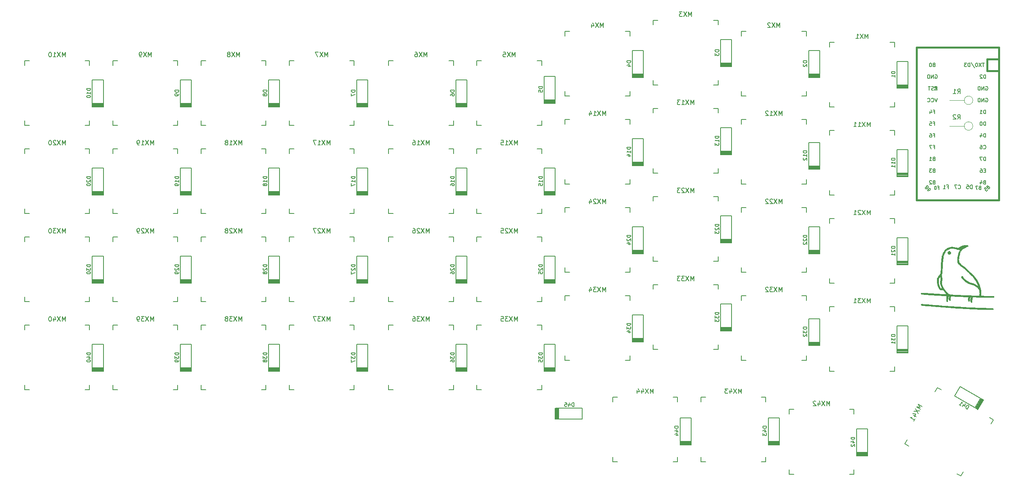
<source format=gbr>
%TF.GenerationSoftware,KiCad,Pcbnew,(5.1.9-0-10_14)*%
%TF.CreationDate,2021-04-26T22:39:47-05:00*%
%TF.ProjectId,wren-numpad,7772656e-2d6e-4756-9d70-61642e6b6963,rev?*%
%TF.SameCoordinates,Original*%
%TF.FileFunction,Legend,Bot*%
%TF.FilePolarity,Positive*%
%FSLAX46Y46*%
G04 Gerber Fmt 4.6, Leading zero omitted, Abs format (unit mm)*
G04 Created by KiCad (PCBNEW (5.1.9-0-10_14)) date 2021-04-26 22:39:47*
%MOMM*%
%LPD*%
G01*
G04 APERTURE LIST*
%ADD10C,0.010000*%
%ADD11C,0.150000*%
%ADD12C,0.381000*%
%ADD13C,0.200000*%
%ADD14C,0.120000*%
G04 APERTURE END LIST*
D10*
%TO.C,G\u002A\u002A\u002A*%
G36*
X239403297Y-70714347D02*
G01*
X239344127Y-70733749D01*
X239218594Y-70824822D01*
X239151241Y-70954498D01*
X239143114Y-71099163D01*
X239195256Y-71235208D01*
X239308713Y-71339022D01*
X239317155Y-71343536D01*
X239420848Y-71391649D01*
X239494069Y-71398916D01*
X239579857Y-71366487D01*
X239610166Y-71351374D01*
X239733205Y-71253094D01*
X239793068Y-71128654D01*
X239797141Y-70995206D01*
X239752813Y-70869900D01*
X239667471Y-70769888D01*
X239548503Y-70712320D01*
X239403297Y-70714347D01*
G37*
X239403297Y-70714347D02*
X239344127Y-70733749D01*
X239218594Y-70824822D01*
X239151241Y-70954498D01*
X239143114Y-71099163D01*
X239195256Y-71235208D01*
X239308713Y-71339022D01*
X239317155Y-71343536D01*
X239420848Y-71391649D01*
X239494069Y-71398916D01*
X239579857Y-71366487D01*
X239610166Y-71351374D01*
X239733205Y-71253094D01*
X239793068Y-71128654D01*
X239797141Y-70995206D01*
X239752813Y-70869900D01*
X239667471Y-70769888D01*
X239548503Y-70712320D01*
X239403297Y-70714347D01*
G36*
X243042689Y-69379606D02*
G01*
X242985826Y-69382175D01*
X242844145Y-69390166D01*
X242729686Y-69402675D01*
X242624718Y-69425624D01*
X242511514Y-69464939D01*
X242372344Y-69526542D01*
X242189478Y-69616357D01*
X242004825Y-69709951D01*
X241395732Y-70019946D01*
X240898871Y-69906646D01*
X240459153Y-69824023D01*
X240073717Y-69792887D01*
X239727879Y-69815616D01*
X239406953Y-69894586D01*
X239096254Y-70032176D01*
X238781096Y-70230762D01*
X238747683Y-70254859D01*
X238528706Y-70460457D01*
X238326692Y-70742895D01*
X238145319Y-71095394D01*
X237988270Y-71511175D01*
X237899967Y-71816049D01*
X237839620Y-72105211D01*
X237786990Y-72474770D01*
X237742448Y-72920779D01*
X237706366Y-73439286D01*
X237679114Y-74026344D01*
X237671886Y-74242183D01*
X237661245Y-74581306D01*
X237651622Y-74847400D01*
X237641803Y-75052077D01*
X237630571Y-75206945D01*
X237616712Y-75323614D01*
X237599010Y-75413694D01*
X237576250Y-75488794D01*
X237547218Y-75560525D01*
X237529869Y-75598974D01*
X237441574Y-75758656D01*
X237321785Y-75934726D01*
X237219348Y-76062212D01*
X237055090Y-76263557D01*
X236945123Y-76446970D01*
X236879996Y-76638692D01*
X236850255Y-76864965D01*
X236845691Y-77099583D01*
X236867355Y-77473817D01*
X236921689Y-77844976D01*
X237003969Y-78193612D01*
X237109473Y-78500281D01*
X237233479Y-78745535D01*
X237252489Y-78774513D01*
X237387996Y-78940875D01*
X237531747Y-79037445D01*
X237709462Y-79077273D01*
X237852669Y-79079020D01*
X238119687Y-79068791D01*
X238420215Y-79445144D01*
X238555210Y-79609430D01*
X238685434Y-79759614D01*
X238793909Y-79876549D01*
X238851620Y-79931624D01*
X238982497Y-80041750D01*
X238778165Y-80041677D01*
X238672591Y-80038720D01*
X238491794Y-80030285D01*
X238245000Y-80016958D01*
X237941436Y-79999325D01*
X237590326Y-79977970D01*
X237200898Y-79953480D01*
X236782378Y-79926440D01*
X236343992Y-79897435D01*
X235894966Y-79867050D01*
X235444525Y-79835872D01*
X235001897Y-79804486D01*
X234730013Y-79784782D01*
X234415276Y-79762704D01*
X234126438Y-79744239D01*
X233874730Y-79729963D01*
X233671382Y-79720450D01*
X233527626Y-79716276D01*
X233454692Y-79718017D01*
X233449429Y-79719186D01*
X233403419Y-79775162D01*
X233389245Y-79867476D01*
X233409357Y-79953068D01*
X233434553Y-79980857D01*
X233488143Y-79991156D01*
X233618486Y-80006055D01*
X233817828Y-80024971D01*
X234078414Y-80047321D01*
X234392490Y-80072522D01*
X234752301Y-80099991D01*
X235150092Y-80129145D01*
X235578110Y-80159401D01*
X236028600Y-80190176D01*
X236493807Y-80220887D01*
X236965976Y-80250952D01*
X237303834Y-80271745D01*
X237618028Y-80291088D01*
X237919898Y-80310227D01*
X238194276Y-80328157D01*
X238425996Y-80343875D01*
X238599889Y-80356376D01*
X238684034Y-80363108D01*
X238963567Y-80387760D01*
X238901720Y-80564005D01*
X238867998Y-80715754D01*
X238848322Y-80918183D01*
X238843409Y-81138363D01*
X238853976Y-81343365D01*
X238880737Y-81500257D01*
X238881316Y-81502250D01*
X238924440Y-81594443D01*
X238998631Y-81627167D01*
X239042546Y-81629250D01*
X239166500Y-81629250D01*
X239166716Y-81163583D01*
X239177371Y-80866224D01*
X239208265Y-80636944D01*
X239258247Y-80479768D01*
X239326165Y-80398717D01*
X239387952Y-80390256D01*
X239443698Y-80431488D01*
X239447768Y-80467597D01*
X239438042Y-80536909D01*
X239425834Y-80665671D01*
X239413457Y-80828805D01*
X239410913Y-80867250D01*
X239402344Y-81043040D01*
X239406464Y-81158095D01*
X239426716Y-81235838D01*
X239466542Y-81299694D01*
X239476243Y-81311750D01*
X239547213Y-81381306D01*
X239607011Y-81387180D01*
X239640098Y-81370673D01*
X239680496Y-81330520D01*
X239705291Y-81258148D01*
X239718604Y-81134770D01*
X239723698Y-80989673D01*
X239732956Y-80812236D01*
X239751039Y-80653007D01*
X239774262Y-80543190D01*
X239777457Y-80534195D01*
X239824352Y-80412807D01*
X240215093Y-80440006D01*
X240327549Y-80446763D01*
X240507897Y-80456301D01*
X240744156Y-80468082D01*
X241024349Y-80481569D01*
X241336495Y-80496223D01*
X241668615Y-80511505D01*
X242008729Y-80526879D01*
X242344858Y-80541806D01*
X242665024Y-80555747D01*
X242957245Y-80568165D01*
X243209544Y-80578522D01*
X243409940Y-80586280D01*
X243546454Y-80590901D01*
X243598757Y-80591983D01*
X243642159Y-80599471D01*
X243647183Y-80636461D01*
X243615098Y-80725007D01*
X243607477Y-80743350D01*
X243570017Y-80881777D01*
X243553590Y-81048856D01*
X243557012Y-81219594D01*
X243579097Y-81369002D01*
X243618660Y-81472087D01*
X243643250Y-81497614D01*
X243736629Y-81528941D01*
X243803112Y-81486280D01*
X243844388Y-81367046D01*
X243862149Y-81168651D01*
X243862316Y-81162285D01*
X243885769Y-80913164D01*
X243940819Y-80732327D01*
X244025504Y-80624024D01*
X244125117Y-80592083D01*
X244201304Y-80602895D01*
X244210436Y-80645501D01*
X244202745Y-80666166D01*
X244122310Y-80910287D01*
X244079855Y-81163580D01*
X244076189Y-81403761D01*
X244112120Y-81608547D01*
X244164325Y-81723659D01*
X244227625Y-81801583D01*
X244287765Y-81811523D01*
X244351323Y-81778937D01*
X244382875Y-81736873D01*
X244402578Y-81649466D01*
X244412520Y-81502472D01*
X244414823Y-81345668D01*
X244423064Y-81098858D01*
X244447908Y-80917675D01*
X244488870Y-80790502D01*
X244561906Y-80629089D01*
X245970537Y-80663502D01*
X246359748Y-80672304D01*
X246767790Y-80680274D01*
X247174872Y-80687113D01*
X247561203Y-80692522D01*
X247906992Y-80696203D01*
X248192449Y-80697855D01*
X248247000Y-80697916D01*
X249114834Y-80697916D01*
X249128252Y-80581259D01*
X249119591Y-80483618D01*
X249084766Y-80442765D01*
X249029824Y-80436488D01*
X248900844Y-80428961D01*
X248708438Y-80420583D01*
X248463220Y-80411752D01*
X248175802Y-80402864D01*
X247856795Y-80394319D01*
X247679587Y-80390089D01*
X246331313Y-80359250D01*
X246338924Y-79884775D01*
X246336698Y-79838861D01*
X246030361Y-79838861D01*
X246020756Y-80058633D01*
X245993475Y-80350684D01*
X245077655Y-80322671D01*
X244769593Y-80312910D01*
X244402086Y-80300719D01*
X244000291Y-80286967D01*
X243589364Y-80272521D01*
X243194463Y-80258250D01*
X242976500Y-80250163D01*
X242588048Y-80234990D01*
X242154678Y-80217067D01*
X241705255Y-80197653D01*
X241268638Y-80178006D01*
X240873691Y-80159387D01*
X240704759Y-80151051D01*
X240372695Y-80134077D01*
X240113774Y-80119601D01*
X239916569Y-80106122D01*
X239769648Y-80092139D01*
X239661586Y-80076153D01*
X239580951Y-80056661D01*
X239516316Y-80032164D01*
X239456251Y-80001161D01*
X239424734Y-79982969D01*
X239196584Y-79818504D01*
X238951814Y-79586933D01*
X238701696Y-79301087D01*
X238457501Y-78973800D01*
X238319986Y-78758998D01*
X237917667Y-78758998D01*
X237880490Y-78767426D01*
X237788553Y-78765640D01*
X237763123Y-78763722D01*
X237611477Y-78719413D01*
X237530436Y-78644750D01*
X237436443Y-78476434D01*
X237350621Y-78247132D01*
X237276161Y-77976125D01*
X237216253Y-77682693D01*
X237174087Y-77386118D01*
X237152853Y-77105679D01*
X237155743Y-76860658D01*
X237185945Y-76670334D01*
X237197803Y-76634435D01*
X237244301Y-76544844D01*
X237318282Y-76433172D01*
X237402522Y-76321912D01*
X237479796Y-76233555D01*
X237532880Y-76190593D01*
X237538606Y-76189416D01*
X237558787Y-76227974D01*
X237584605Y-76329903D01*
X237611009Y-76474585D01*
X237615152Y-76501683D01*
X237637827Y-76693275D01*
X237637754Y-76840675D01*
X237613738Y-76981567D01*
X237598030Y-77041433D01*
X237536820Y-77293458D01*
X237509759Y-77510328D01*
X237519438Y-77714462D01*
X237568446Y-77928278D01*
X237659371Y-78174197D01*
X237753313Y-78386026D01*
X237825126Y-78542995D01*
X237881024Y-78668614D01*
X237913067Y-78744868D01*
X237917667Y-78758998D01*
X238319986Y-78758998D01*
X238240172Y-78634327D01*
X238062728Y-78318028D01*
X237937270Y-78051592D01*
X237860474Y-77820779D01*
X237829011Y-77611353D01*
X237839557Y-77409073D01*
X237888784Y-77199703D01*
X237898149Y-77170313D01*
X237947913Y-76902129D01*
X237941762Y-76579225D01*
X237880036Y-76210150D01*
X237855848Y-76111235D01*
X237821513Y-75967932D01*
X237809685Y-75862595D01*
X237821825Y-75759916D01*
X237859392Y-75624588D01*
X237878478Y-75564045D01*
X237906084Y-75469060D01*
X237928355Y-75368647D01*
X237946278Y-75251089D01*
X237960843Y-75104668D01*
X237973039Y-74917667D01*
X237983855Y-74678367D01*
X237994280Y-74375053D01*
X238002567Y-74093916D01*
X238020115Y-73587549D01*
X238042851Y-73153147D01*
X238072203Y-72778089D01*
X238109604Y-72449758D01*
X238156481Y-72155533D01*
X238214266Y-71882796D01*
X238282173Y-71626556D01*
X238426200Y-71219197D01*
X238603876Y-70883950D01*
X238821396Y-70612835D01*
X239084952Y-70397872D01*
X239347128Y-70254552D01*
X239586411Y-70163404D01*
X239825623Y-70112054D01*
X240082630Y-70100006D01*
X240375297Y-70126766D01*
X240721491Y-70191838D01*
X240817500Y-70213800D01*
X241045743Y-70265660D01*
X241266277Y-70312556D01*
X241454708Y-70349498D01*
X241586641Y-70371497D01*
X241591721Y-70372167D01*
X241713432Y-70392541D01*
X241789352Y-70414320D01*
X241803145Y-70427171D01*
X241778253Y-70475803D01*
X241726015Y-70576124D01*
X241668408Y-70686083D01*
X241510949Y-71037501D01*
X241384179Y-71424794D01*
X241291251Y-71828658D01*
X241235321Y-72229790D01*
X241219543Y-72608888D01*
X241247072Y-72946648D01*
X241276108Y-73086549D01*
X241334808Y-73245778D01*
X241417722Y-73395981D01*
X241456024Y-73446841D01*
X241501851Y-73498449D01*
X241550849Y-73549221D01*
X241611639Y-73606443D01*
X241692847Y-73677404D01*
X241803095Y-73769389D01*
X241951007Y-73889687D01*
X242145206Y-74045585D01*
X242394316Y-74244370D01*
X242489667Y-74320324D01*
X242746813Y-74532274D01*
X243038940Y-74785020D01*
X243350122Y-75063792D01*
X243664432Y-75353820D01*
X243965940Y-75640333D01*
X244238721Y-75908562D01*
X244466846Y-76143735D01*
X244532375Y-76214605D01*
X244923891Y-76682595D01*
X245246754Y-77154708D01*
X245515087Y-77652870D01*
X245639660Y-77934081D01*
X245705674Y-78095737D01*
X245757214Y-78226103D01*
X245787082Y-78306758D01*
X245791667Y-78323156D01*
X245760782Y-78309747D01*
X245678471Y-78255033D01*
X245560254Y-78169545D01*
X245512568Y-78133773D01*
X245232050Y-77937812D01*
X244975692Y-77797579D01*
X244717578Y-77700535D01*
X244511526Y-77649424D01*
X244057540Y-77518443D01*
X243615789Y-77318932D01*
X243201991Y-77061275D01*
X242831867Y-76755856D01*
X242521134Y-76413062D01*
X242414536Y-76264100D01*
X242310365Y-76144730D01*
X242211714Y-76108343D01*
X242120367Y-76155477D01*
X242105972Y-76171496D01*
X242081561Y-76245679D01*
X242111224Y-76350175D01*
X242198182Y-76490005D01*
X242345652Y-76670190D01*
X242556855Y-76895751D01*
X242595500Y-76935094D01*
X242950356Y-77258096D01*
X243320825Y-77518702D01*
X243724273Y-77726289D01*
X244178063Y-77890235D01*
X244540388Y-77985297D01*
X244784369Y-78068582D01*
X245047335Y-78204081D01*
X245309491Y-78377161D01*
X245551045Y-78573188D01*
X245752202Y-78777527D01*
X245893168Y-78975543D01*
X245901892Y-78991908D01*
X245954204Y-79140366D01*
X245994926Y-79347820D01*
X246021248Y-79589057D01*
X246030361Y-79838861D01*
X246336698Y-79838861D01*
X246307407Y-79234752D01*
X246192709Y-78594308D01*
X245996073Y-77966601D01*
X245718741Y-77354789D01*
X245361956Y-76762031D01*
X244926960Y-76191486D01*
X244852182Y-76104750D01*
X244609586Y-75841082D01*
X244313989Y-75541149D01*
X243980580Y-75218875D01*
X243624546Y-74888184D01*
X243261075Y-74562999D01*
X242905354Y-74257244D01*
X242572570Y-73984843D01*
X242362667Y-73822413D01*
X242089933Y-73611170D01*
X241882907Y-73435524D01*
X241734118Y-73288496D01*
X241636092Y-73163105D01*
X241610901Y-73120250D01*
X241571277Y-72991662D01*
X241548178Y-72799694D01*
X241541266Y-72563940D01*
X241550205Y-72303990D01*
X241574658Y-72039436D01*
X241614290Y-71789870D01*
X241635394Y-71694177D01*
X241778431Y-71211541D01*
X241956589Y-70803010D01*
X242173624Y-70464047D01*
X242433290Y-70190114D01*
X242739339Y-69976676D01*
X243095527Y-69819194D01*
X243218903Y-69780396D01*
X243401760Y-69711055D01*
X243506346Y-69632303D01*
X243530620Y-69546988D01*
X243472541Y-69457959D01*
X243458503Y-69445992D01*
X243397401Y-69406174D01*
X243322029Y-69383768D01*
X243210941Y-69375877D01*
X243042689Y-69379606D01*
G37*
X243042689Y-69379606D02*
X242985826Y-69382175D01*
X242844145Y-69390166D01*
X242729686Y-69402675D01*
X242624718Y-69425624D01*
X242511514Y-69464939D01*
X242372344Y-69526542D01*
X242189478Y-69616357D01*
X242004825Y-69709951D01*
X241395732Y-70019946D01*
X240898871Y-69906646D01*
X240459153Y-69824023D01*
X240073717Y-69792887D01*
X239727879Y-69815616D01*
X239406953Y-69894586D01*
X239096254Y-70032176D01*
X238781096Y-70230762D01*
X238747683Y-70254859D01*
X238528706Y-70460457D01*
X238326692Y-70742895D01*
X238145319Y-71095394D01*
X237988270Y-71511175D01*
X237899967Y-71816049D01*
X237839620Y-72105211D01*
X237786990Y-72474770D01*
X237742448Y-72920779D01*
X237706366Y-73439286D01*
X237679114Y-74026344D01*
X237671886Y-74242183D01*
X237661245Y-74581306D01*
X237651622Y-74847400D01*
X237641803Y-75052077D01*
X237630571Y-75206945D01*
X237616712Y-75323614D01*
X237599010Y-75413694D01*
X237576250Y-75488794D01*
X237547218Y-75560525D01*
X237529869Y-75598974D01*
X237441574Y-75758656D01*
X237321785Y-75934726D01*
X237219348Y-76062212D01*
X237055090Y-76263557D01*
X236945123Y-76446970D01*
X236879996Y-76638692D01*
X236850255Y-76864965D01*
X236845691Y-77099583D01*
X236867355Y-77473817D01*
X236921689Y-77844976D01*
X237003969Y-78193612D01*
X237109473Y-78500281D01*
X237233479Y-78745535D01*
X237252489Y-78774513D01*
X237387996Y-78940875D01*
X237531747Y-79037445D01*
X237709462Y-79077273D01*
X237852669Y-79079020D01*
X238119687Y-79068791D01*
X238420215Y-79445144D01*
X238555210Y-79609430D01*
X238685434Y-79759614D01*
X238793909Y-79876549D01*
X238851620Y-79931624D01*
X238982497Y-80041750D01*
X238778165Y-80041677D01*
X238672591Y-80038720D01*
X238491794Y-80030285D01*
X238245000Y-80016958D01*
X237941436Y-79999325D01*
X237590326Y-79977970D01*
X237200898Y-79953480D01*
X236782378Y-79926440D01*
X236343992Y-79897435D01*
X235894966Y-79867050D01*
X235444525Y-79835872D01*
X235001897Y-79804486D01*
X234730013Y-79784782D01*
X234415276Y-79762704D01*
X234126438Y-79744239D01*
X233874730Y-79729963D01*
X233671382Y-79720450D01*
X233527626Y-79716276D01*
X233454692Y-79718017D01*
X233449429Y-79719186D01*
X233403419Y-79775162D01*
X233389245Y-79867476D01*
X233409357Y-79953068D01*
X233434553Y-79980857D01*
X233488143Y-79991156D01*
X233618486Y-80006055D01*
X233817828Y-80024971D01*
X234078414Y-80047321D01*
X234392490Y-80072522D01*
X234752301Y-80099991D01*
X235150092Y-80129145D01*
X235578110Y-80159401D01*
X236028600Y-80190176D01*
X236493807Y-80220887D01*
X236965976Y-80250952D01*
X237303834Y-80271745D01*
X237618028Y-80291088D01*
X237919898Y-80310227D01*
X238194276Y-80328157D01*
X238425996Y-80343875D01*
X238599889Y-80356376D01*
X238684034Y-80363108D01*
X238963567Y-80387760D01*
X238901720Y-80564005D01*
X238867998Y-80715754D01*
X238848322Y-80918183D01*
X238843409Y-81138363D01*
X238853976Y-81343365D01*
X238880737Y-81500257D01*
X238881316Y-81502250D01*
X238924440Y-81594443D01*
X238998631Y-81627167D01*
X239042546Y-81629250D01*
X239166500Y-81629250D01*
X239166716Y-81163583D01*
X239177371Y-80866224D01*
X239208265Y-80636944D01*
X239258247Y-80479768D01*
X239326165Y-80398717D01*
X239387952Y-80390256D01*
X239443698Y-80431488D01*
X239447768Y-80467597D01*
X239438042Y-80536909D01*
X239425834Y-80665671D01*
X239413457Y-80828805D01*
X239410913Y-80867250D01*
X239402344Y-81043040D01*
X239406464Y-81158095D01*
X239426716Y-81235838D01*
X239466542Y-81299694D01*
X239476243Y-81311750D01*
X239547213Y-81381306D01*
X239607011Y-81387180D01*
X239640098Y-81370673D01*
X239680496Y-81330520D01*
X239705291Y-81258148D01*
X239718604Y-81134770D01*
X239723698Y-80989673D01*
X239732956Y-80812236D01*
X239751039Y-80653007D01*
X239774262Y-80543190D01*
X239777457Y-80534195D01*
X239824352Y-80412807D01*
X240215093Y-80440006D01*
X240327549Y-80446763D01*
X240507897Y-80456301D01*
X240744156Y-80468082D01*
X241024349Y-80481569D01*
X241336495Y-80496223D01*
X241668615Y-80511505D01*
X242008729Y-80526879D01*
X242344858Y-80541806D01*
X242665024Y-80555747D01*
X242957245Y-80568165D01*
X243209544Y-80578522D01*
X243409940Y-80586280D01*
X243546454Y-80590901D01*
X243598757Y-80591983D01*
X243642159Y-80599471D01*
X243647183Y-80636461D01*
X243615098Y-80725007D01*
X243607477Y-80743350D01*
X243570017Y-80881777D01*
X243553590Y-81048856D01*
X243557012Y-81219594D01*
X243579097Y-81369002D01*
X243618660Y-81472087D01*
X243643250Y-81497614D01*
X243736629Y-81528941D01*
X243803112Y-81486280D01*
X243844388Y-81367046D01*
X243862149Y-81168651D01*
X243862316Y-81162285D01*
X243885769Y-80913164D01*
X243940819Y-80732327D01*
X244025504Y-80624024D01*
X244125117Y-80592083D01*
X244201304Y-80602895D01*
X244210436Y-80645501D01*
X244202745Y-80666166D01*
X244122310Y-80910287D01*
X244079855Y-81163580D01*
X244076189Y-81403761D01*
X244112120Y-81608547D01*
X244164325Y-81723659D01*
X244227625Y-81801583D01*
X244287765Y-81811523D01*
X244351323Y-81778937D01*
X244382875Y-81736873D01*
X244402578Y-81649466D01*
X244412520Y-81502472D01*
X244414823Y-81345668D01*
X244423064Y-81098858D01*
X244447908Y-80917675D01*
X244488870Y-80790502D01*
X244561906Y-80629089D01*
X245970537Y-80663502D01*
X246359748Y-80672304D01*
X246767790Y-80680274D01*
X247174872Y-80687113D01*
X247561203Y-80692522D01*
X247906992Y-80696203D01*
X248192449Y-80697855D01*
X248247000Y-80697916D01*
X249114834Y-80697916D01*
X249128252Y-80581259D01*
X249119591Y-80483618D01*
X249084766Y-80442765D01*
X249029824Y-80436488D01*
X248900844Y-80428961D01*
X248708438Y-80420583D01*
X248463220Y-80411752D01*
X248175802Y-80402864D01*
X247856795Y-80394319D01*
X247679587Y-80390089D01*
X246331313Y-80359250D01*
X246338924Y-79884775D01*
X246336698Y-79838861D01*
X246030361Y-79838861D01*
X246020756Y-80058633D01*
X245993475Y-80350684D01*
X245077655Y-80322671D01*
X244769593Y-80312910D01*
X244402086Y-80300719D01*
X244000291Y-80286967D01*
X243589364Y-80272521D01*
X243194463Y-80258250D01*
X242976500Y-80250163D01*
X242588048Y-80234990D01*
X242154678Y-80217067D01*
X241705255Y-80197653D01*
X241268638Y-80178006D01*
X240873691Y-80159387D01*
X240704759Y-80151051D01*
X240372695Y-80134077D01*
X240113774Y-80119601D01*
X239916569Y-80106122D01*
X239769648Y-80092139D01*
X239661586Y-80076153D01*
X239580951Y-80056661D01*
X239516316Y-80032164D01*
X239456251Y-80001161D01*
X239424734Y-79982969D01*
X239196584Y-79818504D01*
X238951814Y-79586933D01*
X238701696Y-79301087D01*
X238457501Y-78973800D01*
X238319986Y-78758998D01*
X237917667Y-78758998D01*
X237880490Y-78767426D01*
X237788553Y-78765640D01*
X237763123Y-78763722D01*
X237611477Y-78719413D01*
X237530436Y-78644750D01*
X237436443Y-78476434D01*
X237350621Y-78247132D01*
X237276161Y-77976125D01*
X237216253Y-77682693D01*
X237174087Y-77386118D01*
X237152853Y-77105679D01*
X237155743Y-76860658D01*
X237185945Y-76670334D01*
X237197803Y-76634435D01*
X237244301Y-76544844D01*
X237318282Y-76433172D01*
X237402522Y-76321912D01*
X237479796Y-76233555D01*
X237532880Y-76190593D01*
X237538606Y-76189416D01*
X237558787Y-76227974D01*
X237584605Y-76329903D01*
X237611009Y-76474585D01*
X237615152Y-76501683D01*
X237637827Y-76693275D01*
X237637754Y-76840675D01*
X237613738Y-76981567D01*
X237598030Y-77041433D01*
X237536820Y-77293458D01*
X237509759Y-77510328D01*
X237519438Y-77714462D01*
X237568446Y-77928278D01*
X237659371Y-78174197D01*
X237753313Y-78386026D01*
X237825126Y-78542995D01*
X237881024Y-78668614D01*
X237913067Y-78744868D01*
X237917667Y-78758998D01*
X238319986Y-78758998D01*
X238240172Y-78634327D01*
X238062728Y-78318028D01*
X237937270Y-78051592D01*
X237860474Y-77820779D01*
X237829011Y-77611353D01*
X237839557Y-77409073D01*
X237888784Y-77199703D01*
X237898149Y-77170313D01*
X237947913Y-76902129D01*
X237941762Y-76579225D01*
X237880036Y-76210150D01*
X237855848Y-76111235D01*
X237821513Y-75967932D01*
X237809685Y-75862595D01*
X237821825Y-75759916D01*
X237859392Y-75624588D01*
X237878478Y-75564045D01*
X237906084Y-75469060D01*
X237928355Y-75368647D01*
X237946278Y-75251089D01*
X237960843Y-75104668D01*
X237973039Y-74917667D01*
X237983855Y-74678367D01*
X237994280Y-74375053D01*
X238002567Y-74093916D01*
X238020115Y-73587549D01*
X238042851Y-73153147D01*
X238072203Y-72778089D01*
X238109604Y-72449758D01*
X238156481Y-72155533D01*
X238214266Y-71882796D01*
X238282173Y-71626556D01*
X238426200Y-71219197D01*
X238603876Y-70883950D01*
X238821396Y-70612835D01*
X239084952Y-70397872D01*
X239347128Y-70254552D01*
X239586411Y-70163404D01*
X239825623Y-70112054D01*
X240082630Y-70100006D01*
X240375297Y-70126766D01*
X240721491Y-70191838D01*
X240817500Y-70213800D01*
X241045743Y-70265660D01*
X241266277Y-70312556D01*
X241454708Y-70349498D01*
X241586641Y-70371497D01*
X241591721Y-70372167D01*
X241713432Y-70392541D01*
X241789352Y-70414320D01*
X241803145Y-70427171D01*
X241778253Y-70475803D01*
X241726015Y-70576124D01*
X241668408Y-70686083D01*
X241510949Y-71037501D01*
X241384179Y-71424794D01*
X241291251Y-71828658D01*
X241235321Y-72229790D01*
X241219543Y-72608888D01*
X241247072Y-72946648D01*
X241276108Y-73086549D01*
X241334808Y-73245778D01*
X241417722Y-73395981D01*
X241456024Y-73446841D01*
X241501851Y-73498449D01*
X241550849Y-73549221D01*
X241611639Y-73606443D01*
X241692847Y-73677404D01*
X241803095Y-73769389D01*
X241951007Y-73889687D01*
X242145206Y-74045585D01*
X242394316Y-74244370D01*
X242489667Y-74320324D01*
X242746813Y-74532274D01*
X243038940Y-74785020D01*
X243350122Y-75063792D01*
X243664432Y-75353820D01*
X243965940Y-75640333D01*
X244238721Y-75908562D01*
X244466846Y-76143735D01*
X244532375Y-76214605D01*
X244923891Y-76682595D01*
X245246754Y-77154708D01*
X245515087Y-77652870D01*
X245639660Y-77934081D01*
X245705674Y-78095737D01*
X245757214Y-78226103D01*
X245787082Y-78306758D01*
X245791667Y-78323156D01*
X245760782Y-78309747D01*
X245678471Y-78255033D01*
X245560254Y-78169545D01*
X245512568Y-78133773D01*
X245232050Y-77937812D01*
X244975692Y-77797579D01*
X244717578Y-77700535D01*
X244511526Y-77649424D01*
X244057540Y-77518443D01*
X243615789Y-77318932D01*
X243201991Y-77061275D01*
X242831867Y-76755856D01*
X242521134Y-76413062D01*
X242414536Y-76264100D01*
X242310365Y-76144730D01*
X242211714Y-76108343D01*
X242120367Y-76155477D01*
X242105972Y-76171496D01*
X242081561Y-76245679D01*
X242111224Y-76350175D01*
X242198182Y-76490005D01*
X242345652Y-76670190D01*
X242556855Y-76895751D01*
X242595500Y-76935094D01*
X242950356Y-77258096D01*
X243320825Y-77518702D01*
X243724273Y-77726289D01*
X244178063Y-77890235D01*
X244540388Y-77985297D01*
X244784369Y-78068582D01*
X245047335Y-78204081D01*
X245309491Y-78377161D01*
X245551045Y-78573188D01*
X245752202Y-78777527D01*
X245893168Y-78975543D01*
X245901892Y-78991908D01*
X245954204Y-79140366D01*
X245994926Y-79347820D01*
X246021248Y-79589057D01*
X246030361Y-79838861D01*
X246336698Y-79838861D01*
X246307407Y-79234752D01*
X246192709Y-78594308D01*
X245996073Y-77966601D01*
X245718741Y-77354789D01*
X245361956Y-76762031D01*
X244926960Y-76191486D01*
X244852182Y-76104750D01*
X244609586Y-75841082D01*
X244313989Y-75541149D01*
X243980580Y-75218875D01*
X243624546Y-74888184D01*
X243261075Y-74562999D01*
X242905354Y-74257244D01*
X242572570Y-73984843D01*
X242362667Y-73822413D01*
X242089933Y-73611170D01*
X241882907Y-73435524D01*
X241734118Y-73288496D01*
X241636092Y-73163105D01*
X241610901Y-73120250D01*
X241571277Y-72991662D01*
X241548178Y-72799694D01*
X241541266Y-72563940D01*
X241550205Y-72303990D01*
X241574658Y-72039436D01*
X241614290Y-71789870D01*
X241635394Y-71694177D01*
X241778431Y-71211541D01*
X241956589Y-70803010D01*
X242173624Y-70464047D01*
X242433290Y-70190114D01*
X242739339Y-69976676D01*
X243095527Y-69819194D01*
X243218903Y-69780396D01*
X243401760Y-69711055D01*
X243506346Y-69632303D01*
X243530620Y-69546988D01*
X243472541Y-69457959D01*
X243458503Y-69445992D01*
X243397401Y-69406174D01*
X243322029Y-69383768D01*
X243210941Y-69375877D01*
X243042689Y-69379606D01*
G36*
X233450055Y-82143662D02*
G01*
X233395563Y-82201470D01*
X233390973Y-82289813D01*
X233432007Y-82374168D01*
X233483250Y-82411413D01*
X233542387Y-82421827D01*
X233679313Y-82437766D01*
X233887371Y-82458704D01*
X234159900Y-82484117D01*
X234490241Y-82513479D01*
X234871733Y-82546266D01*
X235297719Y-82581951D01*
X235761537Y-82620009D01*
X236256528Y-82659916D01*
X236776033Y-82701145D01*
X237313392Y-82743172D01*
X237861945Y-82785472D01*
X238415033Y-82827519D01*
X238965996Y-82868787D01*
X239508174Y-82908752D01*
X240034909Y-82946889D01*
X240539539Y-82982671D01*
X241015406Y-83015575D01*
X241455850Y-83045073D01*
X241791167Y-83066685D01*
X242179850Y-83090053D01*
X242619835Y-83114504D01*
X243101204Y-83139627D01*
X243614040Y-83165009D01*
X244148426Y-83190238D01*
X244694446Y-83214899D01*
X245242182Y-83238582D01*
X245781718Y-83260874D01*
X246303137Y-83281361D01*
X246796521Y-83299631D01*
X247251953Y-83315271D01*
X247659518Y-83327870D01*
X248009297Y-83337013D01*
X248291374Y-83342289D01*
X248442900Y-83343460D01*
X248666951Y-83340697D01*
X248819538Y-83331074D01*
X248913698Y-83313079D01*
X248962466Y-83285201D01*
X248964421Y-83282956D01*
X248994545Y-83195699D01*
X248956631Y-83114400D01*
X248866089Y-83059333D01*
X248785261Y-83047208D01*
X248619868Y-83045037D01*
X248379110Y-83039156D01*
X248072188Y-83029945D01*
X247708305Y-83017785D01*
X247296664Y-83003055D01*
X246846466Y-82986135D01*
X246366914Y-82967406D01*
X245867210Y-82947246D01*
X245356556Y-82926036D01*
X244844155Y-82904156D01*
X244339210Y-82881986D01*
X243850921Y-82859906D01*
X243388492Y-82838294D01*
X242961125Y-82817533D01*
X242578022Y-82798001D01*
X242248386Y-82780078D01*
X242087500Y-82770700D01*
X241720528Y-82747634D01*
X241278832Y-82718184D01*
X240772056Y-82683071D01*
X240209845Y-82643011D01*
X239601843Y-82598722D01*
X238957694Y-82550923D01*
X238287043Y-82500331D01*
X237599534Y-82447665D01*
X236904812Y-82393642D01*
X236212520Y-82338980D01*
X235532304Y-82284398D01*
X235280972Y-82263988D01*
X234901028Y-82233698D01*
X234546128Y-82206692D01*
X234225406Y-82183570D01*
X233947995Y-82164934D01*
X233723027Y-82151382D01*
X233559636Y-82143516D01*
X233466955Y-82141935D01*
X233450055Y-82143662D01*
G37*
X233450055Y-82143662D02*
X233395563Y-82201470D01*
X233390973Y-82289813D01*
X233432007Y-82374168D01*
X233483250Y-82411413D01*
X233542387Y-82421827D01*
X233679313Y-82437766D01*
X233887371Y-82458704D01*
X234159900Y-82484117D01*
X234490241Y-82513479D01*
X234871733Y-82546266D01*
X235297719Y-82581951D01*
X235761537Y-82620009D01*
X236256528Y-82659916D01*
X236776033Y-82701145D01*
X237313392Y-82743172D01*
X237861945Y-82785472D01*
X238415033Y-82827519D01*
X238965996Y-82868787D01*
X239508174Y-82908752D01*
X240034909Y-82946889D01*
X240539539Y-82982671D01*
X241015406Y-83015575D01*
X241455850Y-83045073D01*
X241791167Y-83066685D01*
X242179850Y-83090053D01*
X242619835Y-83114504D01*
X243101204Y-83139627D01*
X243614040Y-83165009D01*
X244148426Y-83190238D01*
X244694446Y-83214899D01*
X245242182Y-83238582D01*
X245781718Y-83260874D01*
X246303137Y-83281361D01*
X246796521Y-83299631D01*
X247251953Y-83315271D01*
X247659518Y-83327870D01*
X248009297Y-83337013D01*
X248291374Y-83342289D01*
X248442900Y-83343460D01*
X248666951Y-83340697D01*
X248819538Y-83331074D01*
X248913698Y-83313079D01*
X248962466Y-83285201D01*
X248964421Y-83282956D01*
X248994545Y-83195699D01*
X248956631Y-83114400D01*
X248866089Y-83059333D01*
X248785261Y-83047208D01*
X248619868Y-83045037D01*
X248379110Y-83039156D01*
X248072188Y-83029945D01*
X247708305Y-83017785D01*
X247296664Y-83003055D01*
X246846466Y-82986135D01*
X246366914Y-82967406D01*
X245867210Y-82947246D01*
X245356556Y-82926036D01*
X244844155Y-82904156D01*
X244339210Y-82881986D01*
X243850921Y-82859906D01*
X243388492Y-82838294D01*
X242961125Y-82817533D01*
X242578022Y-82798001D01*
X242248386Y-82780078D01*
X242087500Y-82770700D01*
X241720528Y-82747634D01*
X241278832Y-82718184D01*
X240772056Y-82683071D01*
X240209845Y-82643011D01*
X239601843Y-82598722D01*
X238957694Y-82550923D01*
X238287043Y-82500331D01*
X237599534Y-82447665D01*
X236904812Y-82393642D01*
X236212520Y-82338980D01*
X235532304Y-82284398D01*
X235280972Y-82263988D01*
X234901028Y-82233698D01*
X234546128Y-82206692D01*
X234225406Y-82183570D01*
X233947995Y-82164934D01*
X233723027Y-82151382D01*
X233559636Y-82143516D01*
X233466955Y-82141935D01*
X233450055Y-82143662D01*
D11*
%TO.C,MX21*%
X213662500Y-64643750D02*
X213662500Y-63643750D01*
X213662500Y-77643750D02*
X213662500Y-76643750D01*
X214662500Y-77643750D02*
X213662500Y-77643750D01*
X227662500Y-76643750D02*
X227662500Y-77643750D01*
X227662500Y-77643750D02*
X226662500Y-77643750D01*
X227662500Y-63643750D02*
X227662500Y-64643750D01*
X226662500Y-63643750D02*
X227662500Y-63643750D01*
X213662500Y-63643750D02*
X214662500Y-63643750D01*
%TO.C,MX41*%
X230787848Y-112821928D02*
X229921822Y-112321928D01*
X242046178Y-119321928D02*
X241180152Y-118821928D01*
X242546178Y-118455902D02*
X242046178Y-119321928D01*
X248180152Y-106697572D02*
X249046178Y-107197572D01*
X249046178Y-107197572D02*
X248546178Y-108063598D01*
X236921822Y-100197572D02*
X237787848Y-100697572D01*
X236421822Y-101063598D02*
X236921822Y-100197572D01*
X229921822Y-112321928D02*
X230421822Y-111455902D01*
%TO.C,MX10*%
X39831250Y-30512500D02*
X39831250Y-29512500D01*
X39831250Y-43512500D02*
X39831250Y-42512500D01*
X40831250Y-43512500D02*
X39831250Y-43512500D01*
X53831250Y-42512500D02*
X53831250Y-43512500D01*
X53831250Y-43512500D02*
X52831250Y-43512500D01*
X53831250Y-29512500D02*
X53831250Y-30512500D01*
X52831250Y-29512500D02*
X53831250Y-29512500D01*
X39831250Y-29512500D02*
X40831250Y-29512500D01*
%TO.C,MX15*%
X137462500Y-49562500D02*
X137462500Y-48562500D01*
X137462500Y-62562500D02*
X137462500Y-61562500D01*
X138462500Y-62562500D02*
X137462500Y-62562500D01*
X151462500Y-61562500D02*
X151462500Y-62562500D01*
X151462500Y-62562500D02*
X150462500Y-62562500D01*
X151462500Y-48562500D02*
X151462500Y-49562500D01*
X150462500Y-48562500D02*
X151462500Y-48562500D01*
X137462500Y-48562500D02*
X138462500Y-48562500D01*
%TO.C,MX44*%
X166825000Y-103251750D02*
X166825000Y-102251750D01*
X166825000Y-116251750D02*
X166825000Y-115251750D01*
X167825000Y-116251750D02*
X166825000Y-116251750D01*
X180825000Y-115251750D02*
X180825000Y-116251750D01*
X180825000Y-116251750D02*
X179825000Y-116251750D01*
X180825000Y-102251750D02*
X180825000Y-103251750D01*
X179825000Y-102251750D02*
X180825000Y-102251750D01*
X166825000Y-102251750D02*
X167825000Y-102251750D01*
%TO.C,MX43*%
X185875000Y-103251750D02*
X185875000Y-102251750D01*
X185875000Y-116251750D02*
X185875000Y-115251750D01*
X186875000Y-116251750D02*
X185875000Y-116251750D01*
X199875000Y-115251750D02*
X199875000Y-116251750D01*
X199875000Y-116251750D02*
X198875000Y-116251750D01*
X199875000Y-102251750D02*
X199875000Y-103251750D01*
X198875000Y-102251750D02*
X199875000Y-102251750D01*
X185875000Y-102251750D02*
X186875000Y-102251750D01*
%TO.C,MX42*%
X204925000Y-105918750D02*
X204925000Y-104918750D01*
X204925000Y-118918750D02*
X204925000Y-117918750D01*
X205925000Y-118918750D02*
X204925000Y-118918750D01*
X218925000Y-117918750D02*
X218925000Y-118918750D01*
X218925000Y-118918750D02*
X217925000Y-118918750D01*
X218925000Y-104918750D02*
X218925000Y-105918750D01*
X217925000Y-104918750D02*
X218925000Y-104918750D01*
X204925000Y-104918750D02*
X205925000Y-104918750D01*
%TO.C,MX40*%
X39831250Y-87662500D02*
X39831250Y-86662500D01*
X39831250Y-100662500D02*
X39831250Y-99662500D01*
X40831250Y-100662500D02*
X39831250Y-100662500D01*
X53831250Y-99662500D02*
X53831250Y-100662500D01*
X53831250Y-100662500D02*
X52831250Y-100662500D01*
X53831250Y-86662500D02*
X53831250Y-87662500D01*
X52831250Y-86662500D02*
X53831250Y-86662500D01*
X39831250Y-86662500D02*
X40831250Y-86662500D01*
%TO.C,MX39*%
X58881250Y-87662500D02*
X58881250Y-86662500D01*
X58881250Y-100662500D02*
X58881250Y-99662500D01*
X59881250Y-100662500D02*
X58881250Y-100662500D01*
X72881250Y-99662500D02*
X72881250Y-100662500D01*
X72881250Y-100662500D02*
X71881250Y-100662500D01*
X72881250Y-86662500D02*
X72881250Y-87662500D01*
X71881250Y-86662500D02*
X72881250Y-86662500D01*
X58881250Y-86662500D02*
X59881250Y-86662500D01*
%TO.C,MX38*%
X77931250Y-87662500D02*
X77931250Y-86662500D01*
X77931250Y-100662500D02*
X77931250Y-99662500D01*
X78931250Y-100662500D02*
X77931250Y-100662500D01*
X91931250Y-99662500D02*
X91931250Y-100662500D01*
X91931250Y-100662500D02*
X90931250Y-100662500D01*
X91931250Y-86662500D02*
X91931250Y-87662500D01*
X90931250Y-86662500D02*
X91931250Y-86662500D01*
X77931250Y-86662500D02*
X78931250Y-86662500D01*
%TO.C,MX37*%
X96981250Y-87662500D02*
X96981250Y-86662500D01*
X96981250Y-100662500D02*
X96981250Y-99662500D01*
X97981250Y-100662500D02*
X96981250Y-100662500D01*
X110981250Y-99662500D02*
X110981250Y-100662500D01*
X110981250Y-100662500D02*
X109981250Y-100662500D01*
X110981250Y-86662500D02*
X110981250Y-87662500D01*
X109981250Y-86662500D02*
X110981250Y-86662500D01*
X96981250Y-86662500D02*
X97981250Y-86662500D01*
%TO.C,MX36*%
X118412500Y-87662500D02*
X118412500Y-86662500D01*
X118412500Y-100662500D02*
X118412500Y-99662500D01*
X119412500Y-100662500D02*
X118412500Y-100662500D01*
X132412500Y-99662500D02*
X132412500Y-100662500D01*
X132412500Y-100662500D02*
X131412500Y-100662500D01*
X132412500Y-86662500D02*
X132412500Y-87662500D01*
X131412500Y-86662500D02*
X132412500Y-86662500D01*
X118412500Y-86662500D02*
X119412500Y-86662500D01*
%TO.C,MX35*%
X137462500Y-87662500D02*
X137462500Y-86662500D01*
X137462500Y-100662500D02*
X137462500Y-99662500D01*
X138462500Y-100662500D02*
X137462500Y-100662500D01*
X151462500Y-99662500D02*
X151462500Y-100662500D01*
X151462500Y-100662500D02*
X150462500Y-100662500D01*
X151462500Y-86662500D02*
X151462500Y-87662500D01*
X150462500Y-86662500D02*
X151462500Y-86662500D01*
X137462500Y-86662500D02*
X138462500Y-86662500D01*
%TO.C,MX34*%
X156512500Y-81312500D02*
X156512500Y-80312500D01*
X156512500Y-94312500D02*
X156512500Y-93312500D01*
X157512500Y-94312500D02*
X156512500Y-94312500D01*
X170512500Y-93312500D02*
X170512500Y-94312500D01*
X170512500Y-94312500D02*
X169512500Y-94312500D01*
X170512500Y-80312500D02*
X170512500Y-81312500D01*
X169512500Y-80312500D02*
X170512500Y-80312500D01*
X156512500Y-80312500D02*
X157512500Y-80312500D01*
%TO.C,MX33*%
X175562500Y-78931250D02*
X175562500Y-77931250D01*
X175562500Y-91931250D02*
X175562500Y-90931250D01*
X176562500Y-91931250D02*
X175562500Y-91931250D01*
X189562500Y-90931250D02*
X189562500Y-91931250D01*
X189562500Y-91931250D02*
X188562500Y-91931250D01*
X189562500Y-77931250D02*
X189562500Y-78931250D01*
X188562500Y-77931250D02*
X189562500Y-77931250D01*
X175562500Y-77931250D02*
X176562500Y-77931250D01*
%TO.C,MX32*%
X194612500Y-81312500D02*
X194612500Y-80312500D01*
X194612500Y-94312500D02*
X194612500Y-93312500D01*
X195612500Y-94312500D02*
X194612500Y-94312500D01*
X208612500Y-93312500D02*
X208612500Y-94312500D01*
X208612500Y-94312500D02*
X207612500Y-94312500D01*
X208612500Y-80312500D02*
X208612500Y-81312500D01*
X207612500Y-80312500D02*
X208612500Y-80312500D01*
X194612500Y-80312500D02*
X195612500Y-80312500D01*
%TO.C,MX31*%
X213662500Y-83693750D02*
X213662500Y-82693750D01*
X213662500Y-96693750D02*
X213662500Y-95693750D01*
X214662500Y-96693750D02*
X213662500Y-96693750D01*
X227662500Y-95693750D02*
X227662500Y-96693750D01*
X227662500Y-96693750D02*
X226662500Y-96693750D01*
X227662500Y-82693750D02*
X227662500Y-83693750D01*
X226662500Y-82693750D02*
X227662500Y-82693750D01*
X213662500Y-82693750D02*
X214662500Y-82693750D01*
%TO.C,MX30*%
X39831250Y-68612500D02*
X39831250Y-67612500D01*
X39831250Y-81612500D02*
X39831250Y-80612500D01*
X40831250Y-81612500D02*
X39831250Y-81612500D01*
X53831250Y-80612500D02*
X53831250Y-81612500D01*
X53831250Y-81612500D02*
X52831250Y-81612500D01*
X53831250Y-67612500D02*
X53831250Y-68612500D01*
X52831250Y-67612500D02*
X53831250Y-67612500D01*
X39831250Y-67612500D02*
X40831250Y-67612500D01*
%TO.C,MX29*%
X58881250Y-68612500D02*
X58881250Y-67612500D01*
X58881250Y-81612500D02*
X58881250Y-80612500D01*
X59881250Y-81612500D02*
X58881250Y-81612500D01*
X72881250Y-80612500D02*
X72881250Y-81612500D01*
X72881250Y-81612500D02*
X71881250Y-81612500D01*
X72881250Y-67612500D02*
X72881250Y-68612500D01*
X71881250Y-67612500D02*
X72881250Y-67612500D01*
X58881250Y-67612500D02*
X59881250Y-67612500D01*
%TO.C,MX28*%
X77931250Y-68612500D02*
X77931250Y-67612500D01*
X77931250Y-81612500D02*
X77931250Y-80612500D01*
X78931250Y-81612500D02*
X77931250Y-81612500D01*
X91931250Y-80612500D02*
X91931250Y-81612500D01*
X91931250Y-81612500D02*
X90931250Y-81612500D01*
X91931250Y-67612500D02*
X91931250Y-68612500D01*
X90931250Y-67612500D02*
X91931250Y-67612500D01*
X77931250Y-67612500D02*
X78931250Y-67612500D01*
%TO.C,MX27*%
X96981250Y-68612500D02*
X96981250Y-67612500D01*
X96981250Y-81612500D02*
X96981250Y-80612500D01*
X97981250Y-81612500D02*
X96981250Y-81612500D01*
X110981250Y-80612500D02*
X110981250Y-81612500D01*
X110981250Y-81612500D02*
X109981250Y-81612500D01*
X110981250Y-67612500D02*
X110981250Y-68612500D01*
X109981250Y-67612500D02*
X110981250Y-67612500D01*
X96981250Y-67612500D02*
X97981250Y-67612500D01*
%TO.C,MX26*%
X118412500Y-68612500D02*
X118412500Y-67612500D01*
X118412500Y-81612500D02*
X118412500Y-80612500D01*
X119412500Y-81612500D02*
X118412500Y-81612500D01*
X132412500Y-80612500D02*
X132412500Y-81612500D01*
X132412500Y-81612500D02*
X131412500Y-81612500D01*
X132412500Y-67612500D02*
X132412500Y-68612500D01*
X131412500Y-67612500D02*
X132412500Y-67612500D01*
X118412500Y-67612500D02*
X119412500Y-67612500D01*
%TO.C,MX25*%
X137462500Y-68612500D02*
X137462500Y-67612500D01*
X137462500Y-81612500D02*
X137462500Y-80612500D01*
X138462500Y-81612500D02*
X137462500Y-81612500D01*
X151462500Y-80612500D02*
X151462500Y-81612500D01*
X151462500Y-81612500D02*
X150462500Y-81612500D01*
X151462500Y-67612500D02*
X151462500Y-68612500D01*
X150462500Y-67612500D02*
X151462500Y-67612500D01*
X137462500Y-67612500D02*
X138462500Y-67612500D01*
%TO.C,MX24*%
X156512500Y-62262500D02*
X156512500Y-61262500D01*
X156512500Y-75262500D02*
X156512500Y-74262500D01*
X157512500Y-75262500D02*
X156512500Y-75262500D01*
X170512500Y-74262500D02*
X170512500Y-75262500D01*
X170512500Y-75262500D02*
X169512500Y-75262500D01*
X170512500Y-61262500D02*
X170512500Y-62262500D01*
X169512500Y-61262500D02*
X170512500Y-61262500D01*
X156512500Y-61262500D02*
X157512500Y-61262500D01*
%TO.C,MX23*%
X175562500Y-59881250D02*
X175562500Y-58881250D01*
X175562500Y-72881250D02*
X175562500Y-71881250D01*
X176562500Y-72881250D02*
X175562500Y-72881250D01*
X189562500Y-71881250D02*
X189562500Y-72881250D01*
X189562500Y-72881250D02*
X188562500Y-72881250D01*
X189562500Y-58881250D02*
X189562500Y-59881250D01*
X188562500Y-58881250D02*
X189562500Y-58881250D01*
X175562500Y-58881250D02*
X176562500Y-58881250D01*
%TO.C,MX22*%
X194612500Y-62262500D02*
X194612500Y-61262500D01*
X194612500Y-75262500D02*
X194612500Y-74262500D01*
X195612500Y-75262500D02*
X194612500Y-75262500D01*
X208612500Y-74262500D02*
X208612500Y-75262500D01*
X208612500Y-75262500D02*
X207612500Y-75262500D01*
X208612500Y-61262500D02*
X208612500Y-62262500D01*
X207612500Y-61262500D02*
X208612500Y-61262500D01*
X194612500Y-61262500D02*
X195612500Y-61262500D01*
%TO.C,MX20*%
X39831250Y-49562500D02*
X39831250Y-48562500D01*
X39831250Y-62562500D02*
X39831250Y-61562500D01*
X40831250Y-62562500D02*
X39831250Y-62562500D01*
X53831250Y-61562500D02*
X53831250Y-62562500D01*
X53831250Y-62562500D02*
X52831250Y-62562500D01*
X53831250Y-48562500D02*
X53831250Y-49562500D01*
X52831250Y-48562500D02*
X53831250Y-48562500D01*
X39831250Y-48562500D02*
X40831250Y-48562500D01*
%TO.C,MX19*%
X58881250Y-49562500D02*
X58881250Y-48562500D01*
X58881250Y-62562500D02*
X58881250Y-61562500D01*
X59881250Y-62562500D02*
X58881250Y-62562500D01*
X72881250Y-61562500D02*
X72881250Y-62562500D01*
X72881250Y-62562500D02*
X71881250Y-62562500D01*
X72881250Y-48562500D02*
X72881250Y-49562500D01*
X71881250Y-48562500D02*
X72881250Y-48562500D01*
X58881250Y-48562500D02*
X59881250Y-48562500D01*
%TO.C,MX18*%
X77931250Y-49562500D02*
X77931250Y-48562500D01*
X77931250Y-62562500D02*
X77931250Y-61562500D01*
X78931250Y-62562500D02*
X77931250Y-62562500D01*
X91931250Y-61562500D02*
X91931250Y-62562500D01*
X91931250Y-62562500D02*
X90931250Y-62562500D01*
X91931250Y-48562500D02*
X91931250Y-49562500D01*
X90931250Y-48562500D02*
X91931250Y-48562500D01*
X77931250Y-48562500D02*
X78931250Y-48562500D01*
%TO.C,MX17*%
X96981250Y-49562500D02*
X96981250Y-48562500D01*
X96981250Y-62562500D02*
X96981250Y-61562500D01*
X97981250Y-62562500D02*
X96981250Y-62562500D01*
X110981250Y-61562500D02*
X110981250Y-62562500D01*
X110981250Y-62562500D02*
X109981250Y-62562500D01*
X110981250Y-48562500D02*
X110981250Y-49562500D01*
X109981250Y-48562500D02*
X110981250Y-48562500D01*
X96981250Y-48562500D02*
X97981250Y-48562500D01*
%TO.C,MX16*%
X118412500Y-49562500D02*
X118412500Y-48562500D01*
X118412500Y-62562500D02*
X118412500Y-61562500D01*
X119412500Y-62562500D02*
X118412500Y-62562500D01*
X132412500Y-61562500D02*
X132412500Y-62562500D01*
X132412500Y-62562500D02*
X131412500Y-62562500D01*
X132412500Y-48562500D02*
X132412500Y-49562500D01*
X131412500Y-48562500D02*
X132412500Y-48562500D01*
X118412500Y-48562500D02*
X119412500Y-48562500D01*
%TO.C,MX14*%
X156512500Y-43212500D02*
X156512500Y-42212500D01*
X156512500Y-56212500D02*
X156512500Y-55212500D01*
X157512500Y-56212500D02*
X156512500Y-56212500D01*
X170512500Y-55212500D02*
X170512500Y-56212500D01*
X170512500Y-56212500D02*
X169512500Y-56212500D01*
X170512500Y-42212500D02*
X170512500Y-43212500D01*
X169512500Y-42212500D02*
X170512500Y-42212500D01*
X156512500Y-42212500D02*
X157512500Y-42212500D01*
%TO.C,MX13*%
X175562500Y-40831250D02*
X175562500Y-39831250D01*
X175562500Y-53831250D02*
X175562500Y-52831250D01*
X176562500Y-53831250D02*
X175562500Y-53831250D01*
X189562500Y-52831250D02*
X189562500Y-53831250D01*
X189562500Y-53831250D02*
X188562500Y-53831250D01*
X189562500Y-39831250D02*
X189562500Y-40831250D01*
X188562500Y-39831250D02*
X189562500Y-39831250D01*
X175562500Y-39831250D02*
X176562500Y-39831250D01*
%TO.C,MX12*%
X194612500Y-43212500D02*
X194612500Y-42212500D01*
X194612500Y-56212500D02*
X194612500Y-55212500D01*
X195612500Y-56212500D02*
X194612500Y-56212500D01*
X208612500Y-55212500D02*
X208612500Y-56212500D01*
X208612500Y-56212500D02*
X207612500Y-56212500D01*
X208612500Y-42212500D02*
X208612500Y-43212500D01*
X207612500Y-42212500D02*
X208612500Y-42212500D01*
X194612500Y-42212500D02*
X195612500Y-42212500D01*
%TO.C,MX11*%
X213662500Y-45593750D02*
X213662500Y-44593750D01*
X213662500Y-58593750D02*
X213662500Y-57593750D01*
X214662500Y-58593750D02*
X213662500Y-58593750D01*
X227662500Y-57593750D02*
X227662500Y-58593750D01*
X227662500Y-58593750D02*
X226662500Y-58593750D01*
X227662500Y-44593750D02*
X227662500Y-45593750D01*
X226662500Y-44593750D02*
X227662500Y-44593750D01*
X213662500Y-44593750D02*
X214662500Y-44593750D01*
%TO.C,MX9*%
X58881250Y-30512500D02*
X58881250Y-29512500D01*
X58881250Y-43512500D02*
X58881250Y-42512500D01*
X59881250Y-43512500D02*
X58881250Y-43512500D01*
X72881250Y-42512500D02*
X72881250Y-43512500D01*
X72881250Y-43512500D02*
X71881250Y-43512500D01*
X72881250Y-29512500D02*
X72881250Y-30512500D01*
X71881250Y-29512500D02*
X72881250Y-29512500D01*
X58881250Y-29512500D02*
X59881250Y-29512500D01*
%TO.C,MX8*%
X77931250Y-30512500D02*
X77931250Y-29512500D01*
X77931250Y-43512500D02*
X77931250Y-42512500D01*
X78931250Y-43512500D02*
X77931250Y-43512500D01*
X91931250Y-42512500D02*
X91931250Y-43512500D01*
X91931250Y-43512500D02*
X90931250Y-43512500D01*
X91931250Y-29512500D02*
X91931250Y-30512500D01*
X90931250Y-29512500D02*
X91931250Y-29512500D01*
X77931250Y-29512500D02*
X78931250Y-29512500D01*
%TO.C,MX7*%
X96981250Y-30512500D02*
X96981250Y-29512500D01*
X96981250Y-43512500D02*
X96981250Y-42512500D01*
X97981250Y-43512500D02*
X96981250Y-43512500D01*
X110981250Y-42512500D02*
X110981250Y-43512500D01*
X110981250Y-43512500D02*
X109981250Y-43512500D01*
X110981250Y-29512500D02*
X110981250Y-30512500D01*
X109981250Y-29512500D02*
X110981250Y-29512500D01*
X96981250Y-29512500D02*
X97981250Y-29512500D01*
%TO.C,MX6*%
X118412500Y-30512500D02*
X118412500Y-29512500D01*
X118412500Y-43512500D02*
X118412500Y-42512500D01*
X119412500Y-43512500D02*
X118412500Y-43512500D01*
X132412500Y-42512500D02*
X132412500Y-43512500D01*
X132412500Y-43512500D02*
X131412500Y-43512500D01*
X132412500Y-29512500D02*
X132412500Y-30512500D01*
X131412500Y-29512500D02*
X132412500Y-29512500D01*
X118412500Y-29512500D02*
X119412500Y-29512500D01*
%TO.C,MX5*%
X137462500Y-30512500D02*
X137462500Y-29512500D01*
X137462500Y-43512500D02*
X137462500Y-42512500D01*
X138462500Y-43512500D02*
X137462500Y-43512500D01*
X151462500Y-42512500D02*
X151462500Y-43512500D01*
X151462500Y-43512500D02*
X150462500Y-43512500D01*
X151462500Y-29512500D02*
X151462500Y-30512500D01*
X150462500Y-29512500D02*
X151462500Y-29512500D01*
X137462500Y-29512500D02*
X138462500Y-29512500D01*
%TO.C,MX4*%
X156512500Y-24162500D02*
X156512500Y-23162500D01*
X156512500Y-37162500D02*
X156512500Y-36162500D01*
X157512500Y-37162500D02*
X156512500Y-37162500D01*
X170512500Y-36162500D02*
X170512500Y-37162500D01*
X170512500Y-37162500D02*
X169512500Y-37162500D01*
X170512500Y-23162500D02*
X170512500Y-24162500D01*
X169512500Y-23162500D02*
X170512500Y-23162500D01*
X156512500Y-23162500D02*
X157512500Y-23162500D01*
%TO.C,MX3*%
X175562500Y-21781250D02*
X175562500Y-20781250D01*
X175562500Y-34781250D02*
X175562500Y-33781250D01*
X176562500Y-34781250D02*
X175562500Y-34781250D01*
X189562500Y-33781250D02*
X189562500Y-34781250D01*
X189562500Y-34781250D02*
X188562500Y-34781250D01*
X189562500Y-20781250D02*
X189562500Y-21781250D01*
X188562500Y-20781250D02*
X189562500Y-20781250D01*
X175562500Y-20781250D02*
X176562500Y-20781250D01*
%TO.C,MX2*%
X194612500Y-24162500D02*
X194612500Y-23162500D01*
X194612500Y-37162500D02*
X194612500Y-36162500D01*
X195612500Y-37162500D02*
X194612500Y-37162500D01*
X208612500Y-36162500D02*
X208612500Y-37162500D01*
X208612500Y-37162500D02*
X207612500Y-37162500D01*
X208612500Y-23162500D02*
X208612500Y-24162500D01*
X207612500Y-23162500D02*
X208612500Y-23162500D01*
X194612500Y-23162500D02*
X195612500Y-23162500D01*
%TO.C,MX1*%
X213662500Y-26543750D02*
X213662500Y-25543750D01*
X213662500Y-39543750D02*
X213662500Y-38543750D01*
X214662500Y-39543750D02*
X213662500Y-39543750D01*
X227662500Y-38543750D02*
X227662500Y-39543750D01*
X227662500Y-39543750D02*
X226662500Y-39543750D01*
X227662500Y-25543750D02*
X227662500Y-26543750D01*
X226662500Y-25543750D02*
X227662500Y-25543750D01*
X213662500Y-25543750D02*
X214662500Y-25543750D01*
D12*
%TO.C,U1*%
X247650000Y-29210000D02*
X250190000Y-29210000D01*
X250190000Y-26670000D02*
X250190000Y-29210000D01*
X232410000Y-26670000D02*
X250190000Y-26670000D01*
X232410000Y-29210000D02*
X232410000Y-26670000D01*
D11*
G36*
X236368432Y-35689360D02*
G01*
X236368432Y-35889360D01*
X236468432Y-35889360D01*
X236468432Y-35689360D01*
X236368432Y-35689360D01*
G37*
X236368432Y-35689360D02*
X236368432Y-35889360D01*
X236468432Y-35889360D01*
X236468432Y-35689360D01*
X236368432Y-35689360D01*
G36*
X236768432Y-35089360D02*
G01*
X236768432Y-35889360D01*
X236868432Y-35889360D01*
X236868432Y-35089360D01*
X236768432Y-35089360D01*
G37*
X236768432Y-35089360D02*
X236768432Y-35889360D01*
X236868432Y-35889360D01*
X236868432Y-35089360D01*
X236768432Y-35089360D01*
G36*
X236368432Y-35089360D02*
G01*
X236368432Y-35189360D01*
X236868432Y-35189360D01*
X236868432Y-35089360D01*
X236368432Y-35089360D01*
G37*
X236368432Y-35089360D02*
X236368432Y-35189360D01*
X236868432Y-35189360D01*
X236868432Y-35089360D01*
X236368432Y-35089360D01*
G36*
X236568432Y-35489360D02*
G01*
X236568432Y-35589360D01*
X236668432Y-35589360D01*
X236668432Y-35489360D01*
X236568432Y-35489360D01*
G37*
X236568432Y-35489360D02*
X236568432Y-35589360D01*
X236668432Y-35589360D01*
X236668432Y-35489360D01*
X236568432Y-35489360D01*
G36*
X236368432Y-35089360D02*
G01*
X236368432Y-35389360D01*
X236468432Y-35389360D01*
X236468432Y-35089360D01*
X236368432Y-35089360D01*
G37*
X236368432Y-35089360D02*
X236368432Y-35389360D01*
X236468432Y-35389360D01*
X236468432Y-35089360D01*
X236368432Y-35089360D01*
D12*
X247650000Y-31750000D02*
X250190000Y-31750000D01*
X247650000Y-29210000D02*
X247650000Y-31750000D01*
X232410000Y-59690000D02*
X232410000Y-29210000D01*
X250190000Y-59690000D02*
X232410000Y-59690000D01*
X250190000Y-29210000D02*
X250190000Y-59690000D01*
D13*
%TO.C,D43*%
X202809500Y-111812500D02*
X200409500Y-111812500D01*
X202809500Y-111987500D02*
X200409500Y-111987500D01*
X202809500Y-112162500D02*
X200409500Y-112162500D01*
X200409500Y-112562500D02*
X202809500Y-112562500D01*
X202809500Y-112337500D02*
X200409500Y-112337500D01*
X202809500Y-112462500D02*
X200409500Y-112462500D01*
X202809500Y-112537500D02*
X202809500Y-106737500D01*
X202809500Y-106737500D02*
X200409500Y-106737500D01*
X200409500Y-106737500D02*
X200409500Y-112537500D01*
D14*
%TO.C,R2*%
X244585000Y-43656250D02*
G75*
G03*
X244585000Y-43656250I-920000J0D01*
G01*
X242745000Y-43656250D02*
X239585000Y-43656250D01*
%TO.C,R1*%
X244585000Y-38100000D02*
G75*
G03*
X244585000Y-38100000I-920000J0D01*
G01*
X242745000Y-38100000D02*
X239585000Y-38100000D01*
D13*
%TO.C,D45*%
X155167000Y-107022750D02*
X155167000Y-104622750D01*
X154992000Y-107022750D02*
X154992000Y-104622750D01*
X154817000Y-107022750D02*
X154817000Y-104622750D01*
X154417000Y-104622750D02*
X154417000Y-107022750D01*
X154642000Y-107022750D02*
X154642000Y-104622750D01*
X154517000Y-107022750D02*
X154517000Y-104622750D01*
X154442000Y-107022750D02*
X160242000Y-107022750D01*
X160242000Y-107022750D02*
X160242000Y-104622750D01*
X160242000Y-104622750D02*
X154442000Y-104622750D01*
%TO.C,D44*%
X183762500Y-111812500D02*
X181362500Y-111812500D01*
X183762500Y-111987500D02*
X181362500Y-111987500D01*
X183762500Y-112162500D02*
X181362500Y-112162500D01*
X181362500Y-112562500D02*
X183762500Y-112562500D01*
X183762500Y-112337500D02*
X181362500Y-112337500D01*
X183762500Y-112462500D02*
X181362500Y-112462500D01*
X183762500Y-112537500D02*
X183762500Y-106737500D01*
X183762500Y-106737500D02*
X181362500Y-106737500D01*
X181362500Y-106737500D02*
X181362500Y-112537500D01*
%TO.C,D42*%
X221853500Y-114193750D02*
X219453500Y-114193750D01*
X221853500Y-114368750D02*
X219453500Y-114368750D01*
X221853500Y-114543750D02*
X219453500Y-114543750D01*
X219453500Y-114943750D02*
X221853500Y-114943750D01*
X221853500Y-114718750D02*
X219453500Y-114718750D01*
X221853500Y-114843750D02*
X219453500Y-114843750D01*
X221853500Y-114918750D02*
X221853500Y-109118750D01*
X221853500Y-109118750D02*
X219453500Y-109118750D01*
X219453500Y-109118750D02*
X219453500Y-114918750D01*
%TO.C,D41*%
X246238208Y-102492020D02*
X245038208Y-104570480D01*
X246389762Y-102579520D02*
X245189762Y-104657980D01*
X246541317Y-102667020D02*
X245341317Y-104745480D01*
X245687727Y-104945480D02*
X246887727Y-102867020D01*
X246692871Y-102754520D02*
X245492871Y-104832980D01*
X246801124Y-102817020D02*
X245601124Y-104895480D01*
X246866076Y-102854520D02*
X241843129Y-99954520D01*
X241843129Y-99954520D02*
X240643129Y-102032980D01*
X240643129Y-102032980D02*
X245666076Y-104932980D01*
%TO.C,D40*%
X56805500Y-95937500D02*
X54405500Y-95937500D01*
X56805500Y-96112500D02*
X54405500Y-96112500D01*
X56805500Y-96287500D02*
X54405500Y-96287500D01*
X54405500Y-96687500D02*
X56805500Y-96687500D01*
X56805500Y-96462500D02*
X54405500Y-96462500D01*
X56805500Y-96587500D02*
X54405500Y-96587500D01*
X56805500Y-96662500D02*
X56805500Y-90862500D01*
X56805500Y-90862500D02*
X54405500Y-90862500D01*
X54405500Y-90862500D02*
X54405500Y-96662500D01*
%TO.C,D39*%
X75849500Y-95937500D02*
X73449500Y-95937500D01*
X75849500Y-96112500D02*
X73449500Y-96112500D01*
X75849500Y-96287500D02*
X73449500Y-96287500D01*
X73449500Y-96687500D02*
X75849500Y-96687500D01*
X75849500Y-96462500D02*
X73449500Y-96462500D01*
X75849500Y-96587500D02*
X73449500Y-96587500D01*
X75849500Y-96662500D02*
X75849500Y-90862500D01*
X75849500Y-90862500D02*
X73449500Y-90862500D01*
X73449500Y-90862500D02*
X73449500Y-96662500D01*
%TO.C,D38*%
X94893500Y-95925000D02*
X92493500Y-95925000D01*
X94893500Y-96100000D02*
X92493500Y-96100000D01*
X94893500Y-96275000D02*
X92493500Y-96275000D01*
X92493500Y-96675000D02*
X94893500Y-96675000D01*
X94893500Y-96450000D02*
X92493500Y-96450000D01*
X94893500Y-96575000D02*
X92493500Y-96575000D01*
X94893500Y-96650000D02*
X94893500Y-90850000D01*
X94893500Y-90850000D02*
X92493500Y-90850000D01*
X92493500Y-90850000D02*
X92493500Y-96650000D01*
%TO.C,D37*%
X113937500Y-95937500D02*
X111537500Y-95937500D01*
X113937500Y-96112500D02*
X111537500Y-96112500D01*
X113937500Y-96287500D02*
X111537500Y-96287500D01*
X111537500Y-96687500D02*
X113937500Y-96687500D01*
X113937500Y-96462500D02*
X111537500Y-96462500D01*
X113937500Y-96587500D02*
X111537500Y-96587500D01*
X113937500Y-96662500D02*
X113937500Y-90862500D01*
X113937500Y-90862500D02*
X111537500Y-90862500D01*
X111537500Y-90862500D02*
X111537500Y-96662500D01*
%TO.C,D36*%
X135362000Y-95937500D02*
X132962000Y-95937500D01*
X135362000Y-96112500D02*
X132962000Y-96112500D01*
X135362000Y-96287500D02*
X132962000Y-96287500D01*
X132962000Y-96687500D02*
X135362000Y-96687500D01*
X135362000Y-96462500D02*
X132962000Y-96462500D01*
X135362000Y-96587500D02*
X132962000Y-96587500D01*
X135362000Y-96662500D02*
X135362000Y-90862500D01*
X135362000Y-90862500D02*
X132962000Y-90862500D01*
X132962000Y-90862500D02*
X132962000Y-96662500D01*
%TO.C,D35*%
X154406000Y-95937500D02*
X152006000Y-95937500D01*
X154406000Y-96112500D02*
X152006000Y-96112500D01*
X154406000Y-96287500D02*
X152006000Y-96287500D01*
X152006000Y-96687500D02*
X154406000Y-96687500D01*
X154406000Y-96462500D02*
X152006000Y-96462500D01*
X154406000Y-96587500D02*
X152006000Y-96587500D01*
X154406000Y-96662500D02*
X154406000Y-90862500D01*
X154406000Y-90862500D02*
X152006000Y-90862500D01*
X152006000Y-90862500D02*
X152006000Y-96662500D01*
%TO.C,D34*%
X173450000Y-89587500D02*
X171050000Y-89587500D01*
X173450000Y-89762500D02*
X171050000Y-89762500D01*
X173450000Y-89937500D02*
X171050000Y-89937500D01*
X171050000Y-90337500D02*
X173450000Y-90337500D01*
X173450000Y-90112500D02*
X171050000Y-90112500D01*
X173450000Y-90237500D02*
X171050000Y-90237500D01*
X173450000Y-90312500D02*
X173450000Y-84512500D01*
X173450000Y-84512500D02*
X171050000Y-84512500D01*
X171050000Y-84512500D02*
X171050000Y-90312500D01*
%TO.C,D33*%
X192494000Y-87206250D02*
X190094000Y-87206250D01*
X192494000Y-87381250D02*
X190094000Y-87381250D01*
X192494000Y-87556250D02*
X190094000Y-87556250D01*
X190094000Y-87956250D02*
X192494000Y-87956250D01*
X192494000Y-87731250D02*
X190094000Y-87731250D01*
X192494000Y-87856250D02*
X190094000Y-87856250D01*
X192494000Y-87931250D02*
X192494000Y-82131250D01*
X192494000Y-82131250D02*
X190094000Y-82131250D01*
X190094000Y-82131250D02*
X190094000Y-87931250D01*
%TO.C,D32*%
X211538000Y-90381250D02*
X209138000Y-90381250D01*
X211538000Y-90556250D02*
X209138000Y-90556250D01*
X211538000Y-90731250D02*
X209138000Y-90731250D01*
X209138000Y-91131250D02*
X211538000Y-91131250D01*
X211538000Y-90906250D02*
X209138000Y-90906250D01*
X211538000Y-91031250D02*
X209138000Y-91031250D01*
X211538000Y-91106250D02*
X211538000Y-85306250D01*
X211538000Y-85306250D02*
X209138000Y-85306250D01*
X209138000Y-85306250D02*
X209138000Y-91106250D01*
%TO.C,D31*%
X230582000Y-91968750D02*
X228182000Y-91968750D01*
X230582000Y-92143750D02*
X228182000Y-92143750D01*
X230582000Y-92318750D02*
X228182000Y-92318750D01*
X228182000Y-92718750D02*
X230582000Y-92718750D01*
X230582000Y-92493750D02*
X228182000Y-92493750D01*
X230582000Y-92618750D02*
X228182000Y-92618750D01*
X230582000Y-92693750D02*
X230582000Y-86893750D01*
X230582000Y-86893750D02*
X228182000Y-86893750D01*
X228182000Y-86893750D02*
X228182000Y-92693750D01*
%TO.C,D30*%
X56805500Y-76887500D02*
X54405500Y-76887500D01*
X56805500Y-77062500D02*
X54405500Y-77062500D01*
X56805500Y-77237500D02*
X54405500Y-77237500D01*
X54405500Y-77637500D02*
X56805500Y-77637500D01*
X56805500Y-77412500D02*
X54405500Y-77412500D01*
X56805500Y-77537500D02*
X54405500Y-77537500D01*
X56805500Y-77612500D02*
X56805500Y-71812500D01*
X56805500Y-71812500D02*
X54405500Y-71812500D01*
X54405500Y-71812500D02*
X54405500Y-77612500D01*
%TO.C,D29*%
X75849500Y-76887500D02*
X73449500Y-76887500D01*
X75849500Y-77062500D02*
X73449500Y-77062500D01*
X75849500Y-77237500D02*
X73449500Y-77237500D01*
X73449500Y-77637500D02*
X75849500Y-77637500D01*
X75849500Y-77412500D02*
X73449500Y-77412500D01*
X75849500Y-77537500D02*
X73449500Y-77537500D01*
X75849500Y-77612500D02*
X75849500Y-71812500D01*
X75849500Y-71812500D02*
X73449500Y-71812500D01*
X73449500Y-71812500D02*
X73449500Y-77612500D01*
%TO.C,D28*%
X94893500Y-76887500D02*
X92493500Y-76887500D01*
X94893500Y-77062500D02*
X92493500Y-77062500D01*
X94893500Y-77237500D02*
X92493500Y-77237500D01*
X92493500Y-77637500D02*
X94893500Y-77637500D01*
X94893500Y-77412500D02*
X92493500Y-77412500D01*
X94893500Y-77537500D02*
X92493500Y-77537500D01*
X94893500Y-77612500D02*
X94893500Y-71812500D01*
X94893500Y-71812500D02*
X92493500Y-71812500D01*
X92493500Y-71812500D02*
X92493500Y-77612500D01*
%TO.C,D27*%
X113937500Y-76887500D02*
X111537500Y-76887500D01*
X113937500Y-77062500D02*
X111537500Y-77062500D01*
X113937500Y-77237500D02*
X111537500Y-77237500D01*
X111537500Y-77637500D02*
X113937500Y-77637500D01*
X113937500Y-77412500D02*
X111537500Y-77412500D01*
X113937500Y-77537500D02*
X111537500Y-77537500D01*
X113937500Y-77612500D02*
X113937500Y-71812500D01*
X113937500Y-71812500D02*
X111537500Y-71812500D01*
X111537500Y-71812500D02*
X111537500Y-77612500D01*
%TO.C,D26*%
X135362000Y-76887500D02*
X132962000Y-76887500D01*
X135362000Y-77062500D02*
X132962000Y-77062500D01*
X135362000Y-77237500D02*
X132962000Y-77237500D01*
X132962000Y-77637500D02*
X135362000Y-77637500D01*
X135362000Y-77412500D02*
X132962000Y-77412500D01*
X135362000Y-77537500D02*
X132962000Y-77537500D01*
X135362000Y-77612500D02*
X135362000Y-71812500D01*
X135362000Y-71812500D02*
X132962000Y-71812500D01*
X132962000Y-71812500D02*
X132962000Y-77612500D01*
%TO.C,D25*%
X154406000Y-76887500D02*
X152006000Y-76887500D01*
X154406000Y-77062500D02*
X152006000Y-77062500D01*
X154406000Y-77237500D02*
X152006000Y-77237500D01*
X152006000Y-77637500D02*
X154406000Y-77637500D01*
X154406000Y-77412500D02*
X152006000Y-77412500D01*
X154406000Y-77537500D02*
X152006000Y-77537500D01*
X154406000Y-77612500D02*
X154406000Y-71812500D01*
X154406000Y-71812500D02*
X152006000Y-71812500D01*
X152006000Y-71812500D02*
X152006000Y-77612500D01*
%TO.C,D24*%
X173450000Y-70537500D02*
X171050000Y-70537500D01*
X173450000Y-70712500D02*
X171050000Y-70712500D01*
X173450000Y-70887500D02*
X171050000Y-70887500D01*
X171050000Y-71287500D02*
X173450000Y-71287500D01*
X173450000Y-71062500D02*
X171050000Y-71062500D01*
X173450000Y-71187500D02*
X171050000Y-71187500D01*
X173450000Y-71262500D02*
X173450000Y-65462500D01*
X173450000Y-65462500D02*
X171050000Y-65462500D01*
X171050000Y-65462500D02*
X171050000Y-71262500D01*
%TO.C,D23*%
X192494000Y-68156250D02*
X190094000Y-68156250D01*
X192494000Y-68331250D02*
X190094000Y-68331250D01*
X192494000Y-68506250D02*
X190094000Y-68506250D01*
X190094000Y-68906250D02*
X192494000Y-68906250D01*
X192494000Y-68681250D02*
X190094000Y-68681250D01*
X192494000Y-68806250D02*
X190094000Y-68806250D01*
X192494000Y-68881250D02*
X192494000Y-63081250D01*
X192494000Y-63081250D02*
X190094000Y-63081250D01*
X190094000Y-63081250D02*
X190094000Y-68881250D01*
%TO.C,D22*%
X211538000Y-70537500D02*
X209138000Y-70537500D01*
X211538000Y-70712500D02*
X209138000Y-70712500D01*
X211538000Y-70887500D02*
X209138000Y-70887500D01*
X209138000Y-71287500D02*
X211538000Y-71287500D01*
X211538000Y-71062500D02*
X209138000Y-71062500D01*
X211538000Y-71187500D02*
X209138000Y-71187500D01*
X211538000Y-71262500D02*
X211538000Y-65462500D01*
X211538000Y-65462500D02*
X209138000Y-65462500D01*
X209138000Y-65462500D02*
X209138000Y-71262500D01*
%TO.C,D21*%
X230582000Y-72918750D02*
X228182000Y-72918750D01*
X230582000Y-73093750D02*
X228182000Y-73093750D01*
X230582000Y-73268750D02*
X228182000Y-73268750D01*
X228182000Y-73668750D02*
X230582000Y-73668750D01*
X230582000Y-73443750D02*
X228182000Y-73443750D01*
X230582000Y-73568750D02*
X228182000Y-73568750D01*
X230582000Y-73643750D02*
X230582000Y-67843750D01*
X230582000Y-67843750D02*
X228182000Y-67843750D01*
X228182000Y-67843750D02*
X228182000Y-73643750D01*
%TO.C,D20*%
X56805500Y-57837500D02*
X54405500Y-57837500D01*
X56805500Y-58012500D02*
X54405500Y-58012500D01*
X56805500Y-58187500D02*
X54405500Y-58187500D01*
X54405500Y-58587500D02*
X56805500Y-58587500D01*
X56805500Y-58362500D02*
X54405500Y-58362500D01*
X56805500Y-58487500D02*
X54405500Y-58487500D01*
X56805500Y-58562500D02*
X56805500Y-52762500D01*
X56805500Y-52762500D02*
X54405500Y-52762500D01*
X54405500Y-52762500D02*
X54405500Y-58562500D01*
%TO.C,D19*%
X75849500Y-57837500D02*
X73449500Y-57837500D01*
X75849500Y-58012500D02*
X73449500Y-58012500D01*
X75849500Y-58187500D02*
X73449500Y-58187500D01*
X73449500Y-58587500D02*
X75849500Y-58587500D01*
X75849500Y-58362500D02*
X73449500Y-58362500D01*
X75849500Y-58487500D02*
X73449500Y-58487500D01*
X75849500Y-58562500D02*
X75849500Y-52762500D01*
X75849500Y-52762500D02*
X73449500Y-52762500D01*
X73449500Y-52762500D02*
X73449500Y-58562500D01*
%TO.C,D18*%
X94893500Y-57837500D02*
X92493500Y-57837500D01*
X94893500Y-58012500D02*
X92493500Y-58012500D01*
X94893500Y-58187500D02*
X92493500Y-58187500D01*
X92493500Y-58587500D02*
X94893500Y-58587500D01*
X94893500Y-58362500D02*
X92493500Y-58362500D01*
X94893500Y-58487500D02*
X92493500Y-58487500D01*
X94893500Y-58562500D02*
X94893500Y-52762500D01*
X94893500Y-52762500D02*
X92493500Y-52762500D01*
X92493500Y-52762500D02*
X92493500Y-58562500D01*
%TO.C,D17*%
X113937500Y-57837500D02*
X111537500Y-57837500D01*
X113937500Y-58012500D02*
X111537500Y-58012500D01*
X113937500Y-58187500D02*
X111537500Y-58187500D01*
X111537500Y-58587500D02*
X113937500Y-58587500D01*
X113937500Y-58362500D02*
X111537500Y-58362500D01*
X113937500Y-58487500D02*
X111537500Y-58487500D01*
X113937500Y-58562500D02*
X113937500Y-52762500D01*
X113937500Y-52762500D02*
X111537500Y-52762500D01*
X111537500Y-52762500D02*
X111537500Y-58562500D01*
%TO.C,D16*%
X135362000Y-57837500D02*
X132962000Y-57837500D01*
X135362000Y-58012500D02*
X132962000Y-58012500D01*
X135362000Y-58187500D02*
X132962000Y-58187500D01*
X132962000Y-58587500D02*
X135362000Y-58587500D01*
X135362000Y-58362500D02*
X132962000Y-58362500D01*
X135362000Y-58487500D02*
X132962000Y-58487500D01*
X135362000Y-58562500D02*
X135362000Y-52762500D01*
X135362000Y-52762500D02*
X132962000Y-52762500D01*
X132962000Y-52762500D02*
X132962000Y-58562500D01*
%TO.C,D15*%
X154406000Y-57837500D02*
X152006000Y-57837500D01*
X154406000Y-58012500D02*
X152006000Y-58012500D01*
X154406000Y-58187500D02*
X152006000Y-58187500D01*
X152006000Y-58587500D02*
X154406000Y-58587500D01*
X154406000Y-58362500D02*
X152006000Y-58362500D01*
X154406000Y-58487500D02*
X152006000Y-58487500D01*
X154406000Y-58562500D02*
X154406000Y-52762500D01*
X154406000Y-52762500D02*
X152006000Y-52762500D01*
X152006000Y-52762500D02*
X152006000Y-58562500D01*
%TO.C,D14*%
X173450000Y-51487500D02*
X171050000Y-51487500D01*
X173450000Y-51662500D02*
X171050000Y-51662500D01*
X173450000Y-51837500D02*
X171050000Y-51837500D01*
X171050000Y-52237500D02*
X173450000Y-52237500D01*
X173450000Y-52012500D02*
X171050000Y-52012500D01*
X173450000Y-52137500D02*
X171050000Y-52137500D01*
X173450000Y-52212500D02*
X173450000Y-46412500D01*
X173450000Y-46412500D02*
X171050000Y-46412500D01*
X171050000Y-46412500D02*
X171050000Y-52212500D01*
%TO.C,D13*%
X192494000Y-49106250D02*
X190094000Y-49106250D01*
X192494000Y-49281250D02*
X190094000Y-49281250D01*
X192494000Y-49456250D02*
X190094000Y-49456250D01*
X190094000Y-49856250D02*
X192494000Y-49856250D01*
X192494000Y-49631250D02*
X190094000Y-49631250D01*
X192494000Y-49756250D02*
X190094000Y-49756250D01*
X192494000Y-49831250D02*
X192494000Y-44031250D01*
X192494000Y-44031250D02*
X190094000Y-44031250D01*
X190094000Y-44031250D02*
X190094000Y-49831250D01*
%TO.C,D12*%
X211538000Y-52281250D02*
X209138000Y-52281250D01*
X211538000Y-52456250D02*
X209138000Y-52456250D01*
X211538000Y-52631250D02*
X209138000Y-52631250D01*
X209138000Y-53031250D02*
X211538000Y-53031250D01*
X211538000Y-52806250D02*
X209138000Y-52806250D01*
X211538000Y-52931250D02*
X209138000Y-52931250D01*
X211538000Y-53006250D02*
X211538000Y-47206250D01*
X211538000Y-47206250D02*
X209138000Y-47206250D01*
X209138000Y-47206250D02*
X209138000Y-53006250D01*
%TO.C,D11*%
X230582000Y-53868750D02*
X228182000Y-53868750D01*
X230582000Y-54043750D02*
X228182000Y-54043750D01*
X230582000Y-54218750D02*
X228182000Y-54218750D01*
X228182000Y-54618750D02*
X230582000Y-54618750D01*
X230582000Y-54393750D02*
X228182000Y-54393750D01*
X230582000Y-54518750D02*
X228182000Y-54518750D01*
X230582000Y-54593750D02*
X230582000Y-48793750D01*
X230582000Y-48793750D02*
X228182000Y-48793750D01*
X228182000Y-48793750D02*
X228182000Y-54593750D01*
%TO.C,D10*%
X56805500Y-38787500D02*
X54405500Y-38787500D01*
X56805500Y-38962500D02*
X54405500Y-38962500D01*
X56805500Y-39137500D02*
X54405500Y-39137500D01*
X54405500Y-39537500D02*
X56805500Y-39537500D01*
X56805500Y-39312500D02*
X54405500Y-39312500D01*
X56805500Y-39437500D02*
X54405500Y-39437500D01*
X56805500Y-39512500D02*
X56805500Y-33712500D01*
X56805500Y-33712500D02*
X54405500Y-33712500D01*
X54405500Y-33712500D02*
X54405500Y-39512500D01*
%TO.C,D9*%
X75849500Y-38787500D02*
X73449500Y-38787500D01*
X75849500Y-38962500D02*
X73449500Y-38962500D01*
X75849500Y-39137500D02*
X73449500Y-39137500D01*
X73449500Y-39537500D02*
X75849500Y-39537500D01*
X75849500Y-39312500D02*
X73449500Y-39312500D01*
X75849500Y-39437500D02*
X73449500Y-39437500D01*
X75849500Y-39512500D02*
X75849500Y-33712500D01*
X75849500Y-33712500D02*
X73449500Y-33712500D01*
X73449500Y-33712500D02*
X73449500Y-39512500D01*
%TO.C,D8*%
X94893500Y-38787500D02*
X92493500Y-38787500D01*
X94893500Y-38962500D02*
X92493500Y-38962500D01*
X94893500Y-39137500D02*
X92493500Y-39137500D01*
X92493500Y-39537500D02*
X94893500Y-39537500D01*
X94893500Y-39312500D02*
X92493500Y-39312500D01*
X94893500Y-39437500D02*
X92493500Y-39437500D01*
X94893500Y-39512500D02*
X94893500Y-33712500D01*
X94893500Y-33712500D02*
X92493500Y-33712500D01*
X92493500Y-33712500D02*
X92493500Y-39512500D01*
%TO.C,D7*%
X113937500Y-38787500D02*
X111537500Y-38787500D01*
X113937500Y-38962500D02*
X111537500Y-38962500D01*
X113937500Y-39137500D02*
X111537500Y-39137500D01*
X111537500Y-39537500D02*
X113937500Y-39537500D01*
X113937500Y-39312500D02*
X111537500Y-39312500D01*
X113937500Y-39437500D02*
X111537500Y-39437500D01*
X113937500Y-39512500D02*
X113937500Y-33712500D01*
X113937500Y-33712500D02*
X111537500Y-33712500D01*
X111537500Y-33712500D02*
X111537500Y-39512500D01*
%TO.C,D6*%
X135362000Y-38787500D02*
X132962000Y-38787500D01*
X135362000Y-38962500D02*
X132962000Y-38962500D01*
X135362000Y-39137500D02*
X132962000Y-39137500D01*
X132962000Y-39537500D02*
X135362000Y-39537500D01*
X135362000Y-39312500D02*
X132962000Y-39312500D01*
X135362000Y-39437500D02*
X132962000Y-39437500D01*
X135362000Y-39512500D02*
X135362000Y-33712500D01*
X135362000Y-33712500D02*
X132962000Y-33712500D01*
X132962000Y-33712500D02*
X132962000Y-39512500D01*
%TO.C,D5*%
X154406000Y-37993750D02*
X152006000Y-37993750D01*
X154406000Y-38168750D02*
X152006000Y-38168750D01*
X154406000Y-38343750D02*
X152006000Y-38343750D01*
X152006000Y-38743750D02*
X154406000Y-38743750D01*
X154406000Y-38518750D02*
X152006000Y-38518750D01*
X154406000Y-38643750D02*
X152006000Y-38643750D01*
X154406000Y-38718750D02*
X154406000Y-32918750D01*
X154406000Y-32918750D02*
X152006000Y-32918750D01*
X152006000Y-32918750D02*
X152006000Y-38718750D01*
%TO.C,D4*%
X173450000Y-32437500D02*
X171050000Y-32437500D01*
X173450000Y-32612500D02*
X171050000Y-32612500D01*
X173450000Y-32787500D02*
X171050000Y-32787500D01*
X171050000Y-33187500D02*
X173450000Y-33187500D01*
X173450000Y-32962500D02*
X171050000Y-32962500D01*
X173450000Y-33087500D02*
X171050000Y-33087500D01*
X173450000Y-33162500D02*
X173450000Y-27362500D01*
X173450000Y-27362500D02*
X171050000Y-27362500D01*
X171050000Y-27362500D02*
X171050000Y-33162500D01*
%TO.C,D3*%
X192494000Y-30056250D02*
X190094000Y-30056250D01*
X192494000Y-30231250D02*
X190094000Y-30231250D01*
X192494000Y-30406250D02*
X190094000Y-30406250D01*
X190094000Y-30806250D02*
X192494000Y-30806250D01*
X192494000Y-30581250D02*
X190094000Y-30581250D01*
X192494000Y-30706250D02*
X190094000Y-30706250D01*
X192494000Y-30781250D02*
X192494000Y-24981250D01*
X192494000Y-24981250D02*
X190094000Y-24981250D01*
X190094000Y-24981250D02*
X190094000Y-30781250D01*
%TO.C,D2*%
X211538000Y-32437500D02*
X209138000Y-32437500D01*
X211538000Y-32612500D02*
X209138000Y-32612500D01*
X211538000Y-32787500D02*
X209138000Y-32787500D01*
X209138000Y-33187500D02*
X211538000Y-33187500D01*
X211538000Y-32962500D02*
X209138000Y-32962500D01*
X211538000Y-33087500D02*
X209138000Y-33087500D01*
X211538000Y-33162500D02*
X211538000Y-27362500D01*
X211538000Y-27362500D02*
X209138000Y-27362500D01*
X209138000Y-27362500D02*
X209138000Y-33162500D01*
%TO.C,D1*%
X230582000Y-34756250D02*
X228182000Y-34756250D01*
X230582000Y-34931250D02*
X228182000Y-34931250D01*
X230582000Y-35106250D02*
X228182000Y-35106250D01*
X228182000Y-35506250D02*
X230582000Y-35506250D01*
X230582000Y-35281250D02*
X228182000Y-35281250D01*
X230582000Y-35406250D02*
X228182000Y-35406250D01*
X230582000Y-35481250D02*
X230582000Y-29681250D01*
X230582000Y-29681250D02*
X228182000Y-29681250D01*
X228182000Y-29681250D02*
X228182000Y-35481250D01*
%TO.C,MX21*%
D11*
X222424404Y-62841130D02*
X222424404Y-61841130D01*
X222091071Y-62555416D01*
X221757738Y-61841130D01*
X221757738Y-62841130D01*
X221376785Y-61841130D02*
X220710119Y-62841130D01*
X220710119Y-61841130D02*
X221376785Y-62841130D01*
X220376785Y-61936369D02*
X220329166Y-61888750D01*
X220233928Y-61841130D01*
X219995833Y-61841130D01*
X219900595Y-61888750D01*
X219852976Y-61936369D01*
X219805357Y-62031607D01*
X219805357Y-62126845D01*
X219852976Y-62269702D01*
X220424404Y-62841130D01*
X219805357Y-62841130D01*
X218852976Y-62841130D02*
X219424404Y-62841130D01*
X219138690Y-62841130D02*
X219138690Y-61841130D01*
X219233928Y-61983988D01*
X219329166Y-62079226D01*
X219424404Y-62126845D01*
%TO.C,MX41*%
X233607685Y-104332586D02*
X232741660Y-103832586D01*
X233193583Y-104478404D01*
X232408327Y-104409936D01*
X233274352Y-104909936D01*
X232217850Y-104739850D02*
X232750542Y-105817201D01*
X231884517Y-105317201D02*
X233083876Y-105239850D01*
X231768430Y-106184936D02*
X232345781Y-106518269D01*
X231557563Y-105788263D02*
X232295201Y-105939209D01*
X231985677Y-106475320D01*
X231821971Y-107425534D02*
X232107685Y-106930662D01*
X231964828Y-107178098D02*
X231098803Y-106678098D01*
X231270140Y-106667048D01*
X231400237Y-106632188D01*
X231489096Y-106573519D01*
%TO.C,MX10*%
X48593154Y-28709880D02*
X48593154Y-27709880D01*
X48259821Y-28424166D01*
X47926488Y-27709880D01*
X47926488Y-28709880D01*
X47545535Y-27709880D02*
X46878869Y-28709880D01*
X46878869Y-27709880D02*
X47545535Y-28709880D01*
X45974107Y-28709880D02*
X46545535Y-28709880D01*
X46259821Y-28709880D02*
X46259821Y-27709880D01*
X46355059Y-27852738D01*
X46450297Y-27947976D01*
X46545535Y-27995595D01*
X45355059Y-27709880D02*
X45259821Y-27709880D01*
X45164583Y-27757500D01*
X45116964Y-27805119D01*
X45069345Y-27900357D01*
X45021726Y-28090833D01*
X45021726Y-28328928D01*
X45069345Y-28519404D01*
X45116964Y-28614642D01*
X45164583Y-28662261D01*
X45259821Y-28709880D01*
X45355059Y-28709880D01*
X45450297Y-28662261D01*
X45497916Y-28614642D01*
X45545535Y-28519404D01*
X45593154Y-28328928D01*
X45593154Y-28090833D01*
X45545535Y-27900357D01*
X45497916Y-27805119D01*
X45450297Y-27757500D01*
X45355059Y-27709880D01*
%TO.C,MX15*%
X146224404Y-47759880D02*
X146224404Y-46759880D01*
X145891071Y-47474166D01*
X145557738Y-46759880D01*
X145557738Y-47759880D01*
X145176785Y-46759880D02*
X144510119Y-47759880D01*
X144510119Y-46759880D02*
X145176785Y-47759880D01*
X143605357Y-47759880D02*
X144176785Y-47759880D01*
X143891071Y-47759880D02*
X143891071Y-46759880D01*
X143986309Y-46902738D01*
X144081547Y-46997976D01*
X144176785Y-47045595D01*
X142700595Y-46759880D02*
X143176785Y-46759880D01*
X143224404Y-47236071D01*
X143176785Y-47188452D01*
X143081547Y-47140833D01*
X142843452Y-47140833D01*
X142748214Y-47188452D01*
X142700595Y-47236071D01*
X142652976Y-47331309D01*
X142652976Y-47569404D01*
X142700595Y-47664642D01*
X142748214Y-47712261D01*
X142843452Y-47759880D01*
X143081547Y-47759880D01*
X143176785Y-47712261D01*
X143224404Y-47664642D01*
%TO.C,MX44*%
X175586904Y-101449130D02*
X175586904Y-100449130D01*
X175253571Y-101163416D01*
X174920238Y-100449130D01*
X174920238Y-101449130D01*
X174539285Y-100449130D02*
X173872619Y-101449130D01*
X173872619Y-100449130D02*
X174539285Y-101449130D01*
X173063095Y-100782464D02*
X173063095Y-101449130D01*
X173301190Y-100401511D02*
X173539285Y-101115797D01*
X172920238Y-101115797D01*
X172110714Y-100782464D02*
X172110714Y-101449130D01*
X172348809Y-100401511D02*
X172586904Y-101115797D01*
X171967857Y-101115797D01*
%TO.C,MX43*%
X194636904Y-101449130D02*
X194636904Y-100449130D01*
X194303571Y-101163416D01*
X193970238Y-100449130D01*
X193970238Y-101449130D01*
X193589285Y-100449130D02*
X192922619Y-101449130D01*
X192922619Y-100449130D02*
X193589285Y-101449130D01*
X192113095Y-100782464D02*
X192113095Y-101449130D01*
X192351190Y-100401511D02*
X192589285Y-101115797D01*
X191970238Y-101115797D01*
X191684523Y-100449130D02*
X191065476Y-100449130D01*
X191398809Y-100830083D01*
X191255952Y-100830083D01*
X191160714Y-100877702D01*
X191113095Y-100925321D01*
X191065476Y-101020559D01*
X191065476Y-101258654D01*
X191113095Y-101353892D01*
X191160714Y-101401511D01*
X191255952Y-101449130D01*
X191541666Y-101449130D01*
X191636904Y-101401511D01*
X191684523Y-101353892D01*
%TO.C,MX42*%
X213686904Y-104116130D02*
X213686904Y-103116130D01*
X213353571Y-103830416D01*
X213020238Y-103116130D01*
X213020238Y-104116130D01*
X212639285Y-103116130D02*
X211972619Y-104116130D01*
X211972619Y-103116130D02*
X212639285Y-104116130D01*
X211163095Y-103449464D02*
X211163095Y-104116130D01*
X211401190Y-103068511D02*
X211639285Y-103782797D01*
X211020238Y-103782797D01*
X210686904Y-103211369D02*
X210639285Y-103163750D01*
X210544047Y-103116130D01*
X210305952Y-103116130D01*
X210210714Y-103163750D01*
X210163095Y-103211369D01*
X210115476Y-103306607D01*
X210115476Y-103401845D01*
X210163095Y-103544702D01*
X210734523Y-104116130D01*
X210115476Y-104116130D01*
%TO.C,MX40*%
X48593154Y-85859880D02*
X48593154Y-84859880D01*
X48259821Y-85574166D01*
X47926488Y-84859880D01*
X47926488Y-85859880D01*
X47545535Y-84859880D02*
X46878869Y-85859880D01*
X46878869Y-84859880D02*
X47545535Y-85859880D01*
X46069345Y-85193214D02*
X46069345Y-85859880D01*
X46307440Y-84812261D02*
X46545535Y-85526547D01*
X45926488Y-85526547D01*
X45355059Y-84859880D02*
X45259821Y-84859880D01*
X45164583Y-84907500D01*
X45116964Y-84955119D01*
X45069345Y-85050357D01*
X45021726Y-85240833D01*
X45021726Y-85478928D01*
X45069345Y-85669404D01*
X45116964Y-85764642D01*
X45164583Y-85812261D01*
X45259821Y-85859880D01*
X45355059Y-85859880D01*
X45450297Y-85812261D01*
X45497916Y-85764642D01*
X45545535Y-85669404D01*
X45593154Y-85478928D01*
X45593154Y-85240833D01*
X45545535Y-85050357D01*
X45497916Y-84955119D01*
X45450297Y-84907500D01*
X45355059Y-84859880D01*
%TO.C,MX39*%
X67643154Y-85859880D02*
X67643154Y-84859880D01*
X67309821Y-85574166D01*
X66976488Y-84859880D01*
X66976488Y-85859880D01*
X66595535Y-84859880D02*
X65928869Y-85859880D01*
X65928869Y-84859880D02*
X66595535Y-85859880D01*
X65643154Y-84859880D02*
X65024107Y-84859880D01*
X65357440Y-85240833D01*
X65214583Y-85240833D01*
X65119345Y-85288452D01*
X65071726Y-85336071D01*
X65024107Y-85431309D01*
X65024107Y-85669404D01*
X65071726Y-85764642D01*
X65119345Y-85812261D01*
X65214583Y-85859880D01*
X65500297Y-85859880D01*
X65595535Y-85812261D01*
X65643154Y-85764642D01*
X64547916Y-85859880D02*
X64357440Y-85859880D01*
X64262202Y-85812261D01*
X64214583Y-85764642D01*
X64119345Y-85621785D01*
X64071726Y-85431309D01*
X64071726Y-85050357D01*
X64119345Y-84955119D01*
X64166964Y-84907500D01*
X64262202Y-84859880D01*
X64452678Y-84859880D01*
X64547916Y-84907500D01*
X64595535Y-84955119D01*
X64643154Y-85050357D01*
X64643154Y-85288452D01*
X64595535Y-85383690D01*
X64547916Y-85431309D01*
X64452678Y-85478928D01*
X64262202Y-85478928D01*
X64166964Y-85431309D01*
X64119345Y-85383690D01*
X64071726Y-85288452D01*
%TO.C,MX38*%
X86693154Y-85859880D02*
X86693154Y-84859880D01*
X86359821Y-85574166D01*
X86026488Y-84859880D01*
X86026488Y-85859880D01*
X85645535Y-84859880D02*
X84978869Y-85859880D01*
X84978869Y-84859880D02*
X85645535Y-85859880D01*
X84693154Y-84859880D02*
X84074107Y-84859880D01*
X84407440Y-85240833D01*
X84264583Y-85240833D01*
X84169345Y-85288452D01*
X84121726Y-85336071D01*
X84074107Y-85431309D01*
X84074107Y-85669404D01*
X84121726Y-85764642D01*
X84169345Y-85812261D01*
X84264583Y-85859880D01*
X84550297Y-85859880D01*
X84645535Y-85812261D01*
X84693154Y-85764642D01*
X83502678Y-85288452D02*
X83597916Y-85240833D01*
X83645535Y-85193214D01*
X83693154Y-85097976D01*
X83693154Y-85050357D01*
X83645535Y-84955119D01*
X83597916Y-84907500D01*
X83502678Y-84859880D01*
X83312202Y-84859880D01*
X83216964Y-84907500D01*
X83169345Y-84955119D01*
X83121726Y-85050357D01*
X83121726Y-85097976D01*
X83169345Y-85193214D01*
X83216964Y-85240833D01*
X83312202Y-85288452D01*
X83502678Y-85288452D01*
X83597916Y-85336071D01*
X83645535Y-85383690D01*
X83693154Y-85478928D01*
X83693154Y-85669404D01*
X83645535Y-85764642D01*
X83597916Y-85812261D01*
X83502678Y-85859880D01*
X83312202Y-85859880D01*
X83216964Y-85812261D01*
X83169345Y-85764642D01*
X83121726Y-85669404D01*
X83121726Y-85478928D01*
X83169345Y-85383690D01*
X83216964Y-85336071D01*
X83312202Y-85288452D01*
%TO.C,MX37*%
X105743154Y-85859880D02*
X105743154Y-84859880D01*
X105409821Y-85574166D01*
X105076488Y-84859880D01*
X105076488Y-85859880D01*
X104695535Y-84859880D02*
X104028869Y-85859880D01*
X104028869Y-84859880D02*
X104695535Y-85859880D01*
X103743154Y-84859880D02*
X103124107Y-84859880D01*
X103457440Y-85240833D01*
X103314583Y-85240833D01*
X103219345Y-85288452D01*
X103171726Y-85336071D01*
X103124107Y-85431309D01*
X103124107Y-85669404D01*
X103171726Y-85764642D01*
X103219345Y-85812261D01*
X103314583Y-85859880D01*
X103600297Y-85859880D01*
X103695535Y-85812261D01*
X103743154Y-85764642D01*
X102790773Y-84859880D02*
X102124107Y-84859880D01*
X102552678Y-85859880D01*
%TO.C,MX36*%
X127174404Y-85859880D02*
X127174404Y-84859880D01*
X126841071Y-85574166D01*
X126507738Y-84859880D01*
X126507738Y-85859880D01*
X126126785Y-84859880D02*
X125460119Y-85859880D01*
X125460119Y-84859880D02*
X126126785Y-85859880D01*
X125174404Y-84859880D02*
X124555357Y-84859880D01*
X124888690Y-85240833D01*
X124745833Y-85240833D01*
X124650595Y-85288452D01*
X124602976Y-85336071D01*
X124555357Y-85431309D01*
X124555357Y-85669404D01*
X124602976Y-85764642D01*
X124650595Y-85812261D01*
X124745833Y-85859880D01*
X125031547Y-85859880D01*
X125126785Y-85812261D01*
X125174404Y-85764642D01*
X123698214Y-84859880D02*
X123888690Y-84859880D01*
X123983928Y-84907500D01*
X124031547Y-84955119D01*
X124126785Y-85097976D01*
X124174404Y-85288452D01*
X124174404Y-85669404D01*
X124126785Y-85764642D01*
X124079166Y-85812261D01*
X123983928Y-85859880D01*
X123793452Y-85859880D01*
X123698214Y-85812261D01*
X123650595Y-85764642D01*
X123602976Y-85669404D01*
X123602976Y-85431309D01*
X123650595Y-85336071D01*
X123698214Y-85288452D01*
X123793452Y-85240833D01*
X123983928Y-85240833D01*
X124079166Y-85288452D01*
X124126785Y-85336071D01*
X124174404Y-85431309D01*
%TO.C,MX35*%
X146224404Y-85859880D02*
X146224404Y-84859880D01*
X145891071Y-85574166D01*
X145557738Y-84859880D01*
X145557738Y-85859880D01*
X145176785Y-84859880D02*
X144510119Y-85859880D01*
X144510119Y-84859880D02*
X145176785Y-85859880D01*
X144224404Y-84859880D02*
X143605357Y-84859880D01*
X143938690Y-85240833D01*
X143795833Y-85240833D01*
X143700595Y-85288452D01*
X143652976Y-85336071D01*
X143605357Y-85431309D01*
X143605357Y-85669404D01*
X143652976Y-85764642D01*
X143700595Y-85812261D01*
X143795833Y-85859880D01*
X144081547Y-85859880D01*
X144176785Y-85812261D01*
X144224404Y-85764642D01*
X142700595Y-84859880D02*
X143176785Y-84859880D01*
X143224404Y-85336071D01*
X143176785Y-85288452D01*
X143081547Y-85240833D01*
X142843452Y-85240833D01*
X142748214Y-85288452D01*
X142700595Y-85336071D01*
X142652976Y-85431309D01*
X142652976Y-85669404D01*
X142700595Y-85764642D01*
X142748214Y-85812261D01*
X142843452Y-85859880D01*
X143081547Y-85859880D01*
X143176785Y-85812261D01*
X143224404Y-85764642D01*
%TO.C,MX34*%
X165274404Y-79509880D02*
X165274404Y-78509880D01*
X164941071Y-79224166D01*
X164607738Y-78509880D01*
X164607738Y-79509880D01*
X164226785Y-78509880D02*
X163560119Y-79509880D01*
X163560119Y-78509880D02*
X164226785Y-79509880D01*
X163274404Y-78509880D02*
X162655357Y-78509880D01*
X162988690Y-78890833D01*
X162845833Y-78890833D01*
X162750595Y-78938452D01*
X162702976Y-78986071D01*
X162655357Y-79081309D01*
X162655357Y-79319404D01*
X162702976Y-79414642D01*
X162750595Y-79462261D01*
X162845833Y-79509880D01*
X163131547Y-79509880D01*
X163226785Y-79462261D01*
X163274404Y-79414642D01*
X161798214Y-78843214D02*
X161798214Y-79509880D01*
X162036309Y-78462261D02*
X162274404Y-79176547D01*
X161655357Y-79176547D01*
%TO.C,MX33*%
X184324404Y-77128630D02*
X184324404Y-76128630D01*
X183991071Y-76842916D01*
X183657738Y-76128630D01*
X183657738Y-77128630D01*
X183276785Y-76128630D02*
X182610119Y-77128630D01*
X182610119Y-76128630D02*
X183276785Y-77128630D01*
X182324404Y-76128630D02*
X181705357Y-76128630D01*
X182038690Y-76509583D01*
X181895833Y-76509583D01*
X181800595Y-76557202D01*
X181752976Y-76604821D01*
X181705357Y-76700059D01*
X181705357Y-76938154D01*
X181752976Y-77033392D01*
X181800595Y-77081011D01*
X181895833Y-77128630D01*
X182181547Y-77128630D01*
X182276785Y-77081011D01*
X182324404Y-77033392D01*
X181372023Y-76128630D02*
X180752976Y-76128630D01*
X181086309Y-76509583D01*
X180943452Y-76509583D01*
X180848214Y-76557202D01*
X180800595Y-76604821D01*
X180752976Y-76700059D01*
X180752976Y-76938154D01*
X180800595Y-77033392D01*
X180848214Y-77081011D01*
X180943452Y-77128630D01*
X181229166Y-77128630D01*
X181324404Y-77081011D01*
X181372023Y-77033392D01*
%TO.C,MX32*%
X203374404Y-79509880D02*
X203374404Y-78509880D01*
X203041071Y-79224166D01*
X202707738Y-78509880D01*
X202707738Y-79509880D01*
X202326785Y-78509880D02*
X201660119Y-79509880D01*
X201660119Y-78509880D02*
X202326785Y-79509880D01*
X201374404Y-78509880D02*
X200755357Y-78509880D01*
X201088690Y-78890833D01*
X200945833Y-78890833D01*
X200850595Y-78938452D01*
X200802976Y-78986071D01*
X200755357Y-79081309D01*
X200755357Y-79319404D01*
X200802976Y-79414642D01*
X200850595Y-79462261D01*
X200945833Y-79509880D01*
X201231547Y-79509880D01*
X201326785Y-79462261D01*
X201374404Y-79414642D01*
X200374404Y-78605119D02*
X200326785Y-78557500D01*
X200231547Y-78509880D01*
X199993452Y-78509880D01*
X199898214Y-78557500D01*
X199850595Y-78605119D01*
X199802976Y-78700357D01*
X199802976Y-78795595D01*
X199850595Y-78938452D01*
X200422023Y-79509880D01*
X199802976Y-79509880D01*
%TO.C,MX31*%
X222424404Y-81891130D02*
X222424404Y-80891130D01*
X222091071Y-81605416D01*
X221757738Y-80891130D01*
X221757738Y-81891130D01*
X221376785Y-80891130D02*
X220710119Y-81891130D01*
X220710119Y-80891130D02*
X221376785Y-81891130D01*
X220424404Y-80891130D02*
X219805357Y-80891130D01*
X220138690Y-81272083D01*
X219995833Y-81272083D01*
X219900595Y-81319702D01*
X219852976Y-81367321D01*
X219805357Y-81462559D01*
X219805357Y-81700654D01*
X219852976Y-81795892D01*
X219900595Y-81843511D01*
X219995833Y-81891130D01*
X220281547Y-81891130D01*
X220376785Y-81843511D01*
X220424404Y-81795892D01*
X218852976Y-81891130D02*
X219424404Y-81891130D01*
X219138690Y-81891130D02*
X219138690Y-80891130D01*
X219233928Y-81033988D01*
X219329166Y-81129226D01*
X219424404Y-81176845D01*
%TO.C,MX30*%
X48593154Y-66809880D02*
X48593154Y-65809880D01*
X48259821Y-66524166D01*
X47926488Y-65809880D01*
X47926488Y-66809880D01*
X47545535Y-65809880D02*
X46878869Y-66809880D01*
X46878869Y-65809880D02*
X47545535Y-66809880D01*
X46593154Y-65809880D02*
X45974107Y-65809880D01*
X46307440Y-66190833D01*
X46164583Y-66190833D01*
X46069345Y-66238452D01*
X46021726Y-66286071D01*
X45974107Y-66381309D01*
X45974107Y-66619404D01*
X46021726Y-66714642D01*
X46069345Y-66762261D01*
X46164583Y-66809880D01*
X46450297Y-66809880D01*
X46545535Y-66762261D01*
X46593154Y-66714642D01*
X45355059Y-65809880D02*
X45259821Y-65809880D01*
X45164583Y-65857500D01*
X45116964Y-65905119D01*
X45069345Y-66000357D01*
X45021726Y-66190833D01*
X45021726Y-66428928D01*
X45069345Y-66619404D01*
X45116964Y-66714642D01*
X45164583Y-66762261D01*
X45259821Y-66809880D01*
X45355059Y-66809880D01*
X45450297Y-66762261D01*
X45497916Y-66714642D01*
X45545535Y-66619404D01*
X45593154Y-66428928D01*
X45593154Y-66190833D01*
X45545535Y-66000357D01*
X45497916Y-65905119D01*
X45450297Y-65857500D01*
X45355059Y-65809880D01*
%TO.C,MX29*%
X67643154Y-66809880D02*
X67643154Y-65809880D01*
X67309821Y-66524166D01*
X66976488Y-65809880D01*
X66976488Y-66809880D01*
X66595535Y-65809880D02*
X65928869Y-66809880D01*
X65928869Y-65809880D02*
X66595535Y-66809880D01*
X65595535Y-65905119D02*
X65547916Y-65857500D01*
X65452678Y-65809880D01*
X65214583Y-65809880D01*
X65119345Y-65857500D01*
X65071726Y-65905119D01*
X65024107Y-66000357D01*
X65024107Y-66095595D01*
X65071726Y-66238452D01*
X65643154Y-66809880D01*
X65024107Y-66809880D01*
X64547916Y-66809880D02*
X64357440Y-66809880D01*
X64262202Y-66762261D01*
X64214583Y-66714642D01*
X64119345Y-66571785D01*
X64071726Y-66381309D01*
X64071726Y-66000357D01*
X64119345Y-65905119D01*
X64166964Y-65857500D01*
X64262202Y-65809880D01*
X64452678Y-65809880D01*
X64547916Y-65857500D01*
X64595535Y-65905119D01*
X64643154Y-66000357D01*
X64643154Y-66238452D01*
X64595535Y-66333690D01*
X64547916Y-66381309D01*
X64452678Y-66428928D01*
X64262202Y-66428928D01*
X64166964Y-66381309D01*
X64119345Y-66333690D01*
X64071726Y-66238452D01*
%TO.C,MX28*%
X86693154Y-66809880D02*
X86693154Y-65809880D01*
X86359821Y-66524166D01*
X86026488Y-65809880D01*
X86026488Y-66809880D01*
X85645535Y-65809880D02*
X84978869Y-66809880D01*
X84978869Y-65809880D02*
X85645535Y-66809880D01*
X84645535Y-65905119D02*
X84597916Y-65857500D01*
X84502678Y-65809880D01*
X84264583Y-65809880D01*
X84169345Y-65857500D01*
X84121726Y-65905119D01*
X84074107Y-66000357D01*
X84074107Y-66095595D01*
X84121726Y-66238452D01*
X84693154Y-66809880D01*
X84074107Y-66809880D01*
X83502678Y-66238452D02*
X83597916Y-66190833D01*
X83645535Y-66143214D01*
X83693154Y-66047976D01*
X83693154Y-66000357D01*
X83645535Y-65905119D01*
X83597916Y-65857500D01*
X83502678Y-65809880D01*
X83312202Y-65809880D01*
X83216964Y-65857500D01*
X83169345Y-65905119D01*
X83121726Y-66000357D01*
X83121726Y-66047976D01*
X83169345Y-66143214D01*
X83216964Y-66190833D01*
X83312202Y-66238452D01*
X83502678Y-66238452D01*
X83597916Y-66286071D01*
X83645535Y-66333690D01*
X83693154Y-66428928D01*
X83693154Y-66619404D01*
X83645535Y-66714642D01*
X83597916Y-66762261D01*
X83502678Y-66809880D01*
X83312202Y-66809880D01*
X83216964Y-66762261D01*
X83169345Y-66714642D01*
X83121726Y-66619404D01*
X83121726Y-66428928D01*
X83169345Y-66333690D01*
X83216964Y-66286071D01*
X83312202Y-66238452D01*
%TO.C,MX27*%
X105743154Y-66809880D02*
X105743154Y-65809880D01*
X105409821Y-66524166D01*
X105076488Y-65809880D01*
X105076488Y-66809880D01*
X104695535Y-65809880D02*
X104028869Y-66809880D01*
X104028869Y-65809880D02*
X104695535Y-66809880D01*
X103695535Y-65905119D02*
X103647916Y-65857500D01*
X103552678Y-65809880D01*
X103314583Y-65809880D01*
X103219345Y-65857500D01*
X103171726Y-65905119D01*
X103124107Y-66000357D01*
X103124107Y-66095595D01*
X103171726Y-66238452D01*
X103743154Y-66809880D01*
X103124107Y-66809880D01*
X102790773Y-65809880D02*
X102124107Y-65809880D01*
X102552678Y-66809880D01*
%TO.C,MX26*%
X127174404Y-66809880D02*
X127174404Y-65809880D01*
X126841071Y-66524166D01*
X126507738Y-65809880D01*
X126507738Y-66809880D01*
X126126785Y-65809880D02*
X125460119Y-66809880D01*
X125460119Y-65809880D02*
X126126785Y-66809880D01*
X125126785Y-65905119D02*
X125079166Y-65857500D01*
X124983928Y-65809880D01*
X124745833Y-65809880D01*
X124650595Y-65857500D01*
X124602976Y-65905119D01*
X124555357Y-66000357D01*
X124555357Y-66095595D01*
X124602976Y-66238452D01*
X125174404Y-66809880D01*
X124555357Y-66809880D01*
X123698214Y-65809880D02*
X123888690Y-65809880D01*
X123983928Y-65857500D01*
X124031547Y-65905119D01*
X124126785Y-66047976D01*
X124174404Y-66238452D01*
X124174404Y-66619404D01*
X124126785Y-66714642D01*
X124079166Y-66762261D01*
X123983928Y-66809880D01*
X123793452Y-66809880D01*
X123698214Y-66762261D01*
X123650595Y-66714642D01*
X123602976Y-66619404D01*
X123602976Y-66381309D01*
X123650595Y-66286071D01*
X123698214Y-66238452D01*
X123793452Y-66190833D01*
X123983928Y-66190833D01*
X124079166Y-66238452D01*
X124126785Y-66286071D01*
X124174404Y-66381309D01*
%TO.C,MX25*%
X146224404Y-66809880D02*
X146224404Y-65809880D01*
X145891071Y-66524166D01*
X145557738Y-65809880D01*
X145557738Y-66809880D01*
X145176785Y-65809880D02*
X144510119Y-66809880D01*
X144510119Y-65809880D02*
X145176785Y-66809880D01*
X144176785Y-65905119D02*
X144129166Y-65857500D01*
X144033928Y-65809880D01*
X143795833Y-65809880D01*
X143700595Y-65857500D01*
X143652976Y-65905119D01*
X143605357Y-66000357D01*
X143605357Y-66095595D01*
X143652976Y-66238452D01*
X144224404Y-66809880D01*
X143605357Y-66809880D01*
X142700595Y-65809880D02*
X143176785Y-65809880D01*
X143224404Y-66286071D01*
X143176785Y-66238452D01*
X143081547Y-66190833D01*
X142843452Y-66190833D01*
X142748214Y-66238452D01*
X142700595Y-66286071D01*
X142652976Y-66381309D01*
X142652976Y-66619404D01*
X142700595Y-66714642D01*
X142748214Y-66762261D01*
X142843452Y-66809880D01*
X143081547Y-66809880D01*
X143176785Y-66762261D01*
X143224404Y-66714642D01*
%TO.C,MX24*%
X165274404Y-60459880D02*
X165274404Y-59459880D01*
X164941071Y-60174166D01*
X164607738Y-59459880D01*
X164607738Y-60459880D01*
X164226785Y-59459880D02*
X163560119Y-60459880D01*
X163560119Y-59459880D02*
X164226785Y-60459880D01*
X163226785Y-59555119D02*
X163179166Y-59507500D01*
X163083928Y-59459880D01*
X162845833Y-59459880D01*
X162750595Y-59507500D01*
X162702976Y-59555119D01*
X162655357Y-59650357D01*
X162655357Y-59745595D01*
X162702976Y-59888452D01*
X163274404Y-60459880D01*
X162655357Y-60459880D01*
X161798214Y-59793214D02*
X161798214Y-60459880D01*
X162036309Y-59412261D02*
X162274404Y-60126547D01*
X161655357Y-60126547D01*
%TO.C,MX23*%
X184324404Y-58078630D02*
X184324404Y-57078630D01*
X183991071Y-57792916D01*
X183657738Y-57078630D01*
X183657738Y-58078630D01*
X183276785Y-57078630D02*
X182610119Y-58078630D01*
X182610119Y-57078630D02*
X183276785Y-58078630D01*
X182276785Y-57173869D02*
X182229166Y-57126250D01*
X182133928Y-57078630D01*
X181895833Y-57078630D01*
X181800595Y-57126250D01*
X181752976Y-57173869D01*
X181705357Y-57269107D01*
X181705357Y-57364345D01*
X181752976Y-57507202D01*
X182324404Y-58078630D01*
X181705357Y-58078630D01*
X181372023Y-57078630D02*
X180752976Y-57078630D01*
X181086309Y-57459583D01*
X180943452Y-57459583D01*
X180848214Y-57507202D01*
X180800595Y-57554821D01*
X180752976Y-57650059D01*
X180752976Y-57888154D01*
X180800595Y-57983392D01*
X180848214Y-58031011D01*
X180943452Y-58078630D01*
X181229166Y-58078630D01*
X181324404Y-58031011D01*
X181372023Y-57983392D01*
%TO.C,MX22*%
X203374404Y-60459880D02*
X203374404Y-59459880D01*
X203041071Y-60174166D01*
X202707738Y-59459880D01*
X202707738Y-60459880D01*
X202326785Y-59459880D02*
X201660119Y-60459880D01*
X201660119Y-59459880D02*
X202326785Y-60459880D01*
X201326785Y-59555119D02*
X201279166Y-59507500D01*
X201183928Y-59459880D01*
X200945833Y-59459880D01*
X200850595Y-59507500D01*
X200802976Y-59555119D01*
X200755357Y-59650357D01*
X200755357Y-59745595D01*
X200802976Y-59888452D01*
X201374404Y-60459880D01*
X200755357Y-60459880D01*
X200374404Y-59555119D02*
X200326785Y-59507500D01*
X200231547Y-59459880D01*
X199993452Y-59459880D01*
X199898214Y-59507500D01*
X199850595Y-59555119D01*
X199802976Y-59650357D01*
X199802976Y-59745595D01*
X199850595Y-59888452D01*
X200422023Y-60459880D01*
X199802976Y-60459880D01*
%TO.C,MX20*%
X48593154Y-47759880D02*
X48593154Y-46759880D01*
X48259821Y-47474166D01*
X47926488Y-46759880D01*
X47926488Y-47759880D01*
X47545535Y-46759880D02*
X46878869Y-47759880D01*
X46878869Y-46759880D02*
X47545535Y-47759880D01*
X46545535Y-46855119D02*
X46497916Y-46807500D01*
X46402678Y-46759880D01*
X46164583Y-46759880D01*
X46069345Y-46807500D01*
X46021726Y-46855119D01*
X45974107Y-46950357D01*
X45974107Y-47045595D01*
X46021726Y-47188452D01*
X46593154Y-47759880D01*
X45974107Y-47759880D01*
X45355059Y-46759880D02*
X45259821Y-46759880D01*
X45164583Y-46807500D01*
X45116964Y-46855119D01*
X45069345Y-46950357D01*
X45021726Y-47140833D01*
X45021726Y-47378928D01*
X45069345Y-47569404D01*
X45116964Y-47664642D01*
X45164583Y-47712261D01*
X45259821Y-47759880D01*
X45355059Y-47759880D01*
X45450297Y-47712261D01*
X45497916Y-47664642D01*
X45545535Y-47569404D01*
X45593154Y-47378928D01*
X45593154Y-47140833D01*
X45545535Y-46950357D01*
X45497916Y-46855119D01*
X45450297Y-46807500D01*
X45355059Y-46759880D01*
%TO.C,MX19*%
X67643154Y-47759880D02*
X67643154Y-46759880D01*
X67309821Y-47474166D01*
X66976488Y-46759880D01*
X66976488Y-47759880D01*
X66595535Y-46759880D02*
X65928869Y-47759880D01*
X65928869Y-46759880D02*
X66595535Y-47759880D01*
X65024107Y-47759880D02*
X65595535Y-47759880D01*
X65309821Y-47759880D02*
X65309821Y-46759880D01*
X65405059Y-46902738D01*
X65500297Y-46997976D01*
X65595535Y-47045595D01*
X64547916Y-47759880D02*
X64357440Y-47759880D01*
X64262202Y-47712261D01*
X64214583Y-47664642D01*
X64119345Y-47521785D01*
X64071726Y-47331309D01*
X64071726Y-46950357D01*
X64119345Y-46855119D01*
X64166964Y-46807500D01*
X64262202Y-46759880D01*
X64452678Y-46759880D01*
X64547916Y-46807500D01*
X64595535Y-46855119D01*
X64643154Y-46950357D01*
X64643154Y-47188452D01*
X64595535Y-47283690D01*
X64547916Y-47331309D01*
X64452678Y-47378928D01*
X64262202Y-47378928D01*
X64166964Y-47331309D01*
X64119345Y-47283690D01*
X64071726Y-47188452D01*
%TO.C,MX18*%
X86693154Y-47759880D02*
X86693154Y-46759880D01*
X86359821Y-47474166D01*
X86026488Y-46759880D01*
X86026488Y-47759880D01*
X85645535Y-46759880D02*
X84978869Y-47759880D01*
X84978869Y-46759880D02*
X85645535Y-47759880D01*
X84074107Y-47759880D02*
X84645535Y-47759880D01*
X84359821Y-47759880D02*
X84359821Y-46759880D01*
X84455059Y-46902738D01*
X84550297Y-46997976D01*
X84645535Y-47045595D01*
X83502678Y-47188452D02*
X83597916Y-47140833D01*
X83645535Y-47093214D01*
X83693154Y-46997976D01*
X83693154Y-46950357D01*
X83645535Y-46855119D01*
X83597916Y-46807500D01*
X83502678Y-46759880D01*
X83312202Y-46759880D01*
X83216964Y-46807500D01*
X83169345Y-46855119D01*
X83121726Y-46950357D01*
X83121726Y-46997976D01*
X83169345Y-47093214D01*
X83216964Y-47140833D01*
X83312202Y-47188452D01*
X83502678Y-47188452D01*
X83597916Y-47236071D01*
X83645535Y-47283690D01*
X83693154Y-47378928D01*
X83693154Y-47569404D01*
X83645535Y-47664642D01*
X83597916Y-47712261D01*
X83502678Y-47759880D01*
X83312202Y-47759880D01*
X83216964Y-47712261D01*
X83169345Y-47664642D01*
X83121726Y-47569404D01*
X83121726Y-47378928D01*
X83169345Y-47283690D01*
X83216964Y-47236071D01*
X83312202Y-47188452D01*
%TO.C,MX17*%
X105743154Y-47759880D02*
X105743154Y-46759880D01*
X105409821Y-47474166D01*
X105076488Y-46759880D01*
X105076488Y-47759880D01*
X104695535Y-46759880D02*
X104028869Y-47759880D01*
X104028869Y-46759880D02*
X104695535Y-47759880D01*
X103124107Y-47759880D02*
X103695535Y-47759880D01*
X103409821Y-47759880D02*
X103409821Y-46759880D01*
X103505059Y-46902738D01*
X103600297Y-46997976D01*
X103695535Y-47045595D01*
X102790773Y-46759880D02*
X102124107Y-46759880D01*
X102552678Y-47759880D01*
%TO.C,MX16*%
X127174404Y-47759880D02*
X127174404Y-46759880D01*
X126841071Y-47474166D01*
X126507738Y-46759880D01*
X126507738Y-47759880D01*
X126126785Y-46759880D02*
X125460119Y-47759880D01*
X125460119Y-46759880D02*
X126126785Y-47759880D01*
X124555357Y-47759880D02*
X125126785Y-47759880D01*
X124841071Y-47759880D02*
X124841071Y-46759880D01*
X124936309Y-46902738D01*
X125031547Y-46997976D01*
X125126785Y-47045595D01*
X123698214Y-46759880D02*
X123888690Y-46759880D01*
X123983928Y-46807500D01*
X124031547Y-46855119D01*
X124126785Y-46997976D01*
X124174404Y-47188452D01*
X124174404Y-47569404D01*
X124126785Y-47664642D01*
X124079166Y-47712261D01*
X123983928Y-47759880D01*
X123793452Y-47759880D01*
X123698214Y-47712261D01*
X123650595Y-47664642D01*
X123602976Y-47569404D01*
X123602976Y-47331309D01*
X123650595Y-47236071D01*
X123698214Y-47188452D01*
X123793452Y-47140833D01*
X123983928Y-47140833D01*
X124079166Y-47188452D01*
X124126785Y-47236071D01*
X124174404Y-47331309D01*
%TO.C,MX14*%
X165274404Y-41409880D02*
X165274404Y-40409880D01*
X164941071Y-41124166D01*
X164607738Y-40409880D01*
X164607738Y-41409880D01*
X164226785Y-40409880D02*
X163560119Y-41409880D01*
X163560119Y-40409880D02*
X164226785Y-41409880D01*
X162655357Y-41409880D02*
X163226785Y-41409880D01*
X162941071Y-41409880D02*
X162941071Y-40409880D01*
X163036309Y-40552738D01*
X163131547Y-40647976D01*
X163226785Y-40695595D01*
X161798214Y-40743214D02*
X161798214Y-41409880D01*
X162036309Y-40362261D02*
X162274404Y-41076547D01*
X161655357Y-41076547D01*
%TO.C,MX13*%
X184324404Y-39028630D02*
X184324404Y-38028630D01*
X183991071Y-38742916D01*
X183657738Y-38028630D01*
X183657738Y-39028630D01*
X183276785Y-38028630D02*
X182610119Y-39028630D01*
X182610119Y-38028630D02*
X183276785Y-39028630D01*
X181705357Y-39028630D02*
X182276785Y-39028630D01*
X181991071Y-39028630D02*
X181991071Y-38028630D01*
X182086309Y-38171488D01*
X182181547Y-38266726D01*
X182276785Y-38314345D01*
X181372023Y-38028630D02*
X180752976Y-38028630D01*
X181086309Y-38409583D01*
X180943452Y-38409583D01*
X180848214Y-38457202D01*
X180800595Y-38504821D01*
X180752976Y-38600059D01*
X180752976Y-38838154D01*
X180800595Y-38933392D01*
X180848214Y-38981011D01*
X180943452Y-39028630D01*
X181229166Y-39028630D01*
X181324404Y-38981011D01*
X181372023Y-38933392D01*
%TO.C,MX12*%
X203374404Y-41409880D02*
X203374404Y-40409880D01*
X203041071Y-41124166D01*
X202707738Y-40409880D01*
X202707738Y-41409880D01*
X202326785Y-40409880D02*
X201660119Y-41409880D01*
X201660119Y-40409880D02*
X202326785Y-41409880D01*
X200755357Y-41409880D02*
X201326785Y-41409880D01*
X201041071Y-41409880D02*
X201041071Y-40409880D01*
X201136309Y-40552738D01*
X201231547Y-40647976D01*
X201326785Y-40695595D01*
X200374404Y-40505119D02*
X200326785Y-40457500D01*
X200231547Y-40409880D01*
X199993452Y-40409880D01*
X199898214Y-40457500D01*
X199850595Y-40505119D01*
X199802976Y-40600357D01*
X199802976Y-40695595D01*
X199850595Y-40838452D01*
X200422023Y-41409880D01*
X199802976Y-41409880D01*
%TO.C,MX11*%
X222424404Y-43791130D02*
X222424404Y-42791130D01*
X222091071Y-43505416D01*
X221757738Y-42791130D01*
X221757738Y-43791130D01*
X221376785Y-42791130D02*
X220710119Y-43791130D01*
X220710119Y-42791130D02*
X221376785Y-43791130D01*
X219805357Y-43791130D02*
X220376785Y-43791130D01*
X220091071Y-43791130D02*
X220091071Y-42791130D01*
X220186309Y-42933988D01*
X220281547Y-43029226D01*
X220376785Y-43076845D01*
X218852976Y-43791130D02*
X219424404Y-43791130D01*
X219138690Y-43791130D02*
X219138690Y-42791130D01*
X219233928Y-42933988D01*
X219329166Y-43029226D01*
X219424404Y-43076845D01*
%TO.C,MX9*%
X67166964Y-28709880D02*
X67166964Y-27709880D01*
X66833630Y-28424166D01*
X66500297Y-27709880D01*
X66500297Y-28709880D01*
X66119345Y-27709880D02*
X65452678Y-28709880D01*
X65452678Y-27709880D02*
X66119345Y-28709880D01*
X65024107Y-28709880D02*
X64833630Y-28709880D01*
X64738392Y-28662261D01*
X64690773Y-28614642D01*
X64595535Y-28471785D01*
X64547916Y-28281309D01*
X64547916Y-27900357D01*
X64595535Y-27805119D01*
X64643154Y-27757500D01*
X64738392Y-27709880D01*
X64928869Y-27709880D01*
X65024107Y-27757500D01*
X65071726Y-27805119D01*
X65119345Y-27900357D01*
X65119345Y-28138452D01*
X65071726Y-28233690D01*
X65024107Y-28281309D01*
X64928869Y-28328928D01*
X64738392Y-28328928D01*
X64643154Y-28281309D01*
X64595535Y-28233690D01*
X64547916Y-28138452D01*
%TO.C,MX8*%
X86216964Y-28709880D02*
X86216964Y-27709880D01*
X85883630Y-28424166D01*
X85550297Y-27709880D01*
X85550297Y-28709880D01*
X85169345Y-27709880D02*
X84502678Y-28709880D01*
X84502678Y-27709880D02*
X85169345Y-28709880D01*
X83978869Y-28138452D02*
X84074107Y-28090833D01*
X84121726Y-28043214D01*
X84169345Y-27947976D01*
X84169345Y-27900357D01*
X84121726Y-27805119D01*
X84074107Y-27757500D01*
X83978869Y-27709880D01*
X83788392Y-27709880D01*
X83693154Y-27757500D01*
X83645535Y-27805119D01*
X83597916Y-27900357D01*
X83597916Y-27947976D01*
X83645535Y-28043214D01*
X83693154Y-28090833D01*
X83788392Y-28138452D01*
X83978869Y-28138452D01*
X84074107Y-28186071D01*
X84121726Y-28233690D01*
X84169345Y-28328928D01*
X84169345Y-28519404D01*
X84121726Y-28614642D01*
X84074107Y-28662261D01*
X83978869Y-28709880D01*
X83788392Y-28709880D01*
X83693154Y-28662261D01*
X83645535Y-28614642D01*
X83597916Y-28519404D01*
X83597916Y-28328928D01*
X83645535Y-28233690D01*
X83693154Y-28186071D01*
X83788392Y-28138452D01*
%TO.C,MX7*%
X105266964Y-28709880D02*
X105266964Y-27709880D01*
X104933630Y-28424166D01*
X104600297Y-27709880D01*
X104600297Y-28709880D01*
X104219345Y-27709880D02*
X103552678Y-28709880D01*
X103552678Y-27709880D02*
X104219345Y-28709880D01*
X103266964Y-27709880D02*
X102600297Y-27709880D01*
X103028869Y-28709880D01*
%TO.C,MX6*%
X126698214Y-28709880D02*
X126698214Y-27709880D01*
X126364880Y-28424166D01*
X126031547Y-27709880D01*
X126031547Y-28709880D01*
X125650595Y-27709880D02*
X124983928Y-28709880D01*
X124983928Y-27709880D02*
X125650595Y-28709880D01*
X124174404Y-27709880D02*
X124364880Y-27709880D01*
X124460119Y-27757500D01*
X124507738Y-27805119D01*
X124602976Y-27947976D01*
X124650595Y-28138452D01*
X124650595Y-28519404D01*
X124602976Y-28614642D01*
X124555357Y-28662261D01*
X124460119Y-28709880D01*
X124269642Y-28709880D01*
X124174404Y-28662261D01*
X124126785Y-28614642D01*
X124079166Y-28519404D01*
X124079166Y-28281309D01*
X124126785Y-28186071D01*
X124174404Y-28138452D01*
X124269642Y-28090833D01*
X124460119Y-28090833D01*
X124555357Y-28138452D01*
X124602976Y-28186071D01*
X124650595Y-28281309D01*
%TO.C,MX5*%
X145748214Y-28709880D02*
X145748214Y-27709880D01*
X145414880Y-28424166D01*
X145081547Y-27709880D01*
X145081547Y-28709880D01*
X144700595Y-27709880D02*
X144033928Y-28709880D01*
X144033928Y-27709880D02*
X144700595Y-28709880D01*
X143176785Y-27709880D02*
X143652976Y-27709880D01*
X143700595Y-28186071D01*
X143652976Y-28138452D01*
X143557738Y-28090833D01*
X143319642Y-28090833D01*
X143224404Y-28138452D01*
X143176785Y-28186071D01*
X143129166Y-28281309D01*
X143129166Y-28519404D01*
X143176785Y-28614642D01*
X143224404Y-28662261D01*
X143319642Y-28709880D01*
X143557738Y-28709880D01*
X143652976Y-28662261D01*
X143700595Y-28614642D01*
%TO.C,MX4*%
X164798214Y-22359880D02*
X164798214Y-21359880D01*
X164464880Y-22074166D01*
X164131547Y-21359880D01*
X164131547Y-22359880D01*
X163750595Y-21359880D02*
X163083928Y-22359880D01*
X163083928Y-21359880D02*
X163750595Y-22359880D01*
X162274404Y-21693214D02*
X162274404Y-22359880D01*
X162512500Y-21312261D02*
X162750595Y-22026547D01*
X162131547Y-22026547D01*
%TO.C,MX3*%
X183848214Y-19978630D02*
X183848214Y-18978630D01*
X183514880Y-19692916D01*
X183181547Y-18978630D01*
X183181547Y-19978630D01*
X182800595Y-18978630D02*
X182133928Y-19978630D01*
X182133928Y-18978630D02*
X182800595Y-19978630D01*
X181848214Y-18978630D02*
X181229166Y-18978630D01*
X181562500Y-19359583D01*
X181419642Y-19359583D01*
X181324404Y-19407202D01*
X181276785Y-19454821D01*
X181229166Y-19550059D01*
X181229166Y-19788154D01*
X181276785Y-19883392D01*
X181324404Y-19931011D01*
X181419642Y-19978630D01*
X181705357Y-19978630D01*
X181800595Y-19931011D01*
X181848214Y-19883392D01*
%TO.C,MX2*%
X202898214Y-22359880D02*
X202898214Y-21359880D01*
X202564880Y-22074166D01*
X202231547Y-21359880D01*
X202231547Y-22359880D01*
X201850595Y-21359880D02*
X201183928Y-22359880D01*
X201183928Y-21359880D02*
X201850595Y-22359880D01*
X200850595Y-21455119D02*
X200802976Y-21407500D01*
X200707738Y-21359880D01*
X200469642Y-21359880D01*
X200374404Y-21407500D01*
X200326785Y-21455119D01*
X200279166Y-21550357D01*
X200279166Y-21645595D01*
X200326785Y-21788452D01*
X200898214Y-22359880D01*
X200279166Y-22359880D01*
%TO.C,MX1*%
X221948214Y-24741130D02*
X221948214Y-23741130D01*
X221614880Y-24455416D01*
X221281547Y-23741130D01*
X221281547Y-24741130D01*
X220900595Y-23741130D02*
X220233928Y-24741130D01*
X220233928Y-23741130D02*
X220900595Y-24741130D01*
X219329166Y-24741130D02*
X219900595Y-24741130D01*
X219614880Y-24741130D02*
X219614880Y-23741130D01*
X219710119Y-23883988D01*
X219805357Y-23979226D01*
X219900595Y-24026845D01*
%TO.C,U1*%
X244430476Y-57211904D02*
X244430476Y-56411904D01*
X244240000Y-56411904D01*
X244125714Y-56450000D01*
X244049523Y-56526190D01*
X244011428Y-56602380D01*
X243973333Y-56754761D01*
X243973333Y-56869047D01*
X244011428Y-57021428D01*
X244049523Y-57097619D01*
X244125714Y-57173809D01*
X244240000Y-57211904D01*
X244430476Y-57211904D01*
X243249523Y-56411904D02*
X243630476Y-56411904D01*
X243668571Y-56792857D01*
X243630476Y-56754761D01*
X243554285Y-56716666D01*
X243363809Y-56716666D01*
X243287619Y-56754761D01*
X243249523Y-56792857D01*
X243211428Y-56869047D01*
X243211428Y-57059523D01*
X243249523Y-57135714D01*
X243287619Y-57173809D01*
X243363809Y-57211904D01*
X243554285Y-57211904D01*
X243630476Y-57173809D01*
X243668571Y-57135714D01*
X239026666Y-56792857D02*
X239293333Y-56792857D01*
X239293333Y-57211904D02*
X239293333Y-56411904D01*
X238912380Y-56411904D01*
X238188571Y-57211904D02*
X238645714Y-57211904D01*
X238417142Y-57211904D02*
X238417142Y-56411904D01*
X238493333Y-56526190D01*
X238569523Y-56602380D01*
X238645714Y-56640476D01*
X241433333Y-57135714D02*
X241471428Y-57173809D01*
X241585714Y-57211904D01*
X241661904Y-57211904D01*
X241776190Y-57173809D01*
X241852380Y-57097619D01*
X241890476Y-57021428D01*
X241928571Y-56869047D01*
X241928571Y-56754761D01*
X241890476Y-56602380D01*
X241852380Y-56526190D01*
X241776190Y-56450000D01*
X241661904Y-56411904D01*
X241585714Y-56411904D01*
X241471428Y-56450000D01*
X241433333Y-56488095D01*
X241166666Y-56411904D02*
X240633333Y-56411904D01*
X240976190Y-57211904D01*
X234664297Y-56985008D02*
X234758578Y-57032148D01*
X234805719Y-57032148D01*
X234876429Y-57008578D01*
X234947140Y-56937867D01*
X234970710Y-56867157D01*
X234970710Y-56820016D01*
X234947140Y-56749306D01*
X234758578Y-56560744D01*
X234263603Y-57055719D01*
X234428595Y-57220710D01*
X234499306Y-57244280D01*
X234546446Y-57244280D01*
X234617157Y-57220710D01*
X234664297Y-57173570D01*
X234687867Y-57102859D01*
X234687867Y-57055719D01*
X234664297Y-56985008D01*
X234499306Y-56820016D01*
X234970710Y-57762825D02*
X234876429Y-57668544D01*
X234852859Y-57597834D01*
X234852859Y-57550693D01*
X234876429Y-57432842D01*
X234947140Y-57314991D01*
X235135702Y-57126429D01*
X235206412Y-57102859D01*
X235253553Y-57102859D01*
X235324264Y-57126429D01*
X235418544Y-57220710D01*
X235442115Y-57291421D01*
X235442115Y-57338561D01*
X235418544Y-57409272D01*
X235300693Y-57527123D01*
X235229983Y-57550693D01*
X235182842Y-57550693D01*
X235112132Y-57527123D01*
X235017851Y-57432842D01*
X234994280Y-57362132D01*
X234994280Y-57314991D01*
X235017851Y-57244280D01*
X237033333Y-57000000D02*
X237266666Y-57000000D01*
X237266666Y-57366666D02*
X237266666Y-56666666D01*
X236933333Y-56666666D01*
X236533333Y-56666666D02*
X236466666Y-56666666D01*
X236400000Y-56700000D01*
X236366666Y-56733333D01*
X236333333Y-56800000D01*
X236300000Y-56933333D01*
X236300000Y-57100000D01*
X236333333Y-57233333D01*
X236366666Y-57300000D01*
X236400000Y-57333333D01*
X236466666Y-57366666D01*
X236533333Y-57366666D01*
X236600000Y-57333333D01*
X236633333Y-57300000D01*
X236666666Y-57233333D01*
X236700000Y-57100000D01*
X236700000Y-56933333D01*
X236666666Y-56800000D01*
X236633333Y-56733333D01*
X236600000Y-56700000D01*
X236533333Y-56666666D01*
X246083333Y-57000000D02*
X245983333Y-57033333D01*
X245950000Y-57066666D01*
X245916666Y-57133333D01*
X245916666Y-57233333D01*
X245950000Y-57300000D01*
X245983333Y-57333333D01*
X246050000Y-57366666D01*
X246316666Y-57366666D01*
X246316666Y-56666666D01*
X246083333Y-56666666D01*
X246016666Y-56700000D01*
X245983333Y-56733333D01*
X245950000Y-56800000D01*
X245950000Y-56866666D01*
X245983333Y-56933333D01*
X246016666Y-56966666D01*
X246083333Y-57000000D01*
X246316666Y-57000000D01*
X245683333Y-56666666D02*
X245216666Y-56666666D01*
X245516666Y-57366666D01*
X247062348Y-30041904D02*
X246605205Y-30041904D01*
X246833776Y-30841904D02*
X246833776Y-30041904D01*
X246414729Y-30041904D02*
X245881395Y-30841904D01*
X245881395Y-30041904D02*
X246414729Y-30841904D01*
X245424252Y-30041904D02*
X245348062Y-30041904D01*
X245271872Y-30080000D01*
X245233776Y-30118095D01*
X245195681Y-30194285D01*
X245157586Y-30346666D01*
X245157586Y-30537142D01*
X245195681Y-30689523D01*
X245233776Y-30765714D01*
X245271872Y-30803809D01*
X245348062Y-30841904D01*
X245424252Y-30841904D01*
X245500443Y-30803809D01*
X245538538Y-30765714D01*
X245576633Y-30689523D01*
X245614729Y-30537142D01*
X245614729Y-30346666D01*
X245576633Y-30194285D01*
X245538538Y-30118095D01*
X245500443Y-30080000D01*
X245424252Y-30041904D01*
X244243300Y-30003809D02*
X244929014Y-31032380D01*
X243976633Y-30841904D02*
X243976633Y-30041904D01*
X243786157Y-30041904D01*
X243671872Y-30080000D01*
X243595681Y-30156190D01*
X243557586Y-30232380D01*
X243519491Y-30384761D01*
X243519491Y-30499047D01*
X243557586Y-30651428D01*
X243595681Y-30727619D01*
X243671872Y-30803809D01*
X243786157Y-30841904D01*
X243976633Y-30841904D01*
X243252824Y-30041904D02*
X242757586Y-30041904D01*
X243024252Y-30346666D01*
X242909967Y-30346666D01*
X242833776Y-30384761D01*
X242795681Y-30422857D01*
X242757586Y-30499047D01*
X242757586Y-30689523D01*
X242795681Y-30765714D01*
X242833776Y-30803809D01*
X242909967Y-30841904D01*
X243138538Y-30841904D01*
X243214729Y-30803809D01*
X243252824Y-30765714D01*
X247351476Y-33381904D02*
X247351476Y-32581904D01*
X247161000Y-32581904D01*
X247046714Y-32620000D01*
X246970523Y-32696190D01*
X246932428Y-32772380D01*
X246894333Y-32924761D01*
X246894333Y-33039047D01*
X246932428Y-33191428D01*
X246970523Y-33267619D01*
X247046714Y-33343809D01*
X247161000Y-33381904D01*
X247351476Y-33381904D01*
X246589571Y-32658095D02*
X246551476Y-32620000D01*
X246475285Y-32581904D01*
X246284809Y-32581904D01*
X246208619Y-32620000D01*
X246170523Y-32658095D01*
X246132428Y-32734285D01*
X246132428Y-32810476D01*
X246170523Y-32924761D01*
X246627666Y-33381904D01*
X246132428Y-33381904D01*
X247351476Y-43541904D02*
X247351476Y-42741904D01*
X247161000Y-42741904D01*
X247046714Y-42780000D01*
X246970523Y-42856190D01*
X246932428Y-42932380D01*
X246894333Y-43084761D01*
X246894333Y-43199047D01*
X246932428Y-43351428D01*
X246970523Y-43427619D01*
X247046714Y-43503809D01*
X247161000Y-43541904D01*
X247351476Y-43541904D01*
X246399095Y-42741904D02*
X246322904Y-42741904D01*
X246246714Y-42780000D01*
X246208619Y-42818095D01*
X246170523Y-42894285D01*
X246132428Y-43046666D01*
X246132428Y-43237142D01*
X246170523Y-43389523D01*
X246208619Y-43465714D01*
X246246714Y-43503809D01*
X246322904Y-43541904D01*
X246399095Y-43541904D01*
X246475285Y-43503809D01*
X246513380Y-43465714D01*
X246551476Y-43389523D01*
X246589571Y-43237142D01*
X246589571Y-43046666D01*
X246551476Y-42894285D01*
X246513380Y-42818095D01*
X246475285Y-42780000D01*
X246399095Y-42741904D01*
X247351476Y-41001904D02*
X247351476Y-40201904D01*
X247161000Y-40201904D01*
X247046714Y-40240000D01*
X246970523Y-40316190D01*
X246932428Y-40392380D01*
X246894333Y-40544761D01*
X246894333Y-40659047D01*
X246932428Y-40811428D01*
X246970523Y-40887619D01*
X247046714Y-40963809D01*
X247161000Y-41001904D01*
X247351476Y-41001904D01*
X246132428Y-41001904D02*
X246589571Y-41001904D01*
X246361000Y-41001904D02*
X246361000Y-40201904D01*
X246437190Y-40316190D01*
X246513380Y-40392380D01*
X246589571Y-40430476D01*
X247370523Y-37700000D02*
X247446714Y-37661904D01*
X247561000Y-37661904D01*
X247675285Y-37700000D01*
X247751476Y-37776190D01*
X247789571Y-37852380D01*
X247827666Y-38004761D01*
X247827666Y-38119047D01*
X247789571Y-38271428D01*
X247751476Y-38347619D01*
X247675285Y-38423809D01*
X247561000Y-38461904D01*
X247484809Y-38461904D01*
X247370523Y-38423809D01*
X247332428Y-38385714D01*
X247332428Y-38119047D01*
X247484809Y-38119047D01*
X246989571Y-38461904D02*
X246989571Y-37661904D01*
X246532428Y-38461904D01*
X246532428Y-37661904D01*
X246151476Y-38461904D02*
X246151476Y-37661904D01*
X245961000Y-37661904D01*
X245846714Y-37700000D01*
X245770523Y-37776190D01*
X245732428Y-37852380D01*
X245694333Y-38004761D01*
X245694333Y-38119047D01*
X245732428Y-38271428D01*
X245770523Y-38347619D01*
X245846714Y-38423809D01*
X245961000Y-38461904D01*
X246151476Y-38461904D01*
X247370523Y-35160000D02*
X247446714Y-35121904D01*
X247561000Y-35121904D01*
X247675285Y-35160000D01*
X247751476Y-35236190D01*
X247789571Y-35312380D01*
X247827666Y-35464761D01*
X247827666Y-35579047D01*
X247789571Y-35731428D01*
X247751476Y-35807619D01*
X247675285Y-35883809D01*
X247561000Y-35921904D01*
X247484809Y-35921904D01*
X247370523Y-35883809D01*
X247332428Y-35845714D01*
X247332428Y-35579047D01*
X247484809Y-35579047D01*
X246989571Y-35921904D02*
X246989571Y-35121904D01*
X246532428Y-35921904D01*
X246532428Y-35121904D01*
X246151476Y-35921904D02*
X246151476Y-35121904D01*
X245961000Y-35121904D01*
X245846714Y-35160000D01*
X245770523Y-35236190D01*
X245732428Y-35312380D01*
X245694333Y-35464761D01*
X245694333Y-35579047D01*
X245732428Y-35731428D01*
X245770523Y-35807619D01*
X245846714Y-35883809D01*
X245961000Y-35921904D01*
X246151476Y-35921904D01*
X247351476Y-46081904D02*
X247351476Y-45281904D01*
X247161000Y-45281904D01*
X247046714Y-45320000D01*
X246970523Y-45396190D01*
X246932428Y-45472380D01*
X246894333Y-45624761D01*
X246894333Y-45739047D01*
X246932428Y-45891428D01*
X246970523Y-45967619D01*
X247046714Y-46043809D01*
X247161000Y-46081904D01*
X247351476Y-46081904D01*
X246208619Y-45548571D02*
X246208619Y-46081904D01*
X246399095Y-45243809D02*
X246589571Y-45815238D01*
X246094333Y-45815238D01*
X246894333Y-48545714D02*
X246932428Y-48583809D01*
X247046714Y-48621904D01*
X247122904Y-48621904D01*
X247237190Y-48583809D01*
X247313380Y-48507619D01*
X247351476Y-48431428D01*
X247389571Y-48279047D01*
X247389571Y-48164761D01*
X247351476Y-48012380D01*
X247313380Y-47936190D01*
X247237190Y-47860000D01*
X247122904Y-47821904D01*
X247046714Y-47821904D01*
X246932428Y-47860000D01*
X246894333Y-47898095D01*
X246208619Y-47821904D02*
X246361000Y-47821904D01*
X246437190Y-47860000D01*
X246475285Y-47898095D01*
X246551476Y-48012380D01*
X246589571Y-48164761D01*
X246589571Y-48469523D01*
X246551476Y-48545714D01*
X246513380Y-48583809D01*
X246437190Y-48621904D01*
X246284809Y-48621904D01*
X246208619Y-48583809D01*
X246170523Y-48545714D01*
X246132428Y-48469523D01*
X246132428Y-48279047D01*
X246170523Y-48202857D01*
X246208619Y-48164761D01*
X246284809Y-48126666D01*
X246437190Y-48126666D01*
X246513380Y-48164761D01*
X246551476Y-48202857D01*
X246589571Y-48279047D01*
X247351476Y-51161904D02*
X247351476Y-50361904D01*
X247161000Y-50361904D01*
X247046714Y-50400000D01*
X246970523Y-50476190D01*
X246932428Y-50552380D01*
X246894333Y-50704761D01*
X246894333Y-50819047D01*
X246932428Y-50971428D01*
X246970523Y-51047619D01*
X247046714Y-51123809D01*
X247161000Y-51161904D01*
X247351476Y-51161904D01*
X246627666Y-50361904D02*
X246094333Y-50361904D01*
X246437190Y-51161904D01*
X247313380Y-53282857D02*
X247046714Y-53282857D01*
X246932428Y-53701904D02*
X247313380Y-53701904D01*
X247313380Y-52901904D01*
X246932428Y-52901904D01*
X246246714Y-52901904D02*
X246399095Y-52901904D01*
X246475285Y-52940000D01*
X246513380Y-52978095D01*
X246589571Y-53092380D01*
X246627666Y-53244761D01*
X246627666Y-53549523D01*
X246589571Y-53625714D01*
X246551476Y-53663809D01*
X246475285Y-53701904D01*
X246322904Y-53701904D01*
X246246714Y-53663809D01*
X246208619Y-53625714D01*
X246170523Y-53549523D01*
X246170523Y-53359047D01*
X246208619Y-53282857D01*
X246246714Y-53244761D01*
X246322904Y-53206666D01*
X246475285Y-53206666D01*
X246551476Y-53244761D01*
X246589571Y-53282857D01*
X246627666Y-53359047D01*
X247084809Y-55822857D02*
X246970523Y-55860952D01*
X246932428Y-55899047D01*
X246894333Y-55975238D01*
X246894333Y-56089523D01*
X246932428Y-56165714D01*
X246970523Y-56203809D01*
X247046714Y-56241904D01*
X247351476Y-56241904D01*
X247351476Y-55441904D01*
X247084809Y-55441904D01*
X247008619Y-55480000D01*
X246970523Y-55518095D01*
X246932428Y-55594285D01*
X246932428Y-55670476D01*
X246970523Y-55746666D01*
X247008619Y-55784761D01*
X247084809Y-55822857D01*
X247351476Y-55822857D01*
X246208619Y-55708571D02*
X246208619Y-56241904D01*
X246399095Y-55403809D02*
X246589571Y-55975238D01*
X246094333Y-55975238D01*
X247864991Y-56914297D02*
X247817851Y-57008578D01*
X247817851Y-57055719D01*
X247841421Y-57126429D01*
X247912132Y-57197140D01*
X247982842Y-57220710D01*
X248029983Y-57220710D01*
X248100693Y-57197140D01*
X248289255Y-57008578D01*
X247794280Y-56513603D01*
X247629289Y-56678595D01*
X247605719Y-56749306D01*
X247605719Y-56796446D01*
X247629289Y-56867157D01*
X247676429Y-56914297D01*
X247747140Y-56937867D01*
X247794280Y-56937867D01*
X247864991Y-56914297D01*
X248029983Y-56749306D01*
X247063603Y-57244280D02*
X247299306Y-57008578D01*
X247558578Y-57220710D01*
X247511438Y-57220710D01*
X247440727Y-57244280D01*
X247322876Y-57362132D01*
X247299306Y-57432842D01*
X247299306Y-57479983D01*
X247322876Y-57550693D01*
X247440727Y-57668544D01*
X247511438Y-57692115D01*
X247558578Y-57692115D01*
X247629289Y-57668544D01*
X247747140Y-57550693D01*
X247770710Y-57479983D01*
X247770710Y-57432842D01*
X236162809Y-53282857D02*
X236048523Y-53320952D01*
X236010428Y-53359047D01*
X235972333Y-53435238D01*
X235972333Y-53549523D01*
X236010428Y-53625714D01*
X236048523Y-53663809D01*
X236124714Y-53701904D01*
X236429476Y-53701904D01*
X236429476Y-52901904D01*
X236162809Y-52901904D01*
X236086619Y-52940000D01*
X236048523Y-52978095D01*
X236010428Y-53054285D01*
X236010428Y-53130476D01*
X236048523Y-53206666D01*
X236086619Y-53244761D01*
X236162809Y-53282857D01*
X236429476Y-53282857D01*
X235705666Y-52901904D02*
X235210428Y-52901904D01*
X235477095Y-53206666D01*
X235362809Y-53206666D01*
X235286619Y-53244761D01*
X235248523Y-53282857D01*
X235210428Y-53359047D01*
X235210428Y-53549523D01*
X235248523Y-53625714D01*
X235286619Y-53663809D01*
X235362809Y-53701904D01*
X235591380Y-53701904D01*
X235667571Y-53663809D01*
X235705666Y-53625714D01*
X236162809Y-50742857D02*
X236048523Y-50780952D01*
X236010428Y-50819047D01*
X235972333Y-50895238D01*
X235972333Y-51009523D01*
X236010428Y-51085714D01*
X236048523Y-51123809D01*
X236124714Y-51161904D01*
X236429476Y-51161904D01*
X236429476Y-50361904D01*
X236162809Y-50361904D01*
X236086619Y-50400000D01*
X236048523Y-50438095D01*
X236010428Y-50514285D01*
X236010428Y-50590476D01*
X236048523Y-50666666D01*
X236086619Y-50704761D01*
X236162809Y-50742857D01*
X236429476Y-50742857D01*
X235210428Y-51161904D02*
X235667571Y-51161904D01*
X235439000Y-51161904D02*
X235439000Y-50361904D01*
X235515190Y-50476190D01*
X235591380Y-50552380D01*
X235667571Y-50590476D01*
X236105666Y-40582857D02*
X236372333Y-40582857D01*
X236372333Y-41001904D02*
X236372333Y-40201904D01*
X235991380Y-40201904D01*
X235343761Y-40468571D02*
X235343761Y-41001904D01*
X235534238Y-40163809D02*
X235724714Y-40735238D01*
X235229476Y-40735238D01*
X236905666Y-37661904D02*
X236639000Y-38461904D01*
X236372333Y-37661904D01*
X235648523Y-38385714D02*
X235686619Y-38423809D01*
X235800904Y-38461904D01*
X235877095Y-38461904D01*
X235991380Y-38423809D01*
X236067571Y-38347619D01*
X236105666Y-38271428D01*
X236143761Y-38119047D01*
X236143761Y-38004761D01*
X236105666Y-37852380D01*
X236067571Y-37776190D01*
X235991380Y-37700000D01*
X235877095Y-37661904D01*
X235800904Y-37661904D01*
X235686619Y-37700000D01*
X235648523Y-37738095D01*
X234848523Y-38385714D02*
X234886619Y-38423809D01*
X235000904Y-38461904D01*
X235077095Y-38461904D01*
X235191380Y-38423809D01*
X235267571Y-38347619D01*
X235305666Y-38271428D01*
X235343761Y-38119047D01*
X235343761Y-38004761D01*
X235305666Y-37852380D01*
X235267571Y-37776190D01*
X235191380Y-37700000D01*
X235077095Y-37661904D01*
X235000904Y-37661904D01*
X234886619Y-37700000D01*
X234848523Y-37738095D01*
X236100213Y-35853809D02*
X235985927Y-35891904D01*
X235795451Y-35891904D01*
X235719260Y-35853809D01*
X235681165Y-35815714D01*
X235643070Y-35739523D01*
X235643070Y-35663333D01*
X235681165Y-35587142D01*
X235719260Y-35549047D01*
X235795451Y-35510952D01*
X235947832Y-35472857D01*
X236024022Y-35434761D01*
X236062118Y-35396666D01*
X236100213Y-35320476D01*
X236100213Y-35244285D01*
X236062118Y-35168095D01*
X236024022Y-35130000D01*
X235947832Y-35091904D01*
X235757356Y-35091904D01*
X235643070Y-35130000D01*
X235414499Y-35091904D02*
X234957356Y-35091904D01*
X235185927Y-35891904D02*
X235185927Y-35091904D01*
X236448523Y-32620000D02*
X236524714Y-32581904D01*
X236639000Y-32581904D01*
X236753285Y-32620000D01*
X236829476Y-32696190D01*
X236867571Y-32772380D01*
X236905666Y-32924761D01*
X236905666Y-33039047D01*
X236867571Y-33191428D01*
X236829476Y-33267619D01*
X236753285Y-33343809D01*
X236639000Y-33381904D01*
X236562809Y-33381904D01*
X236448523Y-33343809D01*
X236410428Y-33305714D01*
X236410428Y-33039047D01*
X236562809Y-33039047D01*
X236067571Y-33381904D02*
X236067571Y-32581904D01*
X235610428Y-33381904D01*
X235610428Y-32581904D01*
X235229476Y-33381904D02*
X235229476Y-32581904D01*
X235039000Y-32581904D01*
X234924714Y-32620000D01*
X234848523Y-32696190D01*
X234810428Y-32772380D01*
X234772333Y-32924761D01*
X234772333Y-33039047D01*
X234810428Y-33191428D01*
X234848523Y-33267619D01*
X234924714Y-33343809D01*
X235039000Y-33381904D01*
X235229476Y-33381904D01*
X236162809Y-30422857D02*
X236048523Y-30460952D01*
X236010428Y-30499047D01*
X235972333Y-30575238D01*
X235972333Y-30689523D01*
X236010428Y-30765714D01*
X236048523Y-30803809D01*
X236124714Y-30841904D01*
X236429476Y-30841904D01*
X236429476Y-30041904D01*
X236162809Y-30041904D01*
X236086619Y-30080000D01*
X236048523Y-30118095D01*
X236010428Y-30194285D01*
X236010428Y-30270476D01*
X236048523Y-30346666D01*
X236086619Y-30384761D01*
X236162809Y-30422857D01*
X236429476Y-30422857D01*
X235477095Y-30041904D02*
X235400904Y-30041904D01*
X235324714Y-30080000D01*
X235286619Y-30118095D01*
X235248523Y-30194285D01*
X235210428Y-30346666D01*
X235210428Y-30537142D01*
X235248523Y-30689523D01*
X235286619Y-30765714D01*
X235324714Y-30803809D01*
X235400904Y-30841904D01*
X235477095Y-30841904D01*
X235553285Y-30803809D01*
X235591380Y-30765714D01*
X235629476Y-30689523D01*
X235667571Y-30537142D01*
X235667571Y-30346666D01*
X235629476Y-30194285D01*
X235591380Y-30118095D01*
X235553285Y-30080000D01*
X235477095Y-30041904D01*
X236105666Y-43122857D02*
X236372333Y-43122857D01*
X236372333Y-43541904D02*
X236372333Y-42741904D01*
X235991380Y-42741904D01*
X235305666Y-42741904D02*
X235686619Y-42741904D01*
X235724714Y-43122857D01*
X235686619Y-43084761D01*
X235610428Y-43046666D01*
X235419952Y-43046666D01*
X235343761Y-43084761D01*
X235305666Y-43122857D01*
X235267571Y-43199047D01*
X235267571Y-43389523D01*
X235305666Y-43465714D01*
X235343761Y-43503809D01*
X235419952Y-43541904D01*
X235610428Y-43541904D01*
X235686619Y-43503809D01*
X235724714Y-43465714D01*
X236105666Y-45662857D02*
X236372333Y-45662857D01*
X236372333Y-46081904D02*
X236372333Y-45281904D01*
X235991380Y-45281904D01*
X235343761Y-45281904D02*
X235496142Y-45281904D01*
X235572333Y-45320000D01*
X235610428Y-45358095D01*
X235686619Y-45472380D01*
X235724714Y-45624761D01*
X235724714Y-45929523D01*
X235686619Y-46005714D01*
X235648523Y-46043809D01*
X235572333Y-46081904D01*
X235419952Y-46081904D01*
X235343761Y-46043809D01*
X235305666Y-46005714D01*
X235267571Y-45929523D01*
X235267571Y-45739047D01*
X235305666Y-45662857D01*
X235343761Y-45624761D01*
X235419952Y-45586666D01*
X235572333Y-45586666D01*
X235648523Y-45624761D01*
X235686619Y-45662857D01*
X235724714Y-45739047D01*
X236105666Y-48202857D02*
X236372333Y-48202857D01*
X236372333Y-48621904D02*
X236372333Y-47821904D01*
X235991380Y-47821904D01*
X235762809Y-47821904D02*
X235229476Y-47821904D01*
X235572333Y-48621904D01*
X236162809Y-55822857D02*
X236048523Y-55860952D01*
X236010428Y-55899047D01*
X235972333Y-55975238D01*
X235972333Y-56089523D01*
X236010428Y-56165714D01*
X236048523Y-56203809D01*
X236124714Y-56241904D01*
X236429476Y-56241904D01*
X236429476Y-55441904D01*
X236162809Y-55441904D01*
X236086619Y-55480000D01*
X236048523Y-55518095D01*
X236010428Y-55594285D01*
X236010428Y-55670476D01*
X236048523Y-55746666D01*
X236086619Y-55784761D01*
X236162809Y-55822857D01*
X236429476Y-55822857D01*
X235667571Y-55518095D02*
X235629476Y-55480000D01*
X235553285Y-55441904D01*
X235362809Y-55441904D01*
X235286619Y-55480000D01*
X235248523Y-55518095D01*
X235210428Y-55594285D01*
X235210428Y-55670476D01*
X235248523Y-55784761D01*
X235705666Y-56241904D01*
X235210428Y-56241904D01*
%TO.C,D43*%
X200046404Y-108566071D02*
X199246404Y-108566071D01*
X199246404Y-108756547D01*
X199284500Y-108870833D01*
X199360690Y-108947023D01*
X199436880Y-108985119D01*
X199589261Y-109023214D01*
X199703547Y-109023214D01*
X199855928Y-108985119D01*
X199932119Y-108947023D01*
X200008309Y-108870833D01*
X200046404Y-108756547D01*
X200046404Y-108566071D01*
X199513071Y-109708928D02*
X200046404Y-109708928D01*
X199208309Y-109518452D02*
X199779738Y-109327976D01*
X199779738Y-109823214D01*
X199246404Y-110051785D02*
X199246404Y-110547023D01*
X199551166Y-110280357D01*
X199551166Y-110394642D01*
X199589261Y-110470833D01*
X199627357Y-110508928D01*
X199703547Y-110547023D01*
X199894023Y-110547023D01*
X199970214Y-110508928D01*
X200008309Y-110470833D01*
X200046404Y-110394642D01*
X200046404Y-110166071D01*
X200008309Y-110089880D01*
X199970214Y-110051785D01*
%TO.C,R2*%
X241291666Y-42188630D02*
X241625000Y-41712440D01*
X241863095Y-42188630D02*
X241863095Y-41188630D01*
X241482142Y-41188630D01*
X241386904Y-41236250D01*
X241339285Y-41283869D01*
X241291666Y-41379107D01*
X241291666Y-41521964D01*
X241339285Y-41617202D01*
X241386904Y-41664821D01*
X241482142Y-41712440D01*
X241863095Y-41712440D01*
X240910714Y-41283869D02*
X240863095Y-41236250D01*
X240767857Y-41188630D01*
X240529761Y-41188630D01*
X240434523Y-41236250D01*
X240386904Y-41283869D01*
X240339285Y-41379107D01*
X240339285Y-41474345D01*
X240386904Y-41617202D01*
X240958333Y-42188630D01*
X240339285Y-42188630D01*
%TO.C,R1*%
X241291666Y-36632380D02*
X241625000Y-36156190D01*
X241863095Y-36632380D02*
X241863095Y-35632380D01*
X241482142Y-35632380D01*
X241386904Y-35680000D01*
X241339285Y-35727619D01*
X241291666Y-35822857D01*
X241291666Y-35965714D01*
X241339285Y-36060952D01*
X241386904Y-36108571D01*
X241482142Y-36156190D01*
X241863095Y-36156190D01*
X240339285Y-36632380D02*
X240910714Y-36632380D01*
X240625000Y-36632380D02*
X240625000Y-35632380D01*
X240720238Y-35775238D01*
X240815476Y-35870476D01*
X240910714Y-35918095D01*
%TO.C,D45*%
X158413428Y-104259654D02*
X158413428Y-103459654D01*
X158222952Y-103459654D01*
X158108666Y-103497750D01*
X158032476Y-103573940D01*
X157994380Y-103650130D01*
X157956285Y-103802511D01*
X157956285Y-103916797D01*
X157994380Y-104069178D01*
X158032476Y-104145369D01*
X158108666Y-104221559D01*
X158222952Y-104259654D01*
X158413428Y-104259654D01*
X157270571Y-103726321D02*
X157270571Y-104259654D01*
X157461047Y-103421559D02*
X157651523Y-103992988D01*
X157156285Y-103992988D01*
X156470571Y-103459654D02*
X156851523Y-103459654D01*
X156889619Y-103840607D01*
X156851523Y-103802511D01*
X156775333Y-103764416D01*
X156584857Y-103764416D01*
X156508666Y-103802511D01*
X156470571Y-103840607D01*
X156432476Y-103916797D01*
X156432476Y-104107273D01*
X156470571Y-104183464D01*
X156508666Y-104221559D01*
X156584857Y-104259654D01*
X156775333Y-104259654D01*
X156851523Y-104221559D01*
X156889619Y-104183464D01*
%TO.C,D44*%
X180999404Y-108566071D02*
X180199404Y-108566071D01*
X180199404Y-108756547D01*
X180237500Y-108870833D01*
X180313690Y-108947023D01*
X180389880Y-108985119D01*
X180542261Y-109023214D01*
X180656547Y-109023214D01*
X180808928Y-108985119D01*
X180885119Y-108947023D01*
X180961309Y-108870833D01*
X180999404Y-108756547D01*
X180999404Y-108566071D01*
X180466071Y-109708928D02*
X180999404Y-109708928D01*
X180161309Y-109518452D02*
X180732738Y-109327976D01*
X180732738Y-109823214D01*
X180466071Y-110470833D02*
X180999404Y-110470833D01*
X180161309Y-110280357D02*
X180732738Y-110089880D01*
X180732738Y-110585119D01*
%TO.C,D42*%
X219090404Y-110947321D02*
X218290404Y-110947321D01*
X218290404Y-111137797D01*
X218328500Y-111252083D01*
X218404690Y-111328273D01*
X218480880Y-111366369D01*
X218633261Y-111404464D01*
X218747547Y-111404464D01*
X218899928Y-111366369D01*
X218976119Y-111328273D01*
X219052309Y-111252083D01*
X219090404Y-111137797D01*
X219090404Y-110947321D01*
X218557071Y-112090178D02*
X219090404Y-112090178D01*
X218252309Y-111899702D02*
X218823738Y-111709226D01*
X218823738Y-112204464D01*
X218366595Y-112471130D02*
X218328500Y-112509226D01*
X218290404Y-112585416D01*
X218290404Y-112775892D01*
X218328500Y-112852083D01*
X218366595Y-112890178D01*
X218442785Y-112928273D01*
X218518976Y-112928273D01*
X218633261Y-112890178D01*
X219090404Y-112433035D01*
X219090404Y-112928273D01*
%TO.C,D41*%
X243365829Y-104859982D02*
X243765829Y-104167161D01*
X243600872Y-104071923D01*
X243482850Y-104047772D01*
X243378772Y-104075659D01*
X243307685Y-104122595D01*
X243198503Y-104235513D01*
X243141360Y-104334487D01*
X243098161Y-104485500D01*
X243093057Y-104570531D01*
X243120945Y-104674609D01*
X243200872Y-104764743D01*
X243365829Y-104859982D01*
X242642752Y-103826673D02*
X242376086Y-104288553D01*
X242960090Y-103657979D02*
X242839333Y-104248089D01*
X242410445Y-104000470D01*
X241650274Y-103869505D02*
X242046171Y-104098077D01*
X241848223Y-103983791D02*
X242248223Y-103290971D01*
X242257063Y-103428040D01*
X242284950Y-103532118D01*
X242331885Y-103603205D01*
%TO.C,D40*%
X54042404Y-92691071D02*
X53242404Y-92691071D01*
X53242404Y-92881547D01*
X53280500Y-92995833D01*
X53356690Y-93072023D01*
X53432880Y-93110119D01*
X53585261Y-93148214D01*
X53699547Y-93148214D01*
X53851928Y-93110119D01*
X53928119Y-93072023D01*
X54004309Y-92995833D01*
X54042404Y-92881547D01*
X54042404Y-92691071D01*
X53509071Y-93833928D02*
X54042404Y-93833928D01*
X53204309Y-93643452D02*
X53775738Y-93452976D01*
X53775738Y-93948214D01*
X53242404Y-94405357D02*
X53242404Y-94481547D01*
X53280500Y-94557738D01*
X53318595Y-94595833D01*
X53394785Y-94633928D01*
X53547166Y-94672023D01*
X53737642Y-94672023D01*
X53890023Y-94633928D01*
X53966214Y-94595833D01*
X54004309Y-94557738D01*
X54042404Y-94481547D01*
X54042404Y-94405357D01*
X54004309Y-94329166D01*
X53966214Y-94291071D01*
X53890023Y-94252976D01*
X53737642Y-94214880D01*
X53547166Y-94214880D01*
X53394785Y-94252976D01*
X53318595Y-94291071D01*
X53280500Y-94329166D01*
X53242404Y-94405357D01*
%TO.C,D39*%
X73086404Y-92691071D02*
X72286404Y-92691071D01*
X72286404Y-92881547D01*
X72324500Y-92995833D01*
X72400690Y-93072023D01*
X72476880Y-93110119D01*
X72629261Y-93148214D01*
X72743547Y-93148214D01*
X72895928Y-93110119D01*
X72972119Y-93072023D01*
X73048309Y-92995833D01*
X73086404Y-92881547D01*
X73086404Y-92691071D01*
X72286404Y-93414880D02*
X72286404Y-93910119D01*
X72591166Y-93643452D01*
X72591166Y-93757738D01*
X72629261Y-93833928D01*
X72667357Y-93872023D01*
X72743547Y-93910119D01*
X72934023Y-93910119D01*
X73010214Y-93872023D01*
X73048309Y-93833928D01*
X73086404Y-93757738D01*
X73086404Y-93529166D01*
X73048309Y-93452976D01*
X73010214Y-93414880D01*
X73086404Y-94291071D02*
X73086404Y-94443452D01*
X73048309Y-94519642D01*
X73010214Y-94557738D01*
X72895928Y-94633928D01*
X72743547Y-94672023D01*
X72438785Y-94672023D01*
X72362595Y-94633928D01*
X72324500Y-94595833D01*
X72286404Y-94519642D01*
X72286404Y-94367261D01*
X72324500Y-94291071D01*
X72362595Y-94252976D01*
X72438785Y-94214880D01*
X72629261Y-94214880D01*
X72705452Y-94252976D01*
X72743547Y-94291071D01*
X72781642Y-94367261D01*
X72781642Y-94519642D01*
X72743547Y-94595833D01*
X72705452Y-94633928D01*
X72629261Y-94672023D01*
%TO.C,D38*%
X92130404Y-92678571D02*
X91330404Y-92678571D01*
X91330404Y-92869047D01*
X91368500Y-92983333D01*
X91444690Y-93059523D01*
X91520880Y-93097619D01*
X91673261Y-93135714D01*
X91787547Y-93135714D01*
X91939928Y-93097619D01*
X92016119Y-93059523D01*
X92092309Y-92983333D01*
X92130404Y-92869047D01*
X92130404Y-92678571D01*
X91330404Y-93402380D02*
X91330404Y-93897619D01*
X91635166Y-93630952D01*
X91635166Y-93745238D01*
X91673261Y-93821428D01*
X91711357Y-93859523D01*
X91787547Y-93897619D01*
X91978023Y-93897619D01*
X92054214Y-93859523D01*
X92092309Y-93821428D01*
X92130404Y-93745238D01*
X92130404Y-93516666D01*
X92092309Y-93440476D01*
X92054214Y-93402380D01*
X91673261Y-94354761D02*
X91635166Y-94278571D01*
X91597071Y-94240476D01*
X91520880Y-94202380D01*
X91482785Y-94202380D01*
X91406595Y-94240476D01*
X91368500Y-94278571D01*
X91330404Y-94354761D01*
X91330404Y-94507142D01*
X91368500Y-94583333D01*
X91406595Y-94621428D01*
X91482785Y-94659523D01*
X91520880Y-94659523D01*
X91597071Y-94621428D01*
X91635166Y-94583333D01*
X91673261Y-94507142D01*
X91673261Y-94354761D01*
X91711357Y-94278571D01*
X91749452Y-94240476D01*
X91825642Y-94202380D01*
X91978023Y-94202380D01*
X92054214Y-94240476D01*
X92092309Y-94278571D01*
X92130404Y-94354761D01*
X92130404Y-94507142D01*
X92092309Y-94583333D01*
X92054214Y-94621428D01*
X91978023Y-94659523D01*
X91825642Y-94659523D01*
X91749452Y-94621428D01*
X91711357Y-94583333D01*
X91673261Y-94507142D01*
%TO.C,D37*%
X111174404Y-92691071D02*
X110374404Y-92691071D01*
X110374404Y-92881547D01*
X110412500Y-92995833D01*
X110488690Y-93072023D01*
X110564880Y-93110119D01*
X110717261Y-93148214D01*
X110831547Y-93148214D01*
X110983928Y-93110119D01*
X111060119Y-93072023D01*
X111136309Y-92995833D01*
X111174404Y-92881547D01*
X111174404Y-92691071D01*
X110374404Y-93414880D02*
X110374404Y-93910119D01*
X110679166Y-93643452D01*
X110679166Y-93757738D01*
X110717261Y-93833928D01*
X110755357Y-93872023D01*
X110831547Y-93910119D01*
X111022023Y-93910119D01*
X111098214Y-93872023D01*
X111136309Y-93833928D01*
X111174404Y-93757738D01*
X111174404Y-93529166D01*
X111136309Y-93452976D01*
X111098214Y-93414880D01*
X110374404Y-94176785D02*
X110374404Y-94710119D01*
X111174404Y-94367261D01*
%TO.C,D36*%
X132598904Y-92691071D02*
X131798904Y-92691071D01*
X131798904Y-92881547D01*
X131837000Y-92995833D01*
X131913190Y-93072023D01*
X131989380Y-93110119D01*
X132141761Y-93148214D01*
X132256047Y-93148214D01*
X132408428Y-93110119D01*
X132484619Y-93072023D01*
X132560809Y-92995833D01*
X132598904Y-92881547D01*
X132598904Y-92691071D01*
X131798904Y-93414880D02*
X131798904Y-93910119D01*
X132103666Y-93643452D01*
X132103666Y-93757738D01*
X132141761Y-93833928D01*
X132179857Y-93872023D01*
X132256047Y-93910119D01*
X132446523Y-93910119D01*
X132522714Y-93872023D01*
X132560809Y-93833928D01*
X132598904Y-93757738D01*
X132598904Y-93529166D01*
X132560809Y-93452976D01*
X132522714Y-93414880D01*
X131798904Y-94595833D02*
X131798904Y-94443452D01*
X131837000Y-94367261D01*
X131875095Y-94329166D01*
X131989380Y-94252976D01*
X132141761Y-94214880D01*
X132446523Y-94214880D01*
X132522714Y-94252976D01*
X132560809Y-94291071D01*
X132598904Y-94367261D01*
X132598904Y-94519642D01*
X132560809Y-94595833D01*
X132522714Y-94633928D01*
X132446523Y-94672023D01*
X132256047Y-94672023D01*
X132179857Y-94633928D01*
X132141761Y-94595833D01*
X132103666Y-94519642D01*
X132103666Y-94367261D01*
X132141761Y-94291071D01*
X132179857Y-94252976D01*
X132256047Y-94214880D01*
%TO.C,D35*%
X151642904Y-92691071D02*
X150842904Y-92691071D01*
X150842904Y-92881547D01*
X150881000Y-92995833D01*
X150957190Y-93072023D01*
X151033380Y-93110119D01*
X151185761Y-93148214D01*
X151300047Y-93148214D01*
X151452428Y-93110119D01*
X151528619Y-93072023D01*
X151604809Y-92995833D01*
X151642904Y-92881547D01*
X151642904Y-92691071D01*
X150842904Y-93414880D02*
X150842904Y-93910119D01*
X151147666Y-93643452D01*
X151147666Y-93757738D01*
X151185761Y-93833928D01*
X151223857Y-93872023D01*
X151300047Y-93910119D01*
X151490523Y-93910119D01*
X151566714Y-93872023D01*
X151604809Y-93833928D01*
X151642904Y-93757738D01*
X151642904Y-93529166D01*
X151604809Y-93452976D01*
X151566714Y-93414880D01*
X150842904Y-94633928D02*
X150842904Y-94252976D01*
X151223857Y-94214880D01*
X151185761Y-94252976D01*
X151147666Y-94329166D01*
X151147666Y-94519642D01*
X151185761Y-94595833D01*
X151223857Y-94633928D01*
X151300047Y-94672023D01*
X151490523Y-94672023D01*
X151566714Y-94633928D01*
X151604809Y-94595833D01*
X151642904Y-94519642D01*
X151642904Y-94329166D01*
X151604809Y-94252976D01*
X151566714Y-94214880D01*
%TO.C,D34*%
X170686904Y-86341071D02*
X169886904Y-86341071D01*
X169886904Y-86531547D01*
X169925000Y-86645833D01*
X170001190Y-86722023D01*
X170077380Y-86760119D01*
X170229761Y-86798214D01*
X170344047Y-86798214D01*
X170496428Y-86760119D01*
X170572619Y-86722023D01*
X170648809Y-86645833D01*
X170686904Y-86531547D01*
X170686904Y-86341071D01*
X169886904Y-87064880D02*
X169886904Y-87560119D01*
X170191666Y-87293452D01*
X170191666Y-87407738D01*
X170229761Y-87483928D01*
X170267857Y-87522023D01*
X170344047Y-87560119D01*
X170534523Y-87560119D01*
X170610714Y-87522023D01*
X170648809Y-87483928D01*
X170686904Y-87407738D01*
X170686904Y-87179166D01*
X170648809Y-87102976D01*
X170610714Y-87064880D01*
X170153571Y-88245833D02*
X170686904Y-88245833D01*
X169848809Y-88055357D02*
X170420238Y-87864880D01*
X170420238Y-88360119D01*
%TO.C,D33*%
X189730904Y-83959821D02*
X188930904Y-83959821D01*
X188930904Y-84150297D01*
X188969000Y-84264583D01*
X189045190Y-84340773D01*
X189121380Y-84378869D01*
X189273761Y-84416964D01*
X189388047Y-84416964D01*
X189540428Y-84378869D01*
X189616619Y-84340773D01*
X189692809Y-84264583D01*
X189730904Y-84150297D01*
X189730904Y-83959821D01*
X188930904Y-84683630D02*
X188930904Y-85178869D01*
X189235666Y-84912202D01*
X189235666Y-85026488D01*
X189273761Y-85102678D01*
X189311857Y-85140773D01*
X189388047Y-85178869D01*
X189578523Y-85178869D01*
X189654714Y-85140773D01*
X189692809Y-85102678D01*
X189730904Y-85026488D01*
X189730904Y-84797916D01*
X189692809Y-84721726D01*
X189654714Y-84683630D01*
X188930904Y-85445535D02*
X188930904Y-85940773D01*
X189235666Y-85674107D01*
X189235666Y-85788392D01*
X189273761Y-85864583D01*
X189311857Y-85902678D01*
X189388047Y-85940773D01*
X189578523Y-85940773D01*
X189654714Y-85902678D01*
X189692809Y-85864583D01*
X189730904Y-85788392D01*
X189730904Y-85559821D01*
X189692809Y-85483630D01*
X189654714Y-85445535D01*
%TO.C,D32*%
X208774904Y-87134821D02*
X207974904Y-87134821D01*
X207974904Y-87325297D01*
X208013000Y-87439583D01*
X208089190Y-87515773D01*
X208165380Y-87553869D01*
X208317761Y-87591964D01*
X208432047Y-87591964D01*
X208584428Y-87553869D01*
X208660619Y-87515773D01*
X208736809Y-87439583D01*
X208774904Y-87325297D01*
X208774904Y-87134821D01*
X207974904Y-87858630D02*
X207974904Y-88353869D01*
X208279666Y-88087202D01*
X208279666Y-88201488D01*
X208317761Y-88277678D01*
X208355857Y-88315773D01*
X208432047Y-88353869D01*
X208622523Y-88353869D01*
X208698714Y-88315773D01*
X208736809Y-88277678D01*
X208774904Y-88201488D01*
X208774904Y-87972916D01*
X208736809Y-87896726D01*
X208698714Y-87858630D01*
X208051095Y-88658630D02*
X208013000Y-88696726D01*
X207974904Y-88772916D01*
X207974904Y-88963392D01*
X208013000Y-89039583D01*
X208051095Y-89077678D01*
X208127285Y-89115773D01*
X208203476Y-89115773D01*
X208317761Y-89077678D01*
X208774904Y-88620535D01*
X208774904Y-89115773D01*
%TO.C,D31*%
X227818904Y-88722321D02*
X227018904Y-88722321D01*
X227018904Y-88912797D01*
X227057000Y-89027083D01*
X227133190Y-89103273D01*
X227209380Y-89141369D01*
X227361761Y-89179464D01*
X227476047Y-89179464D01*
X227628428Y-89141369D01*
X227704619Y-89103273D01*
X227780809Y-89027083D01*
X227818904Y-88912797D01*
X227818904Y-88722321D01*
X227018904Y-89446130D02*
X227018904Y-89941369D01*
X227323666Y-89674702D01*
X227323666Y-89788988D01*
X227361761Y-89865178D01*
X227399857Y-89903273D01*
X227476047Y-89941369D01*
X227666523Y-89941369D01*
X227742714Y-89903273D01*
X227780809Y-89865178D01*
X227818904Y-89788988D01*
X227818904Y-89560416D01*
X227780809Y-89484226D01*
X227742714Y-89446130D01*
X227818904Y-90703273D02*
X227818904Y-90246130D01*
X227818904Y-90474702D02*
X227018904Y-90474702D01*
X227133190Y-90398511D01*
X227209380Y-90322321D01*
X227247476Y-90246130D01*
%TO.C,D30*%
X54042404Y-73641071D02*
X53242404Y-73641071D01*
X53242404Y-73831547D01*
X53280500Y-73945833D01*
X53356690Y-74022023D01*
X53432880Y-74060119D01*
X53585261Y-74098214D01*
X53699547Y-74098214D01*
X53851928Y-74060119D01*
X53928119Y-74022023D01*
X54004309Y-73945833D01*
X54042404Y-73831547D01*
X54042404Y-73641071D01*
X53242404Y-74364880D02*
X53242404Y-74860119D01*
X53547166Y-74593452D01*
X53547166Y-74707738D01*
X53585261Y-74783928D01*
X53623357Y-74822023D01*
X53699547Y-74860119D01*
X53890023Y-74860119D01*
X53966214Y-74822023D01*
X54004309Y-74783928D01*
X54042404Y-74707738D01*
X54042404Y-74479166D01*
X54004309Y-74402976D01*
X53966214Y-74364880D01*
X53242404Y-75355357D02*
X53242404Y-75431547D01*
X53280500Y-75507738D01*
X53318595Y-75545833D01*
X53394785Y-75583928D01*
X53547166Y-75622023D01*
X53737642Y-75622023D01*
X53890023Y-75583928D01*
X53966214Y-75545833D01*
X54004309Y-75507738D01*
X54042404Y-75431547D01*
X54042404Y-75355357D01*
X54004309Y-75279166D01*
X53966214Y-75241071D01*
X53890023Y-75202976D01*
X53737642Y-75164880D01*
X53547166Y-75164880D01*
X53394785Y-75202976D01*
X53318595Y-75241071D01*
X53280500Y-75279166D01*
X53242404Y-75355357D01*
%TO.C,D29*%
X73086404Y-73641071D02*
X72286404Y-73641071D01*
X72286404Y-73831547D01*
X72324500Y-73945833D01*
X72400690Y-74022023D01*
X72476880Y-74060119D01*
X72629261Y-74098214D01*
X72743547Y-74098214D01*
X72895928Y-74060119D01*
X72972119Y-74022023D01*
X73048309Y-73945833D01*
X73086404Y-73831547D01*
X73086404Y-73641071D01*
X72362595Y-74402976D02*
X72324500Y-74441071D01*
X72286404Y-74517261D01*
X72286404Y-74707738D01*
X72324500Y-74783928D01*
X72362595Y-74822023D01*
X72438785Y-74860119D01*
X72514976Y-74860119D01*
X72629261Y-74822023D01*
X73086404Y-74364880D01*
X73086404Y-74860119D01*
X73086404Y-75241071D02*
X73086404Y-75393452D01*
X73048309Y-75469642D01*
X73010214Y-75507738D01*
X72895928Y-75583928D01*
X72743547Y-75622023D01*
X72438785Y-75622023D01*
X72362595Y-75583928D01*
X72324500Y-75545833D01*
X72286404Y-75469642D01*
X72286404Y-75317261D01*
X72324500Y-75241071D01*
X72362595Y-75202976D01*
X72438785Y-75164880D01*
X72629261Y-75164880D01*
X72705452Y-75202976D01*
X72743547Y-75241071D01*
X72781642Y-75317261D01*
X72781642Y-75469642D01*
X72743547Y-75545833D01*
X72705452Y-75583928D01*
X72629261Y-75622023D01*
%TO.C,D28*%
X92130404Y-73641071D02*
X91330404Y-73641071D01*
X91330404Y-73831547D01*
X91368500Y-73945833D01*
X91444690Y-74022023D01*
X91520880Y-74060119D01*
X91673261Y-74098214D01*
X91787547Y-74098214D01*
X91939928Y-74060119D01*
X92016119Y-74022023D01*
X92092309Y-73945833D01*
X92130404Y-73831547D01*
X92130404Y-73641071D01*
X91406595Y-74402976D02*
X91368500Y-74441071D01*
X91330404Y-74517261D01*
X91330404Y-74707738D01*
X91368500Y-74783928D01*
X91406595Y-74822023D01*
X91482785Y-74860119D01*
X91558976Y-74860119D01*
X91673261Y-74822023D01*
X92130404Y-74364880D01*
X92130404Y-74860119D01*
X91673261Y-75317261D02*
X91635166Y-75241071D01*
X91597071Y-75202976D01*
X91520880Y-75164880D01*
X91482785Y-75164880D01*
X91406595Y-75202976D01*
X91368500Y-75241071D01*
X91330404Y-75317261D01*
X91330404Y-75469642D01*
X91368500Y-75545833D01*
X91406595Y-75583928D01*
X91482785Y-75622023D01*
X91520880Y-75622023D01*
X91597071Y-75583928D01*
X91635166Y-75545833D01*
X91673261Y-75469642D01*
X91673261Y-75317261D01*
X91711357Y-75241071D01*
X91749452Y-75202976D01*
X91825642Y-75164880D01*
X91978023Y-75164880D01*
X92054214Y-75202976D01*
X92092309Y-75241071D01*
X92130404Y-75317261D01*
X92130404Y-75469642D01*
X92092309Y-75545833D01*
X92054214Y-75583928D01*
X91978023Y-75622023D01*
X91825642Y-75622023D01*
X91749452Y-75583928D01*
X91711357Y-75545833D01*
X91673261Y-75469642D01*
%TO.C,D27*%
X111174404Y-73641071D02*
X110374404Y-73641071D01*
X110374404Y-73831547D01*
X110412500Y-73945833D01*
X110488690Y-74022023D01*
X110564880Y-74060119D01*
X110717261Y-74098214D01*
X110831547Y-74098214D01*
X110983928Y-74060119D01*
X111060119Y-74022023D01*
X111136309Y-73945833D01*
X111174404Y-73831547D01*
X111174404Y-73641071D01*
X110450595Y-74402976D02*
X110412500Y-74441071D01*
X110374404Y-74517261D01*
X110374404Y-74707738D01*
X110412500Y-74783928D01*
X110450595Y-74822023D01*
X110526785Y-74860119D01*
X110602976Y-74860119D01*
X110717261Y-74822023D01*
X111174404Y-74364880D01*
X111174404Y-74860119D01*
X110374404Y-75126785D02*
X110374404Y-75660119D01*
X111174404Y-75317261D01*
%TO.C,D26*%
X132598904Y-73641071D02*
X131798904Y-73641071D01*
X131798904Y-73831547D01*
X131837000Y-73945833D01*
X131913190Y-74022023D01*
X131989380Y-74060119D01*
X132141761Y-74098214D01*
X132256047Y-74098214D01*
X132408428Y-74060119D01*
X132484619Y-74022023D01*
X132560809Y-73945833D01*
X132598904Y-73831547D01*
X132598904Y-73641071D01*
X131875095Y-74402976D02*
X131837000Y-74441071D01*
X131798904Y-74517261D01*
X131798904Y-74707738D01*
X131837000Y-74783928D01*
X131875095Y-74822023D01*
X131951285Y-74860119D01*
X132027476Y-74860119D01*
X132141761Y-74822023D01*
X132598904Y-74364880D01*
X132598904Y-74860119D01*
X131798904Y-75545833D02*
X131798904Y-75393452D01*
X131837000Y-75317261D01*
X131875095Y-75279166D01*
X131989380Y-75202976D01*
X132141761Y-75164880D01*
X132446523Y-75164880D01*
X132522714Y-75202976D01*
X132560809Y-75241071D01*
X132598904Y-75317261D01*
X132598904Y-75469642D01*
X132560809Y-75545833D01*
X132522714Y-75583928D01*
X132446523Y-75622023D01*
X132256047Y-75622023D01*
X132179857Y-75583928D01*
X132141761Y-75545833D01*
X132103666Y-75469642D01*
X132103666Y-75317261D01*
X132141761Y-75241071D01*
X132179857Y-75202976D01*
X132256047Y-75164880D01*
%TO.C,D25*%
X151642904Y-73641071D02*
X150842904Y-73641071D01*
X150842904Y-73831547D01*
X150881000Y-73945833D01*
X150957190Y-74022023D01*
X151033380Y-74060119D01*
X151185761Y-74098214D01*
X151300047Y-74098214D01*
X151452428Y-74060119D01*
X151528619Y-74022023D01*
X151604809Y-73945833D01*
X151642904Y-73831547D01*
X151642904Y-73641071D01*
X150919095Y-74402976D02*
X150881000Y-74441071D01*
X150842904Y-74517261D01*
X150842904Y-74707738D01*
X150881000Y-74783928D01*
X150919095Y-74822023D01*
X150995285Y-74860119D01*
X151071476Y-74860119D01*
X151185761Y-74822023D01*
X151642904Y-74364880D01*
X151642904Y-74860119D01*
X150842904Y-75583928D02*
X150842904Y-75202976D01*
X151223857Y-75164880D01*
X151185761Y-75202976D01*
X151147666Y-75279166D01*
X151147666Y-75469642D01*
X151185761Y-75545833D01*
X151223857Y-75583928D01*
X151300047Y-75622023D01*
X151490523Y-75622023D01*
X151566714Y-75583928D01*
X151604809Y-75545833D01*
X151642904Y-75469642D01*
X151642904Y-75279166D01*
X151604809Y-75202976D01*
X151566714Y-75164880D01*
%TO.C,D24*%
X170686904Y-67291071D02*
X169886904Y-67291071D01*
X169886904Y-67481547D01*
X169925000Y-67595833D01*
X170001190Y-67672023D01*
X170077380Y-67710119D01*
X170229761Y-67748214D01*
X170344047Y-67748214D01*
X170496428Y-67710119D01*
X170572619Y-67672023D01*
X170648809Y-67595833D01*
X170686904Y-67481547D01*
X170686904Y-67291071D01*
X169963095Y-68052976D02*
X169925000Y-68091071D01*
X169886904Y-68167261D01*
X169886904Y-68357738D01*
X169925000Y-68433928D01*
X169963095Y-68472023D01*
X170039285Y-68510119D01*
X170115476Y-68510119D01*
X170229761Y-68472023D01*
X170686904Y-68014880D01*
X170686904Y-68510119D01*
X170153571Y-69195833D02*
X170686904Y-69195833D01*
X169848809Y-69005357D02*
X170420238Y-68814880D01*
X170420238Y-69310119D01*
%TO.C,D23*%
X189730904Y-64909821D02*
X188930904Y-64909821D01*
X188930904Y-65100297D01*
X188969000Y-65214583D01*
X189045190Y-65290773D01*
X189121380Y-65328869D01*
X189273761Y-65366964D01*
X189388047Y-65366964D01*
X189540428Y-65328869D01*
X189616619Y-65290773D01*
X189692809Y-65214583D01*
X189730904Y-65100297D01*
X189730904Y-64909821D01*
X189007095Y-65671726D02*
X188969000Y-65709821D01*
X188930904Y-65786011D01*
X188930904Y-65976488D01*
X188969000Y-66052678D01*
X189007095Y-66090773D01*
X189083285Y-66128869D01*
X189159476Y-66128869D01*
X189273761Y-66090773D01*
X189730904Y-65633630D01*
X189730904Y-66128869D01*
X188930904Y-66395535D02*
X188930904Y-66890773D01*
X189235666Y-66624107D01*
X189235666Y-66738392D01*
X189273761Y-66814583D01*
X189311857Y-66852678D01*
X189388047Y-66890773D01*
X189578523Y-66890773D01*
X189654714Y-66852678D01*
X189692809Y-66814583D01*
X189730904Y-66738392D01*
X189730904Y-66509821D01*
X189692809Y-66433630D01*
X189654714Y-66395535D01*
%TO.C,D22*%
X208774904Y-67291071D02*
X207974904Y-67291071D01*
X207974904Y-67481547D01*
X208013000Y-67595833D01*
X208089190Y-67672023D01*
X208165380Y-67710119D01*
X208317761Y-67748214D01*
X208432047Y-67748214D01*
X208584428Y-67710119D01*
X208660619Y-67672023D01*
X208736809Y-67595833D01*
X208774904Y-67481547D01*
X208774904Y-67291071D01*
X208051095Y-68052976D02*
X208013000Y-68091071D01*
X207974904Y-68167261D01*
X207974904Y-68357738D01*
X208013000Y-68433928D01*
X208051095Y-68472023D01*
X208127285Y-68510119D01*
X208203476Y-68510119D01*
X208317761Y-68472023D01*
X208774904Y-68014880D01*
X208774904Y-68510119D01*
X208051095Y-68814880D02*
X208013000Y-68852976D01*
X207974904Y-68929166D01*
X207974904Y-69119642D01*
X208013000Y-69195833D01*
X208051095Y-69233928D01*
X208127285Y-69272023D01*
X208203476Y-69272023D01*
X208317761Y-69233928D01*
X208774904Y-68776785D01*
X208774904Y-69272023D01*
%TO.C,D21*%
X227818904Y-69672321D02*
X227018904Y-69672321D01*
X227018904Y-69862797D01*
X227057000Y-69977083D01*
X227133190Y-70053273D01*
X227209380Y-70091369D01*
X227361761Y-70129464D01*
X227476047Y-70129464D01*
X227628428Y-70091369D01*
X227704619Y-70053273D01*
X227780809Y-69977083D01*
X227818904Y-69862797D01*
X227818904Y-69672321D01*
X227095095Y-70434226D02*
X227057000Y-70472321D01*
X227018904Y-70548511D01*
X227018904Y-70738988D01*
X227057000Y-70815178D01*
X227095095Y-70853273D01*
X227171285Y-70891369D01*
X227247476Y-70891369D01*
X227361761Y-70853273D01*
X227818904Y-70396130D01*
X227818904Y-70891369D01*
X227818904Y-71653273D02*
X227818904Y-71196130D01*
X227818904Y-71424702D02*
X227018904Y-71424702D01*
X227133190Y-71348511D01*
X227209380Y-71272321D01*
X227247476Y-71196130D01*
%TO.C,D20*%
X54042404Y-54591071D02*
X53242404Y-54591071D01*
X53242404Y-54781547D01*
X53280500Y-54895833D01*
X53356690Y-54972023D01*
X53432880Y-55010119D01*
X53585261Y-55048214D01*
X53699547Y-55048214D01*
X53851928Y-55010119D01*
X53928119Y-54972023D01*
X54004309Y-54895833D01*
X54042404Y-54781547D01*
X54042404Y-54591071D01*
X53318595Y-55352976D02*
X53280500Y-55391071D01*
X53242404Y-55467261D01*
X53242404Y-55657738D01*
X53280500Y-55733928D01*
X53318595Y-55772023D01*
X53394785Y-55810119D01*
X53470976Y-55810119D01*
X53585261Y-55772023D01*
X54042404Y-55314880D01*
X54042404Y-55810119D01*
X53242404Y-56305357D02*
X53242404Y-56381547D01*
X53280500Y-56457738D01*
X53318595Y-56495833D01*
X53394785Y-56533928D01*
X53547166Y-56572023D01*
X53737642Y-56572023D01*
X53890023Y-56533928D01*
X53966214Y-56495833D01*
X54004309Y-56457738D01*
X54042404Y-56381547D01*
X54042404Y-56305357D01*
X54004309Y-56229166D01*
X53966214Y-56191071D01*
X53890023Y-56152976D01*
X53737642Y-56114880D01*
X53547166Y-56114880D01*
X53394785Y-56152976D01*
X53318595Y-56191071D01*
X53280500Y-56229166D01*
X53242404Y-56305357D01*
%TO.C,D19*%
X73086404Y-54591071D02*
X72286404Y-54591071D01*
X72286404Y-54781547D01*
X72324500Y-54895833D01*
X72400690Y-54972023D01*
X72476880Y-55010119D01*
X72629261Y-55048214D01*
X72743547Y-55048214D01*
X72895928Y-55010119D01*
X72972119Y-54972023D01*
X73048309Y-54895833D01*
X73086404Y-54781547D01*
X73086404Y-54591071D01*
X73086404Y-55810119D02*
X73086404Y-55352976D01*
X73086404Y-55581547D02*
X72286404Y-55581547D01*
X72400690Y-55505357D01*
X72476880Y-55429166D01*
X72514976Y-55352976D01*
X73086404Y-56191071D02*
X73086404Y-56343452D01*
X73048309Y-56419642D01*
X73010214Y-56457738D01*
X72895928Y-56533928D01*
X72743547Y-56572023D01*
X72438785Y-56572023D01*
X72362595Y-56533928D01*
X72324500Y-56495833D01*
X72286404Y-56419642D01*
X72286404Y-56267261D01*
X72324500Y-56191071D01*
X72362595Y-56152976D01*
X72438785Y-56114880D01*
X72629261Y-56114880D01*
X72705452Y-56152976D01*
X72743547Y-56191071D01*
X72781642Y-56267261D01*
X72781642Y-56419642D01*
X72743547Y-56495833D01*
X72705452Y-56533928D01*
X72629261Y-56572023D01*
%TO.C,D18*%
X92130404Y-54591071D02*
X91330404Y-54591071D01*
X91330404Y-54781547D01*
X91368500Y-54895833D01*
X91444690Y-54972023D01*
X91520880Y-55010119D01*
X91673261Y-55048214D01*
X91787547Y-55048214D01*
X91939928Y-55010119D01*
X92016119Y-54972023D01*
X92092309Y-54895833D01*
X92130404Y-54781547D01*
X92130404Y-54591071D01*
X92130404Y-55810119D02*
X92130404Y-55352976D01*
X92130404Y-55581547D02*
X91330404Y-55581547D01*
X91444690Y-55505357D01*
X91520880Y-55429166D01*
X91558976Y-55352976D01*
X91673261Y-56267261D02*
X91635166Y-56191071D01*
X91597071Y-56152976D01*
X91520880Y-56114880D01*
X91482785Y-56114880D01*
X91406595Y-56152976D01*
X91368500Y-56191071D01*
X91330404Y-56267261D01*
X91330404Y-56419642D01*
X91368500Y-56495833D01*
X91406595Y-56533928D01*
X91482785Y-56572023D01*
X91520880Y-56572023D01*
X91597071Y-56533928D01*
X91635166Y-56495833D01*
X91673261Y-56419642D01*
X91673261Y-56267261D01*
X91711357Y-56191071D01*
X91749452Y-56152976D01*
X91825642Y-56114880D01*
X91978023Y-56114880D01*
X92054214Y-56152976D01*
X92092309Y-56191071D01*
X92130404Y-56267261D01*
X92130404Y-56419642D01*
X92092309Y-56495833D01*
X92054214Y-56533928D01*
X91978023Y-56572023D01*
X91825642Y-56572023D01*
X91749452Y-56533928D01*
X91711357Y-56495833D01*
X91673261Y-56419642D01*
%TO.C,D17*%
X111174404Y-54591071D02*
X110374404Y-54591071D01*
X110374404Y-54781547D01*
X110412500Y-54895833D01*
X110488690Y-54972023D01*
X110564880Y-55010119D01*
X110717261Y-55048214D01*
X110831547Y-55048214D01*
X110983928Y-55010119D01*
X111060119Y-54972023D01*
X111136309Y-54895833D01*
X111174404Y-54781547D01*
X111174404Y-54591071D01*
X111174404Y-55810119D02*
X111174404Y-55352976D01*
X111174404Y-55581547D02*
X110374404Y-55581547D01*
X110488690Y-55505357D01*
X110564880Y-55429166D01*
X110602976Y-55352976D01*
X110374404Y-56076785D02*
X110374404Y-56610119D01*
X111174404Y-56267261D01*
%TO.C,D16*%
X132598904Y-54591071D02*
X131798904Y-54591071D01*
X131798904Y-54781547D01*
X131837000Y-54895833D01*
X131913190Y-54972023D01*
X131989380Y-55010119D01*
X132141761Y-55048214D01*
X132256047Y-55048214D01*
X132408428Y-55010119D01*
X132484619Y-54972023D01*
X132560809Y-54895833D01*
X132598904Y-54781547D01*
X132598904Y-54591071D01*
X132598904Y-55810119D02*
X132598904Y-55352976D01*
X132598904Y-55581547D02*
X131798904Y-55581547D01*
X131913190Y-55505357D01*
X131989380Y-55429166D01*
X132027476Y-55352976D01*
X131798904Y-56495833D02*
X131798904Y-56343452D01*
X131837000Y-56267261D01*
X131875095Y-56229166D01*
X131989380Y-56152976D01*
X132141761Y-56114880D01*
X132446523Y-56114880D01*
X132522714Y-56152976D01*
X132560809Y-56191071D01*
X132598904Y-56267261D01*
X132598904Y-56419642D01*
X132560809Y-56495833D01*
X132522714Y-56533928D01*
X132446523Y-56572023D01*
X132256047Y-56572023D01*
X132179857Y-56533928D01*
X132141761Y-56495833D01*
X132103666Y-56419642D01*
X132103666Y-56267261D01*
X132141761Y-56191071D01*
X132179857Y-56152976D01*
X132256047Y-56114880D01*
%TO.C,D15*%
X151642904Y-54591071D02*
X150842904Y-54591071D01*
X150842904Y-54781547D01*
X150881000Y-54895833D01*
X150957190Y-54972023D01*
X151033380Y-55010119D01*
X151185761Y-55048214D01*
X151300047Y-55048214D01*
X151452428Y-55010119D01*
X151528619Y-54972023D01*
X151604809Y-54895833D01*
X151642904Y-54781547D01*
X151642904Y-54591071D01*
X151642904Y-55810119D02*
X151642904Y-55352976D01*
X151642904Y-55581547D02*
X150842904Y-55581547D01*
X150957190Y-55505357D01*
X151033380Y-55429166D01*
X151071476Y-55352976D01*
X150842904Y-56533928D02*
X150842904Y-56152976D01*
X151223857Y-56114880D01*
X151185761Y-56152976D01*
X151147666Y-56229166D01*
X151147666Y-56419642D01*
X151185761Y-56495833D01*
X151223857Y-56533928D01*
X151300047Y-56572023D01*
X151490523Y-56572023D01*
X151566714Y-56533928D01*
X151604809Y-56495833D01*
X151642904Y-56419642D01*
X151642904Y-56229166D01*
X151604809Y-56152976D01*
X151566714Y-56114880D01*
%TO.C,D14*%
X170686904Y-48241071D02*
X169886904Y-48241071D01*
X169886904Y-48431547D01*
X169925000Y-48545833D01*
X170001190Y-48622023D01*
X170077380Y-48660119D01*
X170229761Y-48698214D01*
X170344047Y-48698214D01*
X170496428Y-48660119D01*
X170572619Y-48622023D01*
X170648809Y-48545833D01*
X170686904Y-48431547D01*
X170686904Y-48241071D01*
X170686904Y-49460119D02*
X170686904Y-49002976D01*
X170686904Y-49231547D02*
X169886904Y-49231547D01*
X170001190Y-49155357D01*
X170077380Y-49079166D01*
X170115476Y-49002976D01*
X170153571Y-50145833D02*
X170686904Y-50145833D01*
X169848809Y-49955357D02*
X170420238Y-49764880D01*
X170420238Y-50260119D01*
%TO.C,D13*%
X189730904Y-45859821D02*
X188930904Y-45859821D01*
X188930904Y-46050297D01*
X188969000Y-46164583D01*
X189045190Y-46240773D01*
X189121380Y-46278869D01*
X189273761Y-46316964D01*
X189388047Y-46316964D01*
X189540428Y-46278869D01*
X189616619Y-46240773D01*
X189692809Y-46164583D01*
X189730904Y-46050297D01*
X189730904Y-45859821D01*
X189730904Y-47078869D02*
X189730904Y-46621726D01*
X189730904Y-46850297D02*
X188930904Y-46850297D01*
X189045190Y-46774107D01*
X189121380Y-46697916D01*
X189159476Y-46621726D01*
X188930904Y-47345535D02*
X188930904Y-47840773D01*
X189235666Y-47574107D01*
X189235666Y-47688392D01*
X189273761Y-47764583D01*
X189311857Y-47802678D01*
X189388047Y-47840773D01*
X189578523Y-47840773D01*
X189654714Y-47802678D01*
X189692809Y-47764583D01*
X189730904Y-47688392D01*
X189730904Y-47459821D01*
X189692809Y-47383630D01*
X189654714Y-47345535D01*
%TO.C,D12*%
X208774904Y-49034821D02*
X207974904Y-49034821D01*
X207974904Y-49225297D01*
X208013000Y-49339583D01*
X208089190Y-49415773D01*
X208165380Y-49453869D01*
X208317761Y-49491964D01*
X208432047Y-49491964D01*
X208584428Y-49453869D01*
X208660619Y-49415773D01*
X208736809Y-49339583D01*
X208774904Y-49225297D01*
X208774904Y-49034821D01*
X208774904Y-50253869D02*
X208774904Y-49796726D01*
X208774904Y-50025297D02*
X207974904Y-50025297D01*
X208089190Y-49949107D01*
X208165380Y-49872916D01*
X208203476Y-49796726D01*
X208051095Y-50558630D02*
X208013000Y-50596726D01*
X207974904Y-50672916D01*
X207974904Y-50863392D01*
X208013000Y-50939583D01*
X208051095Y-50977678D01*
X208127285Y-51015773D01*
X208203476Y-51015773D01*
X208317761Y-50977678D01*
X208774904Y-50520535D01*
X208774904Y-51015773D01*
%TO.C,D11*%
X227818904Y-50622321D02*
X227018904Y-50622321D01*
X227018904Y-50812797D01*
X227057000Y-50927083D01*
X227133190Y-51003273D01*
X227209380Y-51041369D01*
X227361761Y-51079464D01*
X227476047Y-51079464D01*
X227628428Y-51041369D01*
X227704619Y-51003273D01*
X227780809Y-50927083D01*
X227818904Y-50812797D01*
X227818904Y-50622321D01*
X227818904Y-51841369D02*
X227818904Y-51384226D01*
X227818904Y-51612797D02*
X227018904Y-51612797D01*
X227133190Y-51536607D01*
X227209380Y-51460416D01*
X227247476Y-51384226D01*
X227818904Y-52603273D02*
X227818904Y-52146130D01*
X227818904Y-52374702D02*
X227018904Y-52374702D01*
X227133190Y-52298511D01*
X227209380Y-52222321D01*
X227247476Y-52146130D01*
%TO.C,D10*%
X54042404Y-35541071D02*
X53242404Y-35541071D01*
X53242404Y-35731547D01*
X53280500Y-35845833D01*
X53356690Y-35922023D01*
X53432880Y-35960119D01*
X53585261Y-35998214D01*
X53699547Y-35998214D01*
X53851928Y-35960119D01*
X53928119Y-35922023D01*
X54004309Y-35845833D01*
X54042404Y-35731547D01*
X54042404Y-35541071D01*
X54042404Y-36760119D02*
X54042404Y-36302976D01*
X54042404Y-36531547D02*
X53242404Y-36531547D01*
X53356690Y-36455357D01*
X53432880Y-36379166D01*
X53470976Y-36302976D01*
X53242404Y-37255357D02*
X53242404Y-37331547D01*
X53280500Y-37407738D01*
X53318595Y-37445833D01*
X53394785Y-37483928D01*
X53547166Y-37522023D01*
X53737642Y-37522023D01*
X53890023Y-37483928D01*
X53966214Y-37445833D01*
X54004309Y-37407738D01*
X54042404Y-37331547D01*
X54042404Y-37255357D01*
X54004309Y-37179166D01*
X53966214Y-37141071D01*
X53890023Y-37102976D01*
X53737642Y-37064880D01*
X53547166Y-37064880D01*
X53394785Y-37102976D01*
X53318595Y-37141071D01*
X53280500Y-37179166D01*
X53242404Y-37255357D01*
%TO.C,D9*%
X73086404Y-35922023D02*
X72286404Y-35922023D01*
X72286404Y-36112500D01*
X72324500Y-36226785D01*
X72400690Y-36302976D01*
X72476880Y-36341071D01*
X72629261Y-36379166D01*
X72743547Y-36379166D01*
X72895928Y-36341071D01*
X72972119Y-36302976D01*
X73048309Y-36226785D01*
X73086404Y-36112500D01*
X73086404Y-35922023D01*
X73086404Y-36760119D02*
X73086404Y-36912500D01*
X73048309Y-36988690D01*
X73010214Y-37026785D01*
X72895928Y-37102976D01*
X72743547Y-37141071D01*
X72438785Y-37141071D01*
X72362595Y-37102976D01*
X72324500Y-37064880D01*
X72286404Y-36988690D01*
X72286404Y-36836309D01*
X72324500Y-36760119D01*
X72362595Y-36722023D01*
X72438785Y-36683928D01*
X72629261Y-36683928D01*
X72705452Y-36722023D01*
X72743547Y-36760119D01*
X72781642Y-36836309D01*
X72781642Y-36988690D01*
X72743547Y-37064880D01*
X72705452Y-37102976D01*
X72629261Y-37141071D01*
%TO.C,D8*%
X92130404Y-35922023D02*
X91330404Y-35922023D01*
X91330404Y-36112500D01*
X91368500Y-36226785D01*
X91444690Y-36302976D01*
X91520880Y-36341071D01*
X91673261Y-36379166D01*
X91787547Y-36379166D01*
X91939928Y-36341071D01*
X92016119Y-36302976D01*
X92092309Y-36226785D01*
X92130404Y-36112500D01*
X92130404Y-35922023D01*
X91673261Y-36836309D02*
X91635166Y-36760119D01*
X91597071Y-36722023D01*
X91520880Y-36683928D01*
X91482785Y-36683928D01*
X91406595Y-36722023D01*
X91368500Y-36760119D01*
X91330404Y-36836309D01*
X91330404Y-36988690D01*
X91368500Y-37064880D01*
X91406595Y-37102976D01*
X91482785Y-37141071D01*
X91520880Y-37141071D01*
X91597071Y-37102976D01*
X91635166Y-37064880D01*
X91673261Y-36988690D01*
X91673261Y-36836309D01*
X91711357Y-36760119D01*
X91749452Y-36722023D01*
X91825642Y-36683928D01*
X91978023Y-36683928D01*
X92054214Y-36722023D01*
X92092309Y-36760119D01*
X92130404Y-36836309D01*
X92130404Y-36988690D01*
X92092309Y-37064880D01*
X92054214Y-37102976D01*
X91978023Y-37141071D01*
X91825642Y-37141071D01*
X91749452Y-37102976D01*
X91711357Y-37064880D01*
X91673261Y-36988690D01*
%TO.C,D7*%
X111174404Y-35922023D02*
X110374404Y-35922023D01*
X110374404Y-36112500D01*
X110412500Y-36226785D01*
X110488690Y-36302976D01*
X110564880Y-36341071D01*
X110717261Y-36379166D01*
X110831547Y-36379166D01*
X110983928Y-36341071D01*
X111060119Y-36302976D01*
X111136309Y-36226785D01*
X111174404Y-36112500D01*
X111174404Y-35922023D01*
X110374404Y-36645833D02*
X110374404Y-37179166D01*
X111174404Y-36836309D01*
%TO.C,D6*%
X132598904Y-35922023D02*
X131798904Y-35922023D01*
X131798904Y-36112500D01*
X131837000Y-36226785D01*
X131913190Y-36302976D01*
X131989380Y-36341071D01*
X132141761Y-36379166D01*
X132256047Y-36379166D01*
X132408428Y-36341071D01*
X132484619Y-36302976D01*
X132560809Y-36226785D01*
X132598904Y-36112500D01*
X132598904Y-35922023D01*
X131798904Y-37064880D02*
X131798904Y-36912500D01*
X131837000Y-36836309D01*
X131875095Y-36798214D01*
X131989380Y-36722023D01*
X132141761Y-36683928D01*
X132446523Y-36683928D01*
X132522714Y-36722023D01*
X132560809Y-36760119D01*
X132598904Y-36836309D01*
X132598904Y-36988690D01*
X132560809Y-37064880D01*
X132522714Y-37102976D01*
X132446523Y-37141071D01*
X132256047Y-37141071D01*
X132179857Y-37102976D01*
X132141761Y-37064880D01*
X132103666Y-36988690D01*
X132103666Y-36836309D01*
X132141761Y-36760119D01*
X132179857Y-36722023D01*
X132256047Y-36683928D01*
%TO.C,D5*%
X151642904Y-35128273D02*
X150842904Y-35128273D01*
X150842904Y-35318750D01*
X150881000Y-35433035D01*
X150957190Y-35509226D01*
X151033380Y-35547321D01*
X151185761Y-35585416D01*
X151300047Y-35585416D01*
X151452428Y-35547321D01*
X151528619Y-35509226D01*
X151604809Y-35433035D01*
X151642904Y-35318750D01*
X151642904Y-35128273D01*
X150842904Y-36309226D02*
X150842904Y-35928273D01*
X151223857Y-35890178D01*
X151185761Y-35928273D01*
X151147666Y-36004464D01*
X151147666Y-36194940D01*
X151185761Y-36271130D01*
X151223857Y-36309226D01*
X151300047Y-36347321D01*
X151490523Y-36347321D01*
X151566714Y-36309226D01*
X151604809Y-36271130D01*
X151642904Y-36194940D01*
X151642904Y-36004464D01*
X151604809Y-35928273D01*
X151566714Y-35890178D01*
%TO.C,D4*%
X170686904Y-29572023D02*
X169886904Y-29572023D01*
X169886904Y-29762500D01*
X169925000Y-29876785D01*
X170001190Y-29952976D01*
X170077380Y-29991071D01*
X170229761Y-30029166D01*
X170344047Y-30029166D01*
X170496428Y-29991071D01*
X170572619Y-29952976D01*
X170648809Y-29876785D01*
X170686904Y-29762500D01*
X170686904Y-29572023D01*
X170153571Y-30714880D02*
X170686904Y-30714880D01*
X169848809Y-30524404D02*
X170420238Y-30333928D01*
X170420238Y-30829166D01*
%TO.C,D3*%
X189730904Y-27190773D02*
X188930904Y-27190773D01*
X188930904Y-27381250D01*
X188969000Y-27495535D01*
X189045190Y-27571726D01*
X189121380Y-27609821D01*
X189273761Y-27647916D01*
X189388047Y-27647916D01*
X189540428Y-27609821D01*
X189616619Y-27571726D01*
X189692809Y-27495535D01*
X189730904Y-27381250D01*
X189730904Y-27190773D01*
X188930904Y-27914583D02*
X188930904Y-28409821D01*
X189235666Y-28143154D01*
X189235666Y-28257440D01*
X189273761Y-28333630D01*
X189311857Y-28371726D01*
X189388047Y-28409821D01*
X189578523Y-28409821D01*
X189654714Y-28371726D01*
X189692809Y-28333630D01*
X189730904Y-28257440D01*
X189730904Y-28028869D01*
X189692809Y-27952678D01*
X189654714Y-27914583D01*
%TO.C,D2*%
X208774904Y-29572023D02*
X207974904Y-29572023D01*
X207974904Y-29762500D01*
X208013000Y-29876785D01*
X208089190Y-29952976D01*
X208165380Y-29991071D01*
X208317761Y-30029166D01*
X208432047Y-30029166D01*
X208584428Y-29991071D01*
X208660619Y-29952976D01*
X208736809Y-29876785D01*
X208774904Y-29762500D01*
X208774904Y-29572023D01*
X208051095Y-30333928D02*
X208013000Y-30372023D01*
X207974904Y-30448214D01*
X207974904Y-30638690D01*
X208013000Y-30714880D01*
X208051095Y-30752976D01*
X208127285Y-30791071D01*
X208203476Y-30791071D01*
X208317761Y-30752976D01*
X208774904Y-30295833D01*
X208774904Y-30791071D01*
%TO.C,D1*%
X227818904Y-31890773D02*
X227018904Y-31890773D01*
X227018904Y-32081250D01*
X227057000Y-32195535D01*
X227133190Y-32271726D01*
X227209380Y-32309821D01*
X227361761Y-32347916D01*
X227476047Y-32347916D01*
X227628428Y-32309821D01*
X227704619Y-32271726D01*
X227780809Y-32195535D01*
X227818904Y-32081250D01*
X227818904Y-31890773D01*
X227818904Y-33109821D02*
X227818904Y-32652678D01*
X227818904Y-32881250D02*
X227018904Y-32881250D01*
X227133190Y-32805059D01*
X227209380Y-32728869D01*
X227247476Y-32652678D01*
%TD*%
M02*

</source>
